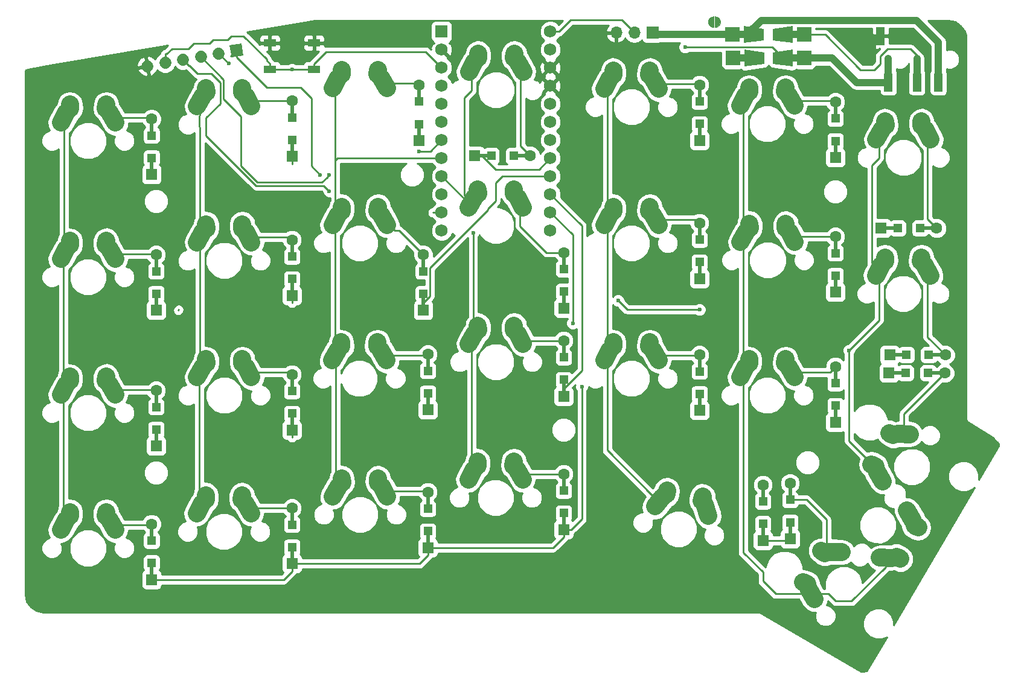
<source format=gbr>
G04 #@! TF.FileFunction,Copper,L1,Top,Signal*
%FSLAX46Y46*%
G04 Gerber Fmt 4.6, Leading zero omitted, Abs format (unit mm)*
G04 Created by KiCad (PCBNEW 4.0.7) date 03/27/18 08:57:17*
%MOMM*%
%LPD*%
G01*
G04 APERTURE LIST*
%ADD10C,0.100000*%
%ADD11C,0.010000*%
%ADD12R,1.200000X1.200000*%
%ADD13R,1.600000X1.600000*%
%ADD14C,1.600000*%
%ADD15R,0.500000X2.500000*%
%ADD16R,2.500000X0.500000*%
%ADD17R,1.700000X1.700000*%
%ADD18O,1.700000X1.700000*%
%ADD19R,1.200000X2.500000*%
%ADD20C,2.500000*%
%ADD21R,1.998980X1.998980*%
%ADD22R,1.800000X1.100000*%
%ADD23R,1.752600X1.752600*%
%ADD24C,1.752600*%
%ADD25C,0.400000*%
%ADD26C,1.700000*%
%ADD27C,0.600000*%
%ADD28C,0.250000*%
%ADD29C,1.000000*%
%ADD30C,0.254000*%
G04 APERTURE END LIST*
D10*
D11*
G36*
X172150000Y-46500000D02*
X171893500Y-46545200D01*
X171667900Y-46675500D01*
X171500500Y-46875000D01*
X171411400Y-47119800D01*
X171411400Y-47380200D01*
X171500500Y-47625000D01*
X171667900Y-47824500D01*
X171893500Y-47954800D01*
X172150000Y-48000000D01*
X172150000Y-46500000D01*
X172150000Y-46500000D01*
G37*
X172150000Y-46500000D02*
X171893500Y-46545200D01*
X171667900Y-46675500D01*
X171500500Y-46875000D01*
X171411400Y-47119800D01*
X171411400Y-47380200D01*
X171500500Y-47625000D01*
X171667900Y-47824500D01*
X171893500Y-47954800D01*
X172150000Y-48000000D01*
X172150000Y-46500000D01*
G36*
X172350000Y-48000000D02*
X172606500Y-47954800D01*
X172832100Y-47824500D01*
X172999500Y-47625000D01*
X173088600Y-47380200D01*
X173088600Y-47119800D01*
X172999500Y-46875000D01*
X172832100Y-46675500D01*
X172606500Y-46545200D01*
X172350000Y-46500000D01*
X172350000Y-48000000D01*
X172350000Y-48000000D01*
G37*
X172350000Y-48000000D02*
X172606500Y-47954800D01*
X172832100Y-47824500D01*
X172999500Y-47625000D01*
X173088600Y-47380200D01*
X173088600Y-47119800D01*
X172999500Y-46875000D01*
X172832100Y-46675500D01*
X172606500Y-46545200D01*
X172350000Y-46500000D01*
X172350000Y-48000000D01*
D12*
X93345000Y-63195000D03*
X93345000Y-66345000D03*
D13*
X93345000Y-68670000D03*
D14*
X93345000Y-60870000D03*
D15*
X93345000Y-67470000D03*
X93345000Y-62070000D03*
D12*
X93980000Y-82245000D03*
X93980000Y-85395000D03*
D13*
X93980000Y-87720000D03*
D14*
X93980000Y-79920000D03*
D15*
X93980000Y-86520000D03*
X93980000Y-81120000D03*
D12*
X93980000Y-101295000D03*
X93980000Y-104445000D03*
D13*
X93980000Y-106770000D03*
D14*
X93980000Y-98970000D03*
D15*
X93980000Y-105570000D03*
X93980000Y-100170000D03*
D12*
X93345000Y-120040000D03*
X93345000Y-123190000D03*
D13*
X93345000Y-125515000D03*
D14*
X93345000Y-117715000D03*
D15*
X93345000Y-124315000D03*
X93345000Y-118915000D03*
D12*
X113030000Y-60655000D03*
X113030000Y-63805000D03*
D13*
X113030000Y-66130000D03*
D14*
X113030000Y-58330000D03*
D15*
X113030000Y-64930000D03*
X113030000Y-59530000D03*
D12*
X113030000Y-80180000D03*
X113030000Y-83330000D03*
D13*
X113030000Y-85655000D03*
D14*
X113030000Y-77855000D03*
D15*
X113030000Y-84455000D03*
X113030000Y-79055000D03*
D12*
X113030000Y-99060000D03*
X113030000Y-102210000D03*
D13*
X113030000Y-104535000D03*
D14*
X113030000Y-96735000D03*
D15*
X113030000Y-103335000D03*
X113030000Y-97935000D03*
D12*
X113030000Y-117805000D03*
X113030000Y-120955000D03*
D13*
X113030000Y-123280000D03*
D14*
X113030000Y-115480000D03*
D15*
X113030000Y-122080000D03*
X113030000Y-116680000D03*
D12*
X130810000Y-58445000D03*
X130810000Y-61595000D03*
D13*
X130810000Y-63920000D03*
D14*
X130810000Y-56120000D03*
D15*
X130810000Y-62720000D03*
X130810000Y-57320000D03*
D12*
X131445000Y-82245000D03*
X131445000Y-85395000D03*
D13*
X131445000Y-87720000D03*
D14*
X131445000Y-79920000D03*
D15*
X131445000Y-86520000D03*
X131445000Y-81120000D03*
D12*
X132080000Y-96215000D03*
X132080000Y-99365000D03*
D13*
X132080000Y-101690000D03*
D14*
X132080000Y-93890000D03*
D15*
X132080000Y-100490000D03*
X132080000Y-95090000D03*
D12*
X132080000Y-115570000D03*
X132080000Y-118720000D03*
D13*
X132080000Y-121045000D03*
D14*
X132080000Y-113245000D03*
D15*
X132080000Y-119845000D03*
X132080000Y-114445000D03*
D12*
X144120000Y-66040000D03*
X140970000Y-66040000D03*
D13*
X138645000Y-66040000D03*
D14*
X146445000Y-66040000D03*
D16*
X139845000Y-66040000D03*
X145245000Y-66040000D03*
D12*
X151130000Y-81940000D03*
X151130000Y-85090000D03*
D13*
X151130000Y-87415000D03*
D14*
X151130000Y-79615000D03*
D15*
X151130000Y-86215000D03*
X151130000Y-80815000D03*
D12*
X151130000Y-94310000D03*
X151130000Y-97460000D03*
D13*
X151130000Y-99785000D03*
D14*
X151130000Y-91985000D03*
D15*
X151130000Y-98585000D03*
X151130000Y-93185000D03*
D12*
X151130000Y-113030000D03*
X151130000Y-116180000D03*
D13*
X151130000Y-118505000D03*
D14*
X151130000Y-110705000D03*
D15*
X151130000Y-117305000D03*
X151130000Y-111905000D03*
D12*
X170180000Y-58420000D03*
X170180000Y-61570000D03*
D13*
X170180000Y-63895000D03*
D14*
X170180000Y-56095000D03*
D15*
X170180000Y-62695000D03*
X170180000Y-57295000D03*
D12*
X170180000Y-77800000D03*
X170180000Y-80950000D03*
D13*
X170180000Y-83275000D03*
D14*
X170180000Y-75475000D03*
D15*
X170180000Y-82075000D03*
X170180000Y-76675000D03*
D12*
X170180000Y-96305000D03*
X170180000Y-99455000D03*
D13*
X170180000Y-101780000D03*
D14*
X170180000Y-93980000D03*
D15*
X170180000Y-100580000D03*
X170180000Y-95180000D03*
D12*
X179070000Y-114540000D03*
X179070000Y-117690000D03*
D13*
X179070000Y-120015000D03*
D14*
X179070000Y-112215000D03*
D15*
X179070000Y-118815000D03*
X179070000Y-113415000D03*
D12*
X189230000Y-60815000D03*
X189230000Y-63965000D03*
D13*
X189230000Y-66290000D03*
D14*
X189230000Y-58490000D03*
D15*
X189230000Y-65090000D03*
X189230000Y-59690000D03*
D12*
X189230000Y-79705000D03*
X189230000Y-82855000D03*
D13*
X189230000Y-85180000D03*
D14*
X189230000Y-77380000D03*
D15*
X189230000Y-83980000D03*
X189230000Y-78580000D03*
D12*
X189230000Y-97960000D03*
X189230000Y-101110000D03*
D13*
X189230000Y-103435000D03*
D14*
X189230000Y-95635000D03*
D15*
X189230000Y-102235000D03*
X189230000Y-96835000D03*
D12*
X182880000Y-114325000D03*
X182880000Y-117475000D03*
D13*
X182880000Y-119800000D03*
D14*
X182880000Y-112000000D03*
D15*
X182880000Y-118600000D03*
X182880000Y-113200000D03*
D12*
X201125000Y-76200000D03*
X197975000Y-76200000D03*
D13*
X195650000Y-76200000D03*
D14*
X203450000Y-76200000D03*
D16*
X196850000Y-76200000D03*
X202250000Y-76200000D03*
D12*
X202325000Y-93980000D03*
X199175000Y-93980000D03*
D13*
X196850000Y-93980000D03*
D14*
X204650000Y-93980000D03*
D16*
X198050000Y-93980000D03*
X203450000Y-93980000D03*
D12*
X202235000Y-96520000D03*
X199085000Y-96520000D03*
D13*
X196760000Y-96520000D03*
D14*
X204560000Y-96520000D03*
D16*
X197960000Y-96520000D03*
X203360000Y-96520000D03*
D17*
X163576000Y-48768000D03*
D18*
X161036000Y-48768000D03*
X158496000Y-48768000D03*
D19*
X195575000Y-49250000D03*
X196675000Y-55750000D03*
X200675000Y-55750000D03*
X203675000Y-55750000D03*
D20*
X81904564Y-58864484D02*
X81944012Y-59443140D01*
X87443835Y-59943858D02*
X88254741Y-61403766D01*
X81444741Y-59943858D02*
X80633835Y-61403766D01*
X86984012Y-58864484D02*
X86944564Y-59443140D01*
X81885160Y-77976182D02*
X81924608Y-78554838D01*
X87424431Y-79055556D02*
X88235337Y-80515464D01*
X81425337Y-79055556D02*
X80614431Y-80515464D01*
X86964608Y-77976182D02*
X86925160Y-78554838D01*
X81885160Y-97028342D02*
X81924608Y-97606998D01*
X87424431Y-98107716D02*
X88235337Y-99567624D01*
X81425337Y-98107716D02*
X80614431Y-99567624D01*
X86964608Y-97028342D02*
X86925160Y-97606998D01*
X81885160Y-116020964D02*
X81924608Y-116599620D01*
X87424431Y-117100338D02*
X88235337Y-118560246D01*
X81425337Y-117100338D02*
X80614431Y-118560246D01*
X86964608Y-116020964D02*
X86925160Y-116599620D01*
X100996858Y-56542502D02*
X101036306Y-57121158D01*
X106536129Y-57621876D02*
X107347035Y-59081784D01*
X100537035Y-57621876D02*
X99726129Y-59081784D01*
X106076306Y-56542502D02*
X106036858Y-57121158D01*
X100996858Y-75654200D02*
X101036306Y-76232856D01*
X106536129Y-76733574D02*
X107347035Y-78193482D01*
X100537035Y-76733574D02*
X99726129Y-78193482D01*
X106076306Y-75654200D02*
X106036858Y-76232856D01*
X100996858Y-94587284D02*
X101036306Y-95165940D01*
X106536129Y-95666658D02*
X107347035Y-97126566D01*
X100537035Y-95666658D02*
X99726129Y-97126566D01*
X106076306Y-94587284D02*
X106036858Y-95165940D01*
X100937320Y-113698982D02*
X100976768Y-114277638D01*
X106476591Y-114778356D02*
X107287497Y-116238264D01*
X100477497Y-114778356D02*
X99666591Y-116238264D01*
X106016768Y-113698982D02*
X105977320Y-114277638D01*
X119989480Y-54041906D02*
X120028928Y-54620562D01*
X125528751Y-55121280D02*
X126339657Y-56581188D01*
X119529657Y-55121280D02*
X118718751Y-56581188D01*
X125068928Y-54041906D02*
X125029480Y-54620562D01*
X119989480Y-73213142D02*
X120028928Y-73791798D01*
X125528751Y-74292516D02*
X126339657Y-75752424D01*
X119529657Y-74292516D02*
X118718751Y-75752424D01*
X125068928Y-73213142D02*
X125029480Y-73791798D01*
X119929942Y-92205764D02*
X119969390Y-92784420D01*
X125469213Y-93285138D02*
X126280119Y-94745046D01*
X119470119Y-93285138D02*
X118659213Y-94745046D01*
X125009390Y-92205764D02*
X124969942Y-92784420D01*
X120029748Y-111317462D02*
X120069196Y-111896118D01*
X125569019Y-112396836D02*
X126379925Y-113856744D01*
X119569925Y-112396836D02*
X118759019Y-113856744D01*
X125109196Y-111317462D02*
X125069748Y-111896118D01*
X139120448Y-51719924D02*
X139159896Y-52298580D01*
X144659719Y-52799298D02*
X145470625Y-54259206D01*
X138660625Y-52799298D02*
X137849719Y-54259206D01*
X144199896Y-51719924D02*
X144160448Y-52298580D01*
X139081908Y-70772084D02*
X139121356Y-71350740D01*
X144621179Y-71851458D02*
X145432085Y-73311366D01*
X138622085Y-71851458D02*
X137811179Y-73311366D01*
X144161356Y-70772084D02*
X144121908Y-71350740D01*
X139101178Y-89883782D02*
X139140626Y-90462438D01*
X144640449Y-90963156D02*
X145451355Y-92423064D01*
X138641355Y-90963156D02*
X137830449Y-92423064D01*
X144180626Y-89883782D02*
X144141178Y-90462438D01*
X139041640Y-108935942D02*
X139081088Y-109514598D01*
X144580911Y-110015316D02*
X145391817Y-111475224D01*
X138581817Y-110015316D02*
X137770911Y-111475224D01*
X144121088Y-108935942D02*
X144081640Y-109514598D01*
X158093800Y-54101444D02*
X158133248Y-54680100D01*
X163633071Y-55180818D02*
X164443977Y-56640726D01*
X157633977Y-55180818D02*
X156823071Y-56640726D01*
X163173248Y-54101444D02*
X163133800Y-54680100D01*
X158093800Y-73213142D02*
X158133248Y-73791798D01*
X163633071Y-74292516D02*
X164443977Y-75752424D01*
X157633977Y-74292516D02*
X156823071Y-75752424D01*
X163173248Y-73213142D02*
X163133800Y-73791798D01*
X158093800Y-92205764D02*
X158133248Y-92784420D01*
X163633071Y-93285138D02*
X164443977Y-94745046D01*
X157633977Y-93285138D02*
X156823071Y-94745046D01*
X163173248Y-92205764D02*
X163133800Y-92784420D01*
X165623118Y-112977901D02*
X165561484Y-113554617D01*
X170890804Y-115002763D02*
X171435880Y-116581303D01*
X164982850Y-113961031D02*
X163930752Y-115257947D01*
X170625398Y-113859938D02*
X170486066Y-114422954D01*
X177145960Y-56482964D02*
X177185408Y-57061620D01*
X182685231Y-57562338D02*
X183496137Y-59022246D01*
X176686137Y-57562338D02*
X175875231Y-59022246D01*
X182225408Y-56482964D02*
X182185960Y-57061620D01*
X177205498Y-75594662D02*
X177244946Y-76173318D01*
X182744769Y-76674036D02*
X183555675Y-78133944D01*
X176745675Y-76674036D02*
X175934769Y-78133944D01*
X182284946Y-75594662D02*
X182245498Y-76173318D01*
X177145960Y-94587284D02*
X177185408Y-95165940D01*
X182685231Y-95666658D02*
X183496137Y-97126566D01*
X176686137Y-95666658D02*
X175875231Y-97126566D01*
X182225408Y-94587284D02*
X182185960Y-95165940D01*
X184733834Y-125880362D02*
X185254690Y-126135526D01*
X188438236Y-121622900D02*
X190108006Y-121650588D01*
X185438689Y-126818266D02*
X186297553Y-128250486D01*
X187273558Y-121481430D02*
X187754966Y-121804922D01*
X196238254Y-61213426D02*
X196277702Y-61792082D01*
X201777525Y-62292800D02*
X202588431Y-63752708D01*
X195778431Y-62292800D02*
X194967525Y-63752708D01*
X201317702Y-61213426D02*
X201278254Y-61792082D01*
X196198120Y-80298164D02*
X196237568Y-80876820D01*
X201737391Y-81377538D02*
X202548297Y-82837446D01*
X195738297Y-81377538D02*
X194927391Y-82837446D01*
X201277568Y-80298164D02*
X201238120Y-80876820D01*
X194299318Y-109335201D02*
X194820174Y-109590365D01*
X198003720Y-105077739D02*
X199673490Y-105105427D01*
X195004173Y-110273105D02*
X195863037Y-111705325D01*
X196839042Y-104936269D02*
X197320450Y-105259761D01*
D10*
G36*
X176466500Y-53522880D02*
X176466500Y-51125120D01*
X179265580Y-51523900D01*
X179265580Y-53124100D01*
X176466500Y-53522880D01*
X176466500Y-53522880D01*
G37*
G36*
X183263540Y-51125120D02*
X183263540Y-53522880D01*
X180464460Y-53124100D01*
X180464460Y-51523900D01*
X183263540Y-51125120D01*
X183263540Y-51125120D01*
G37*
D21*
X174863760Y-52324000D03*
X184866280Y-52324000D03*
D10*
G36*
X176433480Y-50220880D02*
X176433480Y-47823120D01*
X179232560Y-48221900D01*
X179232560Y-49822100D01*
X176433480Y-50220880D01*
X176433480Y-50220880D01*
G37*
G36*
X183230520Y-47823120D02*
X183230520Y-50220880D01*
X180431440Y-49822100D01*
X180431440Y-48221900D01*
X183230520Y-47823120D01*
X183230520Y-47823120D01*
G37*
D21*
X174830740Y-49022000D03*
X184833260Y-49022000D03*
D22*
X116130000Y-53920000D03*
X109930000Y-53920000D03*
X116130000Y-50220000D03*
X109930000Y-50220000D03*
D23*
X134020038Y-48604870D03*
D24*
X134020038Y-51144870D03*
X134020038Y-53684870D03*
X134020038Y-56224870D03*
X134020038Y-58764870D03*
X134020038Y-61304870D03*
X134020038Y-63844870D03*
X134020038Y-66384870D03*
X134020038Y-68924870D03*
X134020038Y-71464870D03*
X134020038Y-74004870D03*
X134020038Y-76544870D03*
X149260038Y-76544870D03*
X149260038Y-74004870D03*
X149260038Y-71464870D03*
X149260038Y-68924870D03*
X149260038Y-66384870D03*
X149260038Y-63844870D03*
X149260038Y-61304870D03*
X149260038Y-58764870D03*
X149260038Y-56224870D03*
X149260038Y-53684870D03*
X149260038Y-51144870D03*
X149260038Y-48604870D03*
D20*
X200854388Y-118219035D02*
X200333532Y-117963871D01*
X197149986Y-122476497D02*
X195480216Y-122448809D01*
X200149533Y-117281131D02*
X199290669Y-115848911D01*
X198314664Y-122617967D02*
X197833256Y-122294475D01*
D25*
X172700000Y-47250000D03*
X171800000Y-47250000D03*
X171800000Y-47250000D03*
X172700000Y-47250000D03*
D10*
G36*
X104270959Y-50560514D02*
X105945133Y-50265312D01*
X106240335Y-51939486D01*
X104566161Y-52234688D01*
X104270959Y-50560514D01*
X104270959Y-50560514D01*
G37*
D26*
X102754235Y-51691066D02*
X102754235Y-51691066D01*
X100252824Y-52132133D02*
X100252824Y-52132133D01*
X97751412Y-52573199D02*
X97751412Y-52573199D01*
X95250000Y-53014265D02*
X95250000Y-53014265D01*
X92748589Y-53455332D02*
X92748589Y-53455332D01*
D27*
X153670000Y-98425000D03*
X152400000Y-89535000D03*
X104140000Y-53076831D03*
X203676077Y-52392560D03*
X194447842Y-52392560D03*
X196650711Y-52392560D03*
X168148000Y-50800000D03*
X200699227Y-52392560D03*
X130810000Y-65405000D03*
X158750000Y-86360000D03*
X170180000Y-87630000D03*
X191135000Y-93345000D03*
X118250000Y-68750000D03*
X138430000Y-76835000D03*
X117000000Y-68699987D03*
X118250000Y-71000000D03*
X113030000Y-53920000D03*
X113030000Y-53920000D03*
D28*
X97065000Y-87720000D02*
X97155000Y-87630000D01*
X149260038Y-66384870D02*
X147699908Y-67945000D01*
X147699908Y-67945000D02*
X141600000Y-67945000D01*
X139695000Y-66040000D02*
X138645000Y-66040000D01*
X141600000Y-67945000D02*
X139695000Y-66040000D01*
X130595000Y-64135000D02*
X130810000Y-63920000D01*
X113030000Y-67180000D02*
X113030000Y-66130000D01*
X87849288Y-60673812D02*
X93148812Y-60673812D01*
X93148812Y-60673812D02*
X93345000Y-60870000D01*
X149260038Y-68924870D02*
X144145000Y-68924870D01*
X141605000Y-69850000D02*
X142530130Y-68924870D01*
X144145000Y-68924870D02*
X143781492Y-68924870D01*
X142530130Y-68924870D02*
X144145000Y-68924870D01*
X141605000Y-72390000D02*
X141605000Y-69850000D01*
X140508559Y-73486441D02*
X141605000Y-72390000D01*
X140508559Y-73624819D02*
X140508559Y-73486441D01*
X132370001Y-85744999D02*
X131445000Y-86670000D01*
X131445000Y-86670000D02*
X131445000Y-87720000D01*
X140508559Y-73624819D02*
X132370001Y-81763377D01*
X132370001Y-81763377D02*
X132370001Y-85744999D01*
X113030000Y-86705000D02*
X113030000Y-85655000D01*
X87829884Y-79785510D02*
X93845510Y-79785510D01*
X93845510Y-79785510D02*
X93980000Y-79920000D01*
X149260038Y-71464870D02*
X153670000Y-75874832D01*
X153670000Y-75874832D02*
X153670000Y-96195000D01*
X153670000Y-96195000D02*
X151130000Y-98735000D01*
X151130000Y-98735000D02*
X151130000Y-99785000D01*
X113030000Y-105585000D02*
X113030000Y-104535000D01*
X87829884Y-98837670D02*
X93847670Y-98837670D01*
X93847670Y-98837670D02*
X93980000Y-98970000D01*
X179070000Y-120015000D02*
X182665000Y-120015000D01*
X182665000Y-120015000D02*
X182880000Y-119800000D01*
X153670000Y-98425000D02*
X153670000Y-117015000D01*
X153670000Y-117015000D02*
X152180000Y-118505000D01*
X152180000Y-118505000D02*
X151130000Y-118505000D01*
X149260038Y-74004870D02*
X152400000Y-77144832D01*
X152400000Y-77144832D02*
X152400000Y-77906906D01*
X152400000Y-77906906D02*
X152400000Y-89535000D01*
X132080000Y-121045000D02*
X149640000Y-121045000D01*
X149640000Y-121045000D02*
X151130000Y-119555000D01*
X151130000Y-119555000D02*
X151130000Y-118505000D01*
X113030000Y-123280000D02*
X130895000Y-123280000D01*
X130895000Y-123280000D02*
X132080000Y-122095000D01*
X132080000Y-122095000D02*
X132080000Y-121045000D01*
X93345000Y-125515000D02*
X111845000Y-125515000D01*
X111845000Y-125515000D02*
X113030000Y-124330000D01*
X113030000Y-124330000D02*
X113030000Y-123280000D01*
X87829884Y-117830292D02*
X93229708Y-117830292D01*
X93229708Y-117830292D02*
X93345000Y-117715000D01*
X106941582Y-58351830D02*
X113008170Y-58351830D01*
X113008170Y-58351830D02*
X113030000Y-58330000D01*
X106941582Y-77463528D02*
X112638528Y-77463528D01*
X112638528Y-77463528D02*
X113030000Y-77855000D01*
X106941582Y-96396612D02*
X112691612Y-96396612D01*
X112691612Y-96396612D02*
X113030000Y-96735000D01*
X106882044Y-115508310D02*
X113001690Y-115508310D01*
X113001690Y-115508310D02*
X113030000Y-115480000D01*
X125934204Y-55851234D02*
X130541234Y-55851234D01*
X130541234Y-55851234D02*
X130810000Y-56120000D01*
X125934204Y-75022470D02*
X127438393Y-76526659D01*
X127438393Y-76526659D02*
X128051659Y-76526659D01*
X128051659Y-76526659D02*
X130645001Y-79120001D01*
X130645001Y-79120001D02*
X131445000Y-79920000D01*
X125874666Y-94015092D02*
X131954908Y-94015092D01*
X131954908Y-94015092D02*
X132080000Y-93890000D01*
X125974472Y-113126790D02*
X131961790Y-113126790D01*
X131961790Y-113126790D02*
X132080000Y-113245000D01*
X145065172Y-53529252D02*
X145065172Y-64660172D01*
X145065172Y-64660172D02*
X146445000Y-66040000D01*
X145026632Y-72581412D02*
X145026632Y-75916746D01*
X145026632Y-75916746D02*
X148724886Y-79615000D01*
X148724886Y-79615000D02*
X149998630Y-79615000D01*
X149998630Y-79615000D02*
X151130000Y-79615000D01*
X151130000Y-91985000D02*
X145337792Y-91985000D01*
X145337792Y-91985000D02*
X145045902Y-91693110D01*
X150838110Y-91693110D02*
X151130000Y-91985000D01*
X144986364Y-110745270D02*
X151089730Y-110745270D01*
X151089730Y-110745270D02*
X151130000Y-110705000D01*
X164038524Y-55910772D02*
X169995772Y-55910772D01*
X169995772Y-55910772D02*
X170180000Y-56095000D01*
X164038524Y-75022470D02*
X169727470Y-75022470D01*
X169727470Y-75022470D02*
X170180000Y-75475000D01*
X164038524Y-94015092D02*
X170144908Y-94015092D01*
X170144908Y-94015092D02*
X170180000Y-93980000D01*
X183090684Y-58292292D02*
X189032292Y-58292292D01*
X189032292Y-58292292D02*
X189230000Y-58490000D01*
X182205684Y-56772292D02*
X182205684Y-57407292D01*
X182205684Y-57407292D02*
X183090684Y-58292292D01*
X183150222Y-77403990D02*
X189206010Y-77403990D01*
X189206010Y-77403990D02*
X189230000Y-77380000D01*
X183090684Y-96396612D02*
X188468388Y-96396612D01*
X188468388Y-96396612D02*
X189230000Y-95635000D01*
X189273121Y-121636744D02*
X187997519Y-120361142D01*
X187997519Y-120361142D02*
X187997519Y-117117519D01*
X187997519Y-117117519D02*
X185205000Y-114325000D01*
X185205000Y-114325000D02*
X183730000Y-114325000D01*
X183730000Y-114325000D02*
X182880000Y-114325000D01*
X202182978Y-63022754D02*
X202182978Y-74932978D01*
X202182978Y-74932978D02*
X203450000Y-76200000D01*
X202142844Y-82107492D02*
X202142844Y-91472844D01*
X202142844Y-91472844D02*
X204650000Y-93980000D01*
X198838605Y-105091583D02*
X198838605Y-102241395D01*
X198838605Y-102241395D02*
X204560000Y-96520000D01*
X102754235Y-51691066D02*
X104140000Y-53076831D01*
D29*
X200580153Y-47034230D02*
X178818000Y-47034230D01*
X178818000Y-47034230D02*
X176830230Y-49022000D01*
X176830230Y-49022000D02*
X174830740Y-49022000D01*
X203676077Y-50130154D02*
X200580153Y-47034230D01*
X203676077Y-52392560D02*
X203676077Y-50130154D01*
X203676077Y-52392560D02*
X203676077Y-55748923D01*
X203676077Y-55748923D02*
X203675000Y-55750000D01*
X174830740Y-49022000D02*
X163830000Y-49022000D01*
X163830000Y-49022000D02*
X163576000Y-48768000D01*
X174863760Y-52324000D02*
X177866040Y-52324000D01*
X177833020Y-49022000D02*
X174830740Y-49022000D01*
D28*
X152114183Y-46990000D02*
X159258000Y-46990000D01*
X159258000Y-46990000D02*
X161036000Y-48768000D01*
X149260038Y-48604870D02*
X150499313Y-48604870D01*
X150499313Y-48604870D02*
X152114183Y-46990000D01*
D29*
X194447842Y-52392560D02*
X194447842Y-50377158D01*
X194447842Y-50377158D02*
X195575000Y-49250000D01*
X184866280Y-52324000D02*
X188782804Y-52324000D01*
X188782804Y-52324000D02*
X192208804Y-55750000D01*
X192208804Y-55750000D02*
X196675000Y-55750000D01*
X196650711Y-52392560D02*
X196650711Y-55725711D01*
X196650711Y-55725711D02*
X196675000Y-55750000D01*
D28*
X168148000Y-50800000D02*
X180340000Y-50800000D01*
X180340000Y-50800000D02*
X181864000Y-52324000D01*
D29*
X181864000Y-52324000D02*
X184866280Y-52324000D01*
D28*
X192780806Y-54000059D02*
X187802747Y-49022000D01*
X187802747Y-49022000D02*
X184833260Y-49022000D01*
X194685990Y-54000059D02*
X192780806Y-54000059D01*
X195519508Y-53166541D02*
X194685990Y-54000059D01*
X195519508Y-52094875D02*
X195519508Y-53166541D01*
X196591174Y-51023209D02*
X195519508Y-52094875D01*
X199754140Y-51023209D02*
X196591174Y-51023209D01*
X200699227Y-52392560D02*
X200699227Y-51968296D01*
X200699227Y-51968296D02*
X199754140Y-51023209D01*
D29*
X200675000Y-55750000D02*
X200675000Y-52416787D01*
X200675000Y-52416787D02*
X200699227Y-52392560D01*
X181830980Y-49022000D02*
X184833260Y-49022000D01*
D28*
X81019884Y-98837670D02*
X81019884Y-117830292D01*
X81019884Y-79785510D02*
X81019884Y-98837670D01*
X81039288Y-60673812D02*
X81039288Y-79766106D01*
X81039288Y-79766106D02*
X81019884Y-79785510D01*
X100131582Y-62017993D02*
X100131582Y-75454350D01*
X100049989Y-61936400D02*
X100131582Y-62017993D01*
X100049989Y-60442601D02*
X100049989Y-61936400D01*
X100131582Y-60361008D02*
X100049989Y-60442601D01*
X100131582Y-58351830D02*
X100131582Y-60361008D01*
X100131582Y-75454350D02*
X100131582Y-77463528D01*
X100131582Y-77463528D02*
X100131582Y-93991612D01*
X100131582Y-93991612D02*
X101016582Y-94876612D01*
X130810000Y-65405000D02*
X132459908Y-65405000D01*
X132459908Y-65405000D02*
X134020038Y-63844870D01*
X100072044Y-115508310D02*
X100072044Y-96456150D01*
X100072044Y-96456150D02*
X100131582Y-96396612D01*
X119124204Y-55851234D02*
X119124204Y-66675000D01*
X119124204Y-66675000D02*
X119124204Y-75022470D01*
X134020038Y-66384870D02*
X119414334Y-66384870D01*
X119414334Y-66384870D02*
X119124204Y-66675000D01*
X119064666Y-94015092D02*
X119064666Y-75082008D01*
X119064666Y-75082008D02*
X119124204Y-75022470D01*
X119164472Y-113126790D02*
X119164472Y-94114898D01*
X119164472Y-94114898D02*
X119064666Y-94015092D01*
X170180000Y-87630000D02*
X160020000Y-87630000D01*
X160020000Y-87630000D02*
X158750000Y-86360000D01*
X191135000Y-93345000D02*
X191135000Y-106038037D01*
X191135000Y-106038037D02*
X194559746Y-109462783D01*
X195332844Y-89147156D02*
X191135000Y-93345000D01*
X195332844Y-82107492D02*
X195332844Y-89147156D01*
X195372978Y-63022754D02*
X195372978Y-66358088D01*
X195372978Y-66358088D02*
X194342860Y-67388206D01*
X194342860Y-67388206D02*
X194342860Y-81117508D01*
X194342860Y-81117508D02*
X195332844Y-82107492D01*
X117250000Y-69750000D02*
X117950001Y-69049999D01*
X108136410Y-69750000D02*
X117250000Y-69750000D01*
X105855483Y-67469073D02*
X108136410Y-69750000D01*
X105855483Y-60508757D02*
X105855483Y-67469073D01*
X103450011Y-58103285D02*
X105855483Y-60508757D01*
X117950001Y-69049999D02*
X118250000Y-68750000D01*
X103450011Y-55329320D02*
X103450011Y-58103285D01*
X100252824Y-52132133D02*
X103450011Y-55329320D01*
X138430000Y-76835000D02*
X138430000Y-91499012D01*
X138430000Y-91499012D02*
X138235902Y-91693110D01*
X134020038Y-68924870D02*
X137676580Y-72581412D01*
X137676580Y-72581412D02*
X138216632Y-72581412D01*
X138235902Y-91693110D02*
X138235902Y-110685732D01*
X138235902Y-110685732D02*
X138176364Y-110745270D01*
X138255172Y-53529252D02*
X138255172Y-56864586D01*
X138255172Y-56864586D02*
X137226648Y-57893110D01*
X137226648Y-57893110D02*
X137226648Y-71591428D01*
X137226648Y-71591428D02*
X138216632Y-72581412D01*
X115750000Y-58000000D02*
X115750000Y-67449987D01*
X115750000Y-67449987D02*
X117000000Y-68699987D01*
X114250000Y-56500000D02*
X115750000Y-58000000D01*
X109542534Y-56500000D02*
X114250000Y-56500000D01*
X105255647Y-51250000D02*
X105255647Y-52213113D01*
X105255647Y-52213113D02*
X109542534Y-56500000D01*
X105255647Y-51250000D02*
X104451202Y-52054445D01*
X157228524Y-94015092D02*
X157228524Y-107381212D01*
X157228524Y-107381212D02*
X163497421Y-113650109D01*
X163497421Y-113650109D02*
X164456801Y-114609489D01*
X157228524Y-55910772D02*
X157228524Y-75022470D01*
X157228524Y-75022470D02*
X157228524Y-94015092D01*
X108000000Y-70250000D02*
X117500000Y-70250000D01*
X117500000Y-70250000D02*
X118250000Y-71000000D01*
X101000000Y-63250000D02*
X108000000Y-70250000D01*
X101000000Y-60726438D02*
X101000000Y-63250000D01*
X103000000Y-55750000D02*
X103000000Y-58726438D01*
X103000000Y-58726438D02*
X101000000Y-60726438D01*
X101750000Y-54500000D02*
X103000000Y-55750000D01*
X99750000Y-54500000D02*
X101750000Y-54500000D01*
X98673198Y-53423198D02*
X99750000Y-54500000D01*
X97751412Y-52573199D02*
X98601411Y-53423198D01*
X98601411Y-53423198D02*
X98673198Y-53423198D01*
X134020038Y-74004870D02*
X132780763Y-74004870D01*
X176280684Y-96396612D02*
X176280684Y-121734948D01*
X176280684Y-121734948D02*
X176344948Y-121734948D01*
X179070000Y-125730000D02*
X180874376Y-127534376D01*
X176344948Y-121734948D02*
X179070000Y-124460000D01*
X179070000Y-124460000D02*
X179070000Y-125730000D01*
X180874376Y-127534376D02*
X184310593Y-127534376D01*
X184310593Y-127534376D02*
X185868121Y-127534376D01*
X185868121Y-127534376D02*
X188284366Y-127534376D01*
X191515597Y-128539461D02*
X196261141Y-123793917D01*
X188284366Y-127534376D02*
X189289451Y-128539461D01*
X189289451Y-128539461D02*
X191515597Y-128539461D01*
X196261141Y-123793917D02*
X196261141Y-122462653D01*
X176340222Y-77403990D02*
X176340222Y-96337074D01*
X176340222Y-96337074D02*
X176280684Y-96396612D01*
X176280684Y-58292292D02*
X176280684Y-77344452D01*
X176280684Y-77344452D02*
X176340222Y-77403990D01*
X109930000Y-53920000D02*
X109930000Y-53120000D01*
X99250000Y-50250000D02*
X98500000Y-51000000D01*
X109930000Y-53120000D02*
X109500000Y-52690000D01*
X109500000Y-52690000D02*
X109500000Y-52500000D01*
X109500000Y-52500000D02*
X106250000Y-49250000D01*
X96250000Y-51000000D02*
X95500000Y-51750000D01*
X95500000Y-51750000D02*
X95312184Y-51750000D01*
X95250000Y-51812184D02*
X95250000Y-53014265D01*
X106250000Y-49250000D02*
X104500000Y-49250000D01*
X104500000Y-49250000D02*
X104000000Y-49750000D01*
X104000000Y-49750000D02*
X102000000Y-49750000D01*
X95312184Y-51750000D02*
X95250000Y-51812184D01*
X102000000Y-49750000D02*
X101500000Y-50250000D01*
X101500000Y-50250000D02*
X99250000Y-50250000D01*
X98500000Y-51000000D02*
X96250000Y-51000000D01*
X116130000Y-53920000D02*
X116130000Y-53120000D01*
X116130000Y-53120000D02*
X117815000Y-51435000D01*
X117815000Y-51435000D02*
X131770168Y-51435000D01*
X131770168Y-51435000D02*
X134020038Y-53684870D01*
X113030000Y-53920000D02*
X116130000Y-53920000D01*
X109930000Y-53920000D02*
X113030000Y-53920000D01*
X116130000Y-53920000D02*
X116480000Y-53920000D01*
D30*
G36*
X150410854Y-47618527D02*
X150117238Y-47324399D01*
X149561973Y-47093833D01*
X148960741Y-47093308D01*
X148405074Y-47322905D01*
X147979567Y-47747670D01*
X147749001Y-48302935D01*
X147748476Y-48904167D01*
X147978073Y-49459834D01*
X148392736Y-49875221D01*
X147979567Y-50287670D01*
X147749001Y-50842935D01*
X147748476Y-51444167D01*
X147978073Y-51999834D01*
X148402838Y-52425341D01*
X148436630Y-52439373D01*
X148376642Y-52621869D01*
X149260038Y-53505265D01*
X150143434Y-52621869D01*
X150083591Y-52439814D01*
X150115002Y-52426835D01*
X150540509Y-52002070D01*
X150771075Y-51446805D01*
X150771600Y-50845573D01*
X150542003Y-50289906D01*
X150127340Y-49874519D01*
X150540509Y-49462070D01*
X150588213Y-49347187D01*
X150790152Y-49307018D01*
X151036714Y-49142271D01*
X151054093Y-49124892D01*
X157054514Y-49124892D01*
X157300817Y-49649358D01*
X157729076Y-50039645D01*
X158139110Y-50209476D01*
X158369000Y-50088155D01*
X158369000Y-48895000D01*
X157175181Y-48895000D01*
X157054514Y-49124892D01*
X151054093Y-49124892D01*
X152428985Y-47750000D01*
X157450753Y-47750000D01*
X157300817Y-47886642D01*
X157054514Y-48411108D01*
X157175181Y-48641000D01*
X158369000Y-48641000D01*
X158369000Y-48621000D01*
X158623000Y-48621000D01*
X158623000Y-48641000D01*
X158643000Y-48641000D01*
X158643000Y-48895000D01*
X158623000Y-48895000D01*
X158623000Y-50088155D01*
X158852890Y-50209476D01*
X159262924Y-50039645D01*
X159691183Y-49649358D01*
X159758298Y-49506447D01*
X159985946Y-49847147D01*
X160467715Y-50169054D01*
X161036000Y-50282093D01*
X161604285Y-50169054D01*
X162086054Y-49847147D01*
X162113850Y-49805548D01*
X162122838Y-49853317D01*
X162261910Y-50069441D01*
X162474110Y-50214431D01*
X162726000Y-50265440D01*
X164426000Y-50265440D01*
X164661317Y-50221162D01*
X164761028Y-50157000D01*
X167468678Y-50157000D01*
X167355808Y-50269673D01*
X167213162Y-50613201D01*
X167212838Y-50985167D01*
X167354883Y-51328943D01*
X167617673Y-51592192D01*
X167961201Y-51734838D01*
X168333167Y-51735162D01*
X168676943Y-51593117D01*
X168710118Y-51560000D01*
X173216830Y-51560000D01*
X173216830Y-53323490D01*
X173261108Y-53558807D01*
X173400180Y-53774931D01*
X173612380Y-53919921D01*
X173864270Y-53970930D01*
X175863250Y-53970930D01*
X175993800Y-53946365D01*
X176070722Y-54035265D01*
X176301251Y-54148876D01*
X176557818Y-54163848D01*
X179356898Y-53765068D01*
X179500897Y-53727262D01*
X179717021Y-53588190D01*
X179862011Y-53375990D01*
X179868090Y-53345973D01*
X179941336Y-53505571D01*
X180130965Y-53679041D01*
X180373142Y-53765068D01*
X183172222Y-54163848D01*
X183498857Y-54126042D01*
X183714981Y-53986970D01*
X183743061Y-53945874D01*
X183866790Y-53970930D01*
X185865770Y-53970930D01*
X186101087Y-53926652D01*
X186317211Y-53787580D01*
X186462201Y-53575380D01*
X186485769Y-53459000D01*
X188312672Y-53459000D01*
X191406238Y-56552566D01*
X191774459Y-56798604D01*
X192208804Y-56885000D01*
X195427560Y-56885000D01*
X195427560Y-57000000D01*
X195471838Y-57235317D01*
X195610910Y-57451441D01*
X195823110Y-57596431D01*
X196075000Y-57647440D01*
X197275000Y-57647440D01*
X197510317Y-57603162D01*
X197726441Y-57464090D01*
X197871431Y-57251890D01*
X197922440Y-57000000D01*
X197922440Y-54500000D01*
X197878162Y-54264683D01*
X197785711Y-54121010D01*
X197785711Y-53796485D01*
X197998298Y-53884759D01*
X198549285Y-53885240D01*
X199058515Y-53674831D01*
X199448461Y-53285564D01*
X199540000Y-53065114D01*
X199540000Y-54158203D01*
X199478569Y-54248110D01*
X199427560Y-54500000D01*
X199427560Y-57000000D01*
X199471838Y-57235317D01*
X199610910Y-57451441D01*
X199823110Y-57596431D01*
X200075000Y-57647440D01*
X201275000Y-57647440D01*
X201510317Y-57603162D01*
X201726441Y-57464090D01*
X201871431Y-57251890D01*
X201922440Y-57000000D01*
X201922440Y-54500000D01*
X201878162Y-54264683D01*
X201810000Y-54158756D01*
X201810000Y-52514357D01*
X201834227Y-52392560D01*
X201747830Y-51958215D01*
X201501793Y-51589994D01*
X201182146Y-51376413D01*
X200291541Y-50485808D01*
X200044979Y-50321061D01*
X199754140Y-50263209D01*
X196810000Y-50263209D01*
X196810000Y-49535750D01*
X196651250Y-49377000D01*
X195702000Y-49377000D01*
X195702000Y-49397000D01*
X195448000Y-49397000D01*
X195448000Y-49377000D01*
X194498750Y-49377000D01*
X194340000Y-49535750D01*
X194340000Y-50626310D01*
X194436673Y-50859699D01*
X194615302Y-51038327D01*
X194848691Y-51135000D01*
X195289250Y-51135000D01*
X195447998Y-50976252D01*
X195447998Y-51091583D01*
X194982107Y-51557474D01*
X194817360Y-51804036D01*
X194759508Y-52094875D01*
X194759508Y-52851739D01*
X194371188Y-53240059D01*
X193095608Y-53240059D01*
X188340148Y-48484599D01*
X188093586Y-48319852D01*
X187802747Y-48262000D01*
X186480190Y-48262000D01*
X186480190Y-48169230D01*
X194340000Y-48169230D01*
X194340000Y-48964250D01*
X194498750Y-49123000D01*
X195448000Y-49123000D01*
X195448000Y-49103000D01*
X195702000Y-49103000D01*
X195702000Y-49123000D01*
X196651250Y-49123000D01*
X196810000Y-48964250D01*
X196810000Y-48169230D01*
X200110021Y-48169230D01*
X202541077Y-50600286D01*
X202541077Y-54156626D01*
X202478569Y-54248110D01*
X202427560Y-54500000D01*
X202427560Y-57000000D01*
X202471838Y-57235317D01*
X202610910Y-57451441D01*
X202823110Y-57596431D01*
X203075000Y-57647440D01*
X204275000Y-57647440D01*
X204510317Y-57603162D01*
X204726441Y-57464090D01*
X204871431Y-57251890D01*
X204922440Y-57000000D01*
X204922440Y-54500000D01*
X204878162Y-54264683D01*
X204811077Y-54160430D01*
X204811077Y-53807018D01*
X204998298Y-53884759D01*
X205549285Y-53885240D01*
X206058515Y-53674831D01*
X206448461Y-53285564D01*
X206659759Y-52776702D01*
X206660240Y-52225715D01*
X206449831Y-51716485D01*
X206060564Y-51326539D01*
X205551702Y-51115241D01*
X205000715Y-51114760D01*
X204811077Y-51193117D01*
X204811077Y-50130154D01*
X204724680Y-49695808D01*
X204478643Y-49327588D01*
X202216055Y-47065000D01*
X205035069Y-47065000D01*
X206042993Y-47265488D01*
X206838183Y-47796817D01*
X207389568Y-48622022D01*
X207539024Y-49113788D01*
X207570000Y-49171667D01*
X207570000Y-102870000D01*
X207585728Y-102949069D01*
X207588182Y-103029650D01*
X207612495Y-103083637D01*
X207624046Y-103141705D01*
X207668835Y-103208737D01*
X207701940Y-103282245D01*
X207745059Y-103322815D01*
X207777954Y-103372046D01*
X207844987Y-103416835D01*
X207903701Y-103472079D01*
X211448502Y-105687580D01*
X211473180Y-105761613D01*
X211654688Y-105970895D01*
X211980790Y-106223983D01*
X212115277Y-106459906D01*
X212147106Y-106712393D01*
X209349493Y-111495409D01*
X209362509Y-111464062D01*
X209363259Y-110605159D01*
X209035263Y-109811349D01*
X208428457Y-109203482D01*
X207635221Y-108874102D01*
X206776318Y-108873352D01*
X205982508Y-109201348D01*
X205374641Y-109808154D01*
X205045261Y-110601390D01*
X205044511Y-111460293D01*
X205372507Y-112254103D01*
X205979313Y-112861970D01*
X206772549Y-113191350D01*
X207631452Y-113192100D01*
X208425262Y-112864104D01*
X208722471Y-112567414D01*
X197424735Y-131882898D01*
X197425259Y-131282381D01*
X197097263Y-130488571D01*
X196490457Y-129880704D01*
X195697221Y-129551324D01*
X194838318Y-129550574D01*
X194044508Y-129878570D01*
X193436641Y-130485376D01*
X193107261Y-131278612D01*
X193106511Y-132137515D01*
X193434507Y-132931325D01*
X194041313Y-133539192D01*
X194834549Y-133868572D01*
X195693452Y-133869322D01*
X196444337Y-133559062D01*
X193709588Y-138234601D01*
X193614284Y-138308566D01*
X193131030Y-138440905D01*
X192869022Y-138407876D01*
X178792748Y-130196717D01*
X178746966Y-130180947D01*
X178706705Y-130154046D01*
X178617154Y-130136233D01*
X178530823Y-130106496D01*
X178482491Y-130109447D01*
X178435000Y-130100000D01*
X78174931Y-130100000D01*
X77167007Y-129899512D01*
X76371817Y-129368183D01*
X75840488Y-128572993D01*
X75640000Y-127565069D01*
X75640000Y-83349777D01*
X77858726Y-83349777D01*
X78084464Y-83896105D01*
X78502090Y-84314461D01*
X79048023Y-84541152D01*
X79639151Y-84541668D01*
X80185479Y-84315930D01*
X80259884Y-84241655D01*
X80259884Y-96098520D01*
X80095717Y-96384593D01*
X80032357Y-96875793D01*
X79803351Y-97145828D01*
X78940696Y-98698904D01*
X78715860Y-99399186D01*
X78776126Y-100132203D01*
X79031628Y-100629358D01*
X78504289Y-100847250D01*
X78085933Y-101264876D01*
X77859242Y-101810809D01*
X77858726Y-102401937D01*
X78084464Y-102948265D01*
X78502090Y-103366621D01*
X79048023Y-103593312D01*
X79639151Y-103593828D01*
X80185479Y-103368090D01*
X80259884Y-103293815D01*
X80259884Y-115091142D01*
X80095717Y-115377215D01*
X80032357Y-115868415D01*
X79803351Y-116138450D01*
X78940696Y-117691526D01*
X78715860Y-118391808D01*
X78776126Y-119124825D01*
X79031628Y-119621980D01*
X78504289Y-119839872D01*
X78085933Y-120257498D01*
X77859242Y-120803431D01*
X77858726Y-121394559D01*
X78084464Y-121940887D01*
X78502090Y-122359243D01*
X79048023Y-122585934D01*
X79639151Y-122586450D01*
X80185479Y-122360712D01*
X80603835Y-121943086D01*
X80737610Y-121620918D01*
X81795529Y-121620918D01*
X82194912Y-122587499D01*
X82933788Y-123327665D01*
X83899669Y-123728734D01*
X84945510Y-123729647D01*
X85912091Y-123330264D01*
X86652257Y-122591388D01*
X87053326Y-121625507D01*
X87054239Y-120579666D01*
X86654856Y-119613085D01*
X85915980Y-118872919D01*
X84950099Y-118471850D01*
X83904258Y-118470937D01*
X82937677Y-118870320D01*
X82197511Y-119609196D01*
X81796442Y-120575077D01*
X81795529Y-121620918D01*
X80737610Y-121620918D01*
X80830526Y-121397153D01*
X80831042Y-120806025D01*
X80685536Y-120453874D01*
X81106551Y-120419260D01*
X81760709Y-120083069D01*
X82236416Y-119522134D01*
X82997741Y-118151488D01*
X83347975Y-117881284D01*
X83714051Y-117243370D01*
X83808142Y-116513923D01*
X83808142Y-116513922D01*
X85041626Y-116513922D01*
X85135717Y-117243369D01*
X85501793Y-117881284D01*
X85852027Y-118151488D01*
X86613351Y-119522134D01*
X87089059Y-120083069D01*
X87743216Y-120419260D01*
X88164385Y-120453887D01*
X88019242Y-120803431D01*
X88018726Y-121394559D01*
X88244464Y-121940887D01*
X88662090Y-122359243D01*
X89208023Y-122585934D01*
X89799151Y-122586450D01*
X90345479Y-122360712D01*
X90763835Y-121943086D01*
X90990526Y-121397153D01*
X90991042Y-120806025D01*
X90765304Y-120259697D01*
X90347678Y-119841341D01*
X89818361Y-119621549D01*
X90073642Y-119124825D01*
X90117589Y-118590292D01*
X92191138Y-118590292D01*
X92447560Y-118847161D01*
X92447560Y-118876813D01*
X92293559Y-118975910D01*
X92148569Y-119188110D01*
X92097560Y-119440000D01*
X92097560Y-120640000D01*
X92141838Y-120875317D01*
X92280910Y-121091441D01*
X92493110Y-121236431D01*
X92745000Y-121287440D01*
X93945000Y-121287440D01*
X94180317Y-121243162D01*
X94396441Y-121104090D01*
X94541431Y-120891890D01*
X94592440Y-120640000D01*
X94592440Y-119440000D01*
X94548162Y-119204683D01*
X94409090Y-118988559D01*
X94242440Y-118874692D01*
X94242440Y-118846752D01*
X94560824Y-118528923D01*
X94779750Y-118001691D01*
X94780248Y-117430813D01*
X94562243Y-116903200D01*
X94158923Y-116499176D01*
X93631691Y-116280250D01*
X93060813Y-116279752D01*
X92533200Y-116497757D01*
X92129176Y-116901077D01*
X92058912Y-117070292D01*
X89564008Y-117070292D01*
X89046416Y-116138450D01*
X88817411Y-115868416D01*
X88754051Y-115377214D01*
X88387975Y-114739300D01*
X87805646Y-114290035D01*
X87095718Y-114097816D01*
X86366271Y-114191906D01*
X85728356Y-114557983D01*
X85279091Y-115140312D01*
X85086872Y-115850240D01*
X85041626Y-116513922D01*
X83808142Y-116513922D01*
X83762896Y-115850240D01*
X83570677Y-115140312D01*
X83121412Y-114557983D01*
X82483497Y-114191907D01*
X81779884Y-114101148D01*
X81779884Y-110833599D01*
X92244699Y-110833599D01*
X92508281Y-111471515D01*
X92995918Y-111960004D01*
X93633373Y-112224699D01*
X94323599Y-112225301D01*
X94961515Y-111961719D01*
X95450004Y-111474082D01*
X95714699Y-110836627D01*
X95715301Y-110146401D01*
X95451719Y-109508485D01*
X94964082Y-109019996D01*
X94326627Y-108755301D01*
X93636401Y-108754699D01*
X92998485Y-109018281D01*
X92509996Y-109505918D01*
X92245301Y-110143373D01*
X92244699Y-110833599D01*
X81779884Y-110833599D01*
X81779884Y-105970000D01*
X92532560Y-105970000D01*
X92532560Y-107570000D01*
X92576838Y-107805317D01*
X92715910Y-108021441D01*
X92928110Y-108166431D01*
X93180000Y-108217440D01*
X94780000Y-108217440D01*
X95015317Y-108173162D01*
X95231441Y-108034090D01*
X95376431Y-107821890D01*
X95427440Y-107570000D01*
X95427440Y-105970000D01*
X95383162Y-105734683D01*
X95244090Y-105518559D01*
X95094710Y-105416492D01*
X95176431Y-105296890D01*
X95227440Y-105045000D01*
X95227440Y-103845000D01*
X95183162Y-103609683D01*
X95044090Y-103393559D01*
X94831890Y-103248569D01*
X94580000Y-103197560D01*
X93380000Y-103197560D01*
X93144683Y-103241838D01*
X92928559Y-103380910D01*
X92783569Y-103593110D01*
X92732560Y-103845000D01*
X92732560Y-105045000D01*
X92776838Y-105280317D01*
X92865359Y-105417882D01*
X92728559Y-105505910D01*
X92583569Y-105718110D01*
X92532560Y-105970000D01*
X81779884Y-105970000D01*
X81779884Y-102628296D01*
X81795529Y-102628296D01*
X82194912Y-103594877D01*
X82933788Y-104335043D01*
X83899669Y-104736112D01*
X84945510Y-104737025D01*
X85912091Y-104337642D01*
X86652257Y-103598766D01*
X87053326Y-102632885D01*
X87054239Y-101587044D01*
X86654856Y-100620463D01*
X85915980Y-99880297D01*
X84950099Y-99479228D01*
X83904258Y-99478315D01*
X82937677Y-99877698D01*
X82197511Y-100616574D01*
X81796442Y-101582455D01*
X81795529Y-102628296D01*
X81779884Y-102628296D01*
X81779884Y-101067837D01*
X82236416Y-100529512D01*
X82997741Y-99158866D01*
X83347975Y-98888662D01*
X83714051Y-98250748D01*
X83808142Y-97521301D01*
X83808142Y-97521300D01*
X85041626Y-97521300D01*
X85135717Y-98250747D01*
X85501793Y-98888662D01*
X85852027Y-99158866D01*
X86613351Y-100529512D01*
X87089059Y-101090447D01*
X87743216Y-101426638D01*
X88164385Y-101461265D01*
X88019242Y-101810809D01*
X88018726Y-102401937D01*
X88244464Y-102948265D01*
X88662090Y-103366621D01*
X89208023Y-103593312D01*
X89799151Y-103593828D01*
X90345479Y-103368090D01*
X90763835Y-102950464D01*
X90990526Y-102404531D01*
X90991042Y-101813403D01*
X90765304Y-101267075D01*
X90347678Y-100848719D01*
X89818361Y-100628927D01*
X90073642Y-100132203D01*
X90117589Y-99597670D01*
X92686676Y-99597670D01*
X92762757Y-99781800D01*
X93082560Y-100102161D01*
X93082560Y-100131813D01*
X92928559Y-100230910D01*
X92783569Y-100443110D01*
X92732560Y-100695000D01*
X92732560Y-101895000D01*
X92776838Y-102130317D01*
X92915910Y-102346441D01*
X93128110Y-102491431D01*
X93380000Y-102542440D01*
X94580000Y-102542440D01*
X94815317Y-102498162D01*
X95031441Y-102359090D01*
X95176431Y-102146890D01*
X95227440Y-101895000D01*
X95227440Y-100695000D01*
X95183162Y-100459683D01*
X95044090Y-100243559D01*
X94877440Y-100129692D01*
X94877440Y-100101752D01*
X95195824Y-99783923D01*
X95414750Y-99256691D01*
X95415248Y-98685813D01*
X95197243Y-98158200D01*
X94793923Y-97754176D01*
X94266691Y-97535250D01*
X93695813Y-97534752D01*
X93168200Y-97752757D01*
X92842720Y-98077670D01*
X89564008Y-98077670D01*
X89046416Y-97145828D01*
X88817411Y-96875794D01*
X88754051Y-96384592D01*
X88387975Y-95746678D01*
X87805646Y-95297413D01*
X87095718Y-95105194D01*
X86366271Y-95199284D01*
X85728356Y-95565361D01*
X85279091Y-96147690D01*
X85086872Y-96857618D01*
X85041626Y-97521300D01*
X83808142Y-97521300D01*
X83762896Y-96857618D01*
X83570677Y-96147690D01*
X83121412Y-95565361D01*
X82483497Y-95199285D01*
X81779884Y-95108526D01*
X81779884Y-86920000D01*
X92532560Y-86920000D01*
X92532560Y-88520000D01*
X92576838Y-88755317D01*
X92715910Y-88971441D01*
X92928110Y-89116431D01*
X93180000Y-89167440D01*
X94780000Y-89167440D01*
X95015317Y-89123162D01*
X95231441Y-88984090D01*
X95376431Y-88771890D01*
X95427440Y-88520000D01*
X95427440Y-87720000D01*
X96305000Y-87720000D01*
X96362852Y-88010839D01*
X96527599Y-88257401D01*
X96774161Y-88422148D01*
X97065000Y-88480000D01*
X97355839Y-88422148D01*
X97602401Y-88257401D01*
X97692401Y-88167401D01*
X97857148Y-87920840D01*
X97915000Y-87630000D01*
X97857148Y-87339161D01*
X97692401Y-87092599D01*
X97445839Y-86927852D01*
X97155000Y-86870000D01*
X96864160Y-86927852D01*
X96617599Y-87092599D01*
X96527599Y-87182599D01*
X96362852Y-87429161D01*
X96305000Y-87720000D01*
X95427440Y-87720000D01*
X95427440Y-86920000D01*
X95383162Y-86684683D01*
X95244090Y-86468559D01*
X95094710Y-86366492D01*
X95176431Y-86246890D01*
X95227440Y-85995000D01*
X95227440Y-84795000D01*
X95183162Y-84559683D01*
X95044090Y-84343559D01*
X94831890Y-84198569D01*
X94580000Y-84147560D01*
X93380000Y-84147560D01*
X93144683Y-84191838D01*
X92928559Y-84330910D01*
X92783569Y-84543110D01*
X92732560Y-84795000D01*
X92732560Y-85995000D01*
X92776838Y-86230317D01*
X92865359Y-86367882D01*
X92728559Y-86455910D01*
X92583569Y-86668110D01*
X92532560Y-86920000D01*
X81779884Y-86920000D01*
X81779884Y-83576136D01*
X81795529Y-83576136D01*
X82194912Y-84542717D01*
X82933788Y-85282883D01*
X83899669Y-85683952D01*
X84945510Y-85684865D01*
X85912091Y-85285482D01*
X86652257Y-84546606D01*
X87053326Y-83580725D01*
X87054239Y-82534884D01*
X86654856Y-81568303D01*
X85915980Y-80828137D01*
X84950099Y-80427068D01*
X83904258Y-80426155D01*
X82937677Y-80825538D01*
X82197511Y-81564414D01*
X81796442Y-82530295D01*
X81795529Y-83576136D01*
X81779884Y-83576136D01*
X81779884Y-82015677D01*
X82236416Y-81477352D01*
X82997741Y-80106706D01*
X83347975Y-79836502D01*
X83714051Y-79198588D01*
X83808142Y-78469141D01*
X83808142Y-78469140D01*
X85041626Y-78469140D01*
X85135717Y-79198587D01*
X85501793Y-79836502D01*
X85852027Y-80106706D01*
X86613351Y-81477352D01*
X87089059Y-82038287D01*
X87743216Y-82374478D01*
X88164385Y-82409105D01*
X88019242Y-82758649D01*
X88018726Y-83349777D01*
X88244464Y-83896105D01*
X88662090Y-84314461D01*
X89208023Y-84541152D01*
X89799151Y-84541668D01*
X90345479Y-84315930D01*
X90763835Y-83898304D01*
X90990526Y-83352371D01*
X90991042Y-82761243D01*
X90765304Y-82214915D01*
X90347678Y-81796559D01*
X89818361Y-81576767D01*
X90073642Y-81080043D01*
X90117589Y-80545510D01*
X92685784Y-80545510D01*
X92762757Y-80731800D01*
X93082560Y-81052161D01*
X93082560Y-81081813D01*
X92928559Y-81180910D01*
X92783569Y-81393110D01*
X92732560Y-81645000D01*
X92732560Y-82845000D01*
X92776838Y-83080317D01*
X92915910Y-83296441D01*
X93128110Y-83441431D01*
X93380000Y-83492440D01*
X94580000Y-83492440D01*
X94815317Y-83448162D01*
X95031441Y-83309090D01*
X95176431Y-83096890D01*
X95227440Y-82845000D01*
X95227440Y-81645000D01*
X95183162Y-81409683D01*
X95044090Y-81193559D01*
X94877440Y-81079692D01*
X94877440Y-81051752D01*
X95195824Y-80733923D01*
X95414750Y-80206691D01*
X95415248Y-79635813D01*
X95197243Y-79108200D01*
X94793923Y-78704176D01*
X94266691Y-78485250D01*
X93695813Y-78484752D01*
X93168200Y-78702757D01*
X92844884Y-79025510D01*
X89564008Y-79025510D01*
X89046416Y-78093668D01*
X88817411Y-77823634D01*
X88754051Y-77332432D01*
X88387975Y-76694518D01*
X87805646Y-76245253D01*
X87095718Y-76053034D01*
X86366271Y-76147124D01*
X85728356Y-76513201D01*
X85279091Y-77095530D01*
X85086872Y-77805458D01*
X85041626Y-78469140D01*
X83808142Y-78469140D01*
X83762896Y-77805458D01*
X83570677Y-77095530D01*
X83121412Y-76513201D01*
X82483497Y-76147125D01*
X81799288Y-76058869D01*
X81799288Y-72733599D01*
X92244699Y-72733599D01*
X92508281Y-73371515D01*
X92995918Y-73860004D01*
X93633373Y-74124699D01*
X94323599Y-74125301D01*
X94961515Y-73861719D01*
X95450004Y-73374082D01*
X95714699Y-72736627D01*
X95715301Y-72046401D01*
X95451719Y-71408485D01*
X94964082Y-70919996D01*
X94326627Y-70655301D01*
X93636401Y-70654699D01*
X92998485Y-70918281D01*
X92509996Y-71405918D01*
X92245301Y-72043373D01*
X92244699Y-72733599D01*
X81799288Y-72733599D01*
X81799288Y-67870000D01*
X91897560Y-67870000D01*
X91897560Y-69470000D01*
X91941838Y-69705317D01*
X92080910Y-69921441D01*
X92293110Y-70066431D01*
X92545000Y-70117440D01*
X94145000Y-70117440D01*
X94380317Y-70073162D01*
X94596441Y-69934090D01*
X94741431Y-69721890D01*
X94792440Y-69470000D01*
X94792440Y-67870000D01*
X94748162Y-67634683D01*
X94609090Y-67418559D01*
X94459710Y-67316492D01*
X94541431Y-67196890D01*
X94592440Y-66945000D01*
X94592440Y-65745000D01*
X94548162Y-65509683D01*
X94409090Y-65293559D01*
X94196890Y-65148569D01*
X93945000Y-65097560D01*
X92745000Y-65097560D01*
X92509683Y-65141838D01*
X92293559Y-65280910D01*
X92148569Y-65493110D01*
X92097560Y-65745000D01*
X92097560Y-66945000D01*
X92141838Y-67180317D01*
X92230359Y-67317882D01*
X92093559Y-67405910D01*
X91948569Y-67618110D01*
X91897560Y-67870000D01*
X81799288Y-67870000D01*
X81799288Y-64464438D01*
X81814933Y-64464438D01*
X82214316Y-65431019D01*
X82953192Y-66171185D01*
X83919073Y-66572254D01*
X84964914Y-66573167D01*
X85931495Y-66173784D01*
X86671661Y-65434908D01*
X87072730Y-64469027D01*
X87073643Y-63423186D01*
X86674260Y-62456605D01*
X85935384Y-61716439D01*
X84969503Y-61315370D01*
X83923662Y-61314457D01*
X82957081Y-61713840D01*
X82216915Y-62452716D01*
X81815846Y-63418597D01*
X81814933Y-64464438D01*
X81799288Y-64464438D01*
X81799288Y-62903979D01*
X82255820Y-62365654D01*
X83017145Y-60995008D01*
X83367379Y-60724804D01*
X83733455Y-60086890D01*
X83827546Y-59357443D01*
X83827546Y-59357442D01*
X85061030Y-59357442D01*
X85155121Y-60086889D01*
X85521197Y-60724804D01*
X85871431Y-60995008D01*
X86632755Y-62365654D01*
X87108463Y-62926589D01*
X87762620Y-63262780D01*
X88183789Y-63297407D01*
X88038646Y-63646951D01*
X88038130Y-64238079D01*
X88263868Y-64784407D01*
X88681494Y-65202763D01*
X89227427Y-65429454D01*
X89818555Y-65429970D01*
X90364883Y-65204232D01*
X90783239Y-64786606D01*
X91009930Y-64240673D01*
X91010446Y-63649545D01*
X90784708Y-63103217D01*
X90367082Y-62684861D01*
X89837765Y-62465069D01*
X90093046Y-61968345D01*
X90136993Y-61433812D01*
X92025291Y-61433812D01*
X92127757Y-61681800D01*
X92447560Y-62002161D01*
X92447560Y-62031813D01*
X92293559Y-62130910D01*
X92148569Y-62343110D01*
X92097560Y-62595000D01*
X92097560Y-63795000D01*
X92141838Y-64030317D01*
X92280910Y-64246441D01*
X92493110Y-64391431D01*
X92745000Y-64442440D01*
X93945000Y-64442440D01*
X94180317Y-64398162D01*
X94396441Y-64259090D01*
X94541431Y-64046890D01*
X94592440Y-63795000D01*
X94592440Y-62595000D01*
X94548162Y-62359683D01*
X94409090Y-62143559D01*
X94242440Y-62029692D01*
X94242440Y-62001752D01*
X94560824Y-61683923D01*
X94779750Y-61156691D01*
X94780248Y-60585813D01*
X94562243Y-60058200D01*
X94158923Y-59654176D01*
X93631691Y-59435250D01*
X93060813Y-59434752D01*
X92533200Y-59652757D01*
X92271689Y-59913812D01*
X89583412Y-59913812D01*
X89065820Y-58981970D01*
X88836815Y-58711936D01*
X88773455Y-58220734D01*
X88407379Y-57582820D01*
X87825050Y-57133555D01*
X87115122Y-56941336D01*
X86385675Y-57035426D01*
X85747760Y-57401503D01*
X85298495Y-57983832D01*
X85106276Y-58693760D01*
X85061030Y-59357442D01*
X83827546Y-59357442D01*
X83782300Y-58693760D01*
X83590081Y-57983832D01*
X83140816Y-57401503D01*
X82502901Y-57035427D01*
X81773454Y-56941336D01*
X81063526Y-57133555D01*
X80481197Y-57582820D01*
X80115121Y-58220735D01*
X80051761Y-58711935D01*
X79822755Y-58981970D01*
X78960100Y-60535046D01*
X78735264Y-61235328D01*
X78795530Y-61968345D01*
X79051032Y-62465500D01*
X78523693Y-62683392D01*
X78105337Y-63101018D01*
X77878646Y-63646951D01*
X77878130Y-64238079D01*
X78103868Y-64784407D01*
X78521494Y-65202763D01*
X79067427Y-65429454D01*
X79658555Y-65429970D01*
X80204883Y-65204232D01*
X80279288Y-65129957D01*
X80279288Y-77012547D01*
X80095717Y-77332433D01*
X80032357Y-77823633D01*
X79803351Y-78093668D01*
X78940696Y-79646744D01*
X78715860Y-80347026D01*
X78776126Y-81080043D01*
X79031628Y-81577198D01*
X78504289Y-81795090D01*
X78085933Y-82212716D01*
X77859242Y-82758649D01*
X77858726Y-83349777D01*
X75640000Y-83349777D01*
X75640000Y-54057113D01*
X91390976Y-54057113D01*
X91724610Y-54530842D01*
X92214135Y-54840833D01*
X92647431Y-54936882D01*
X92852761Y-54777484D01*
X92645572Y-53602456D01*
X91469890Y-53809760D01*
X91390976Y-54057113D01*
X75640000Y-54057113D01*
X75640000Y-54048991D01*
X75703513Y-54036358D01*
X75959454Y-53930344D01*
X76012977Y-53876822D01*
X79101356Y-53354173D01*
X91267029Y-53354173D01*
X91425783Y-53559619D01*
X92601465Y-53352315D01*
X92394276Y-52177286D01*
X92146811Y-52097729D01*
X91772497Y-52336181D01*
X91418517Y-52794905D01*
X91267029Y-53354173D01*
X79101356Y-53354173D01*
X95615773Y-50559425D01*
X95153667Y-51021531D01*
X95069598Y-51038254D01*
X95021344Y-51047852D01*
X94774783Y-51212599D01*
X94712599Y-51274783D01*
X94547852Y-51521345D01*
X94510633Y-51708455D01*
X94447056Y-51733179D01*
X94028505Y-52133855D01*
X93863479Y-52508908D01*
X93772568Y-52379822D01*
X93283043Y-52069831D01*
X92849747Y-51973782D01*
X92644417Y-52133180D01*
X92851606Y-53308208D01*
X92871302Y-53304735D01*
X92915409Y-53554876D01*
X92895713Y-53558349D01*
X93102902Y-54733378D01*
X93350367Y-54812935D01*
X93724681Y-54574483D01*
X94078661Y-54115759D01*
X94119940Y-53963365D01*
X94403293Y-54259359D01*
X94933642Y-54492716D01*
X95512922Y-54505355D01*
X96052944Y-54295351D01*
X96471495Y-53894675D01*
X96630937Y-53532312D01*
X96904705Y-53818293D01*
X97435054Y-54051650D01*
X98014334Y-54064289D01*
X98143828Y-54013931D01*
X98280351Y-54105153D01*
X99212599Y-55037401D01*
X99459161Y-55202148D01*
X99610535Y-55232258D01*
X99573491Y-55260838D01*
X99207415Y-55898753D01*
X99144055Y-56389953D01*
X98915049Y-56659988D01*
X98052394Y-58213064D01*
X97827558Y-58913346D01*
X97887824Y-59646363D01*
X98143326Y-60143518D01*
X97615987Y-60361410D01*
X97197631Y-60779036D01*
X96970940Y-61324969D01*
X96970424Y-61916097D01*
X97196162Y-62462425D01*
X97613788Y-62880781D01*
X98159721Y-63107472D01*
X98750849Y-63107988D01*
X99297177Y-62882250D01*
X99371582Y-62807975D01*
X99371582Y-74724378D01*
X99207415Y-75010451D01*
X99144055Y-75501651D01*
X98915049Y-75771686D01*
X98052394Y-77324762D01*
X97827558Y-78025044D01*
X97887824Y-78758061D01*
X98143326Y-79255216D01*
X97615987Y-79473108D01*
X97197631Y-79890734D01*
X96970940Y-80436667D01*
X96970424Y-81027795D01*
X97196162Y-81574123D01*
X97613788Y-81992479D01*
X98159721Y-82219170D01*
X98750849Y-82219686D01*
X99297177Y-81993948D01*
X99371582Y-81919673D01*
X99371582Y-93657462D01*
X99207415Y-93943535D01*
X99144055Y-94434735D01*
X98915049Y-94704770D01*
X98052394Y-96257846D01*
X97827558Y-96958128D01*
X97887824Y-97691145D01*
X98143326Y-98188300D01*
X97615987Y-98406192D01*
X97197631Y-98823818D01*
X96970940Y-99369751D01*
X96970424Y-99960879D01*
X97196162Y-100507207D01*
X97613788Y-100925563D01*
X98159721Y-101152254D01*
X98750849Y-101152770D01*
X99297177Y-100927032D01*
X99312044Y-100912191D01*
X99312044Y-112769160D01*
X99147877Y-113055233D01*
X99084517Y-113546433D01*
X98855511Y-113816468D01*
X97992856Y-115369544D01*
X97768020Y-116069826D01*
X97828286Y-116802843D01*
X98083788Y-117299998D01*
X97556449Y-117517890D01*
X97138093Y-117935516D01*
X96911402Y-118481449D01*
X96910886Y-119072577D01*
X97136624Y-119618905D01*
X97554250Y-120037261D01*
X98100183Y-120263952D01*
X98691311Y-120264468D01*
X99237639Y-120038730D01*
X99655995Y-119621104D01*
X99789770Y-119298936D01*
X100847689Y-119298936D01*
X101247072Y-120265517D01*
X101985948Y-121005683D01*
X102951829Y-121406752D01*
X103997670Y-121407665D01*
X104964251Y-121008282D01*
X105704417Y-120269406D01*
X106105486Y-119303525D01*
X106106399Y-118257684D01*
X105707016Y-117291103D01*
X104968140Y-116550937D01*
X104002259Y-116149868D01*
X102956418Y-116148955D01*
X101989837Y-116548338D01*
X101249671Y-117287214D01*
X100848602Y-118253095D01*
X100847689Y-119298936D01*
X99789770Y-119298936D01*
X99882686Y-119075171D01*
X99883202Y-118484043D01*
X99737696Y-118131892D01*
X100158711Y-118097278D01*
X100812869Y-117761087D01*
X101288576Y-117200152D01*
X102049901Y-115829506D01*
X102400135Y-115559302D01*
X102766211Y-114921388D01*
X102860302Y-114191941D01*
X102860302Y-114191940D01*
X104093786Y-114191940D01*
X104187877Y-114921387D01*
X104553953Y-115559302D01*
X104904187Y-115829506D01*
X105665511Y-117200152D01*
X106141219Y-117761087D01*
X106795376Y-118097278D01*
X107216545Y-118131905D01*
X107071402Y-118481449D01*
X107070886Y-119072577D01*
X107296624Y-119618905D01*
X107714250Y-120037261D01*
X108260183Y-120263952D01*
X108851311Y-120264468D01*
X109397639Y-120038730D01*
X109815995Y-119621104D01*
X110042686Y-119075171D01*
X110043202Y-118484043D01*
X109817464Y-117937715D01*
X109399838Y-117519359D01*
X108870521Y-117299567D01*
X109125802Y-116802843D01*
X109169749Y-116268310D01*
X111803051Y-116268310D01*
X111812757Y-116291800D01*
X112132560Y-116612161D01*
X112132560Y-116641813D01*
X111978559Y-116740910D01*
X111833569Y-116953110D01*
X111782560Y-117205000D01*
X111782560Y-118405000D01*
X111826838Y-118640317D01*
X111965910Y-118856441D01*
X112178110Y-119001431D01*
X112430000Y-119052440D01*
X113630000Y-119052440D01*
X113865317Y-119008162D01*
X114081441Y-118869090D01*
X114226431Y-118656890D01*
X114277440Y-118405000D01*
X114277440Y-117205000D01*
X114233162Y-116969683D01*
X114094090Y-116753559D01*
X113927440Y-116639692D01*
X113927440Y-116611752D01*
X114245824Y-116293923D01*
X114464750Y-115766691D01*
X114465248Y-115195813D01*
X114247243Y-114668200D01*
X113843923Y-114264176D01*
X113316691Y-114045250D01*
X112745813Y-114044752D01*
X112218200Y-114262757D01*
X111814176Y-114666077D01*
X111780030Y-114748310D01*
X108616168Y-114748310D01*
X108098576Y-113816468D01*
X107869571Y-113546434D01*
X107806211Y-113055232D01*
X107440135Y-112417318D01*
X106857806Y-111968053D01*
X106147878Y-111775834D01*
X105418431Y-111869924D01*
X104780516Y-112236001D01*
X104331251Y-112818330D01*
X104139032Y-113528258D01*
X104093786Y-114191940D01*
X102860302Y-114191940D01*
X102815056Y-113528258D01*
X102622837Y-112818330D01*
X102173572Y-112236001D01*
X101535657Y-111869925D01*
X100832044Y-111779166D01*
X100832044Y-103735000D01*
X111582560Y-103735000D01*
X111582560Y-105335000D01*
X111626838Y-105570317D01*
X111765910Y-105786441D01*
X111978110Y-105931431D01*
X112230000Y-105982440D01*
X112399080Y-105982440D01*
X112492599Y-106122401D01*
X112739161Y-106287148D01*
X113030000Y-106345000D01*
X113320839Y-106287148D01*
X113567401Y-106122401D01*
X113660920Y-105982440D01*
X113830000Y-105982440D01*
X114065317Y-105938162D01*
X114281441Y-105799090D01*
X114426431Y-105586890D01*
X114477440Y-105335000D01*
X114477440Y-103735000D01*
X114433162Y-103499683D01*
X114294090Y-103283559D01*
X114144710Y-103181492D01*
X114226431Y-103061890D01*
X114277440Y-102810000D01*
X114277440Y-101610000D01*
X114233162Y-101374683D01*
X114094090Y-101158559D01*
X113881890Y-101013569D01*
X113630000Y-100962560D01*
X112430000Y-100962560D01*
X112194683Y-101006838D01*
X111978559Y-101145910D01*
X111833569Y-101358110D01*
X111782560Y-101610000D01*
X111782560Y-102810000D01*
X111826838Y-103045317D01*
X111915359Y-103182882D01*
X111778559Y-103270910D01*
X111633569Y-103483110D01*
X111582560Y-103735000D01*
X100832044Y-103735000D01*
X100832044Y-100187238D01*
X100907227Y-100187238D01*
X101306610Y-101153819D01*
X102045486Y-101893985D01*
X103011367Y-102295054D01*
X104057208Y-102295967D01*
X105023789Y-101896584D01*
X105763955Y-101157708D01*
X106165024Y-100191827D01*
X106165937Y-99145986D01*
X105766554Y-98179405D01*
X105027678Y-97439239D01*
X104061797Y-97038170D01*
X103015956Y-97037257D01*
X102049375Y-97436640D01*
X101309209Y-98175516D01*
X100908140Y-99141397D01*
X100907227Y-100187238D01*
X100832044Y-100187238D01*
X100832044Y-98670133D01*
X100872407Y-98649389D01*
X101348114Y-98088454D01*
X102109439Y-96717808D01*
X102459673Y-96447604D01*
X102825749Y-95809690D01*
X102919840Y-95080243D01*
X102919840Y-95080242D01*
X104153324Y-95080242D01*
X104247415Y-95809689D01*
X104613491Y-96447604D01*
X104963725Y-96717808D01*
X105725049Y-98088454D01*
X106200757Y-98649389D01*
X106854914Y-98985580D01*
X107276083Y-99020207D01*
X107130940Y-99369751D01*
X107130424Y-99960879D01*
X107356162Y-100507207D01*
X107773788Y-100925563D01*
X108319721Y-101152254D01*
X108910849Y-101152770D01*
X109457177Y-100927032D01*
X109875533Y-100509406D01*
X110102224Y-99963473D01*
X110102740Y-99372345D01*
X109877002Y-98826017D01*
X109459376Y-98407661D01*
X108930059Y-98187869D01*
X109185340Y-97691145D01*
X109229287Y-97156612D01*
X111651535Y-97156612D01*
X111812757Y-97546800D01*
X112132560Y-97867161D01*
X112132560Y-97896813D01*
X111978559Y-97995910D01*
X111833569Y-98208110D01*
X111782560Y-98460000D01*
X111782560Y-99660000D01*
X111826838Y-99895317D01*
X111965910Y-100111441D01*
X112178110Y-100256431D01*
X112430000Y-100307440D01*
X113630000Y-100307440D01*
X113865317Y-100263162D01*
X114081441Y-100124090D01*
X114226431Y-99911890D01*
X114277440Y-99660000D01*
X114277440Y-98460000D01*
X114233162Y-98224683D01*
X114094090Y-98008559D01*
X113927440Y-97894692D01*
X113927440Y-97866752D01*
X114245824Y-97548923D01*
X114464750Y-97021691D01*
X114465248Y-96450813D01*
X114247243Y-95923200D01*
X113843923Y-95519176D01*
X113316691Y-95300250D01*
X112745813Y-95299752D01*
X112218200Y-95517757D01*
X112099138Y-95636612D01*
X108675706Y-95636612D01*
X108158114Y-94704770D01*
X107929109Y-94434736D01*
X107865749Y-93943534D01*
X107499673Y-93305620D01*
X106917344Y-92856355D01*
X106207416Y-92664136D01*
X105477969Y-92758226D01*
X104840054Y-93124303D01*
X104390789Y-93706632D01*
X104198570Y-94416560D01*
X104153324Y-95080242D01*
X102919840Y-95080242D01*
X102874594Y-94416560D01*
X102682375Y-93706632D01*
X102233110Y-93124303D01*
X101595195Y-92758227D01*
X100891582Y-92667468D01*
X100891582Y-84855000D01*
X111582560Y-84855000D01*
X111582560Y-86455000D01*
X111626838Y-86690317D01*
X111765910Y-86906441D01*
X111978110Y-87051431D01*
X112230000Y-87102440D01*
X112399080Y-87102440D01*
X112492599Y-87242401D01*
X112739161Y-87407148D01*
X113030000Y-87465000D01*
X113320839Y-87407148D01*
X113567401Y-87242401D01*
X113660920Y-87102440D01*
X113830000Y-87102440D01*
X114065317Y-87058162D01*
X114281441Y-86919090D01*
X114426431Y-86706890D01*
X114477440Y-86455000D01*
X114477440Y-84855000D01*
X114433162Y-84619683D01*
X114294090Y-84403559D01*
X114144710Y-84301492D01*
X114226431Y-84181890D01*
X114277440Y-83930000D01*
X114277440Y-82730000D01*
X114233162Y-82494683D01*
X114094090Y-82278559D01*
X113881890Y-82133569D01*
X113630000Y-82082560D01*
X112430000Y-82082560D01*
X112194683Y-82126838D01*
X111978559Y-82265910D01*
X111833569Y-82478110D01*
X111782560Y-82730000D01*
X111782560Y-83930000D01*
X111826838Y-84165317D01*
X111915359Y-84302882D01*
X111778559Y-84390910D01*
X111633569Y-84603110D01*
X111582560Y-84855000D01*
X100891582Y-84855000D01*
X100891582Y-81254154D01*
X100907227Y-81254154D01*
X101306610Y-82220735D01*
X102045486Y-82960901D01*
X103011367Y-83361970D01*
X104057208Y-83362883D01*
X105023789Y-82963500D01*
X105763955Y-82224624D01*
X106165024Y-81258743D01*
X106165937Y-80212902D01*
X105766554Y-79246321D01*
X105027678Y-78506155D01*
X104061797Y-78105086D01*
X103015956Y-78104173D01*
X102049375Y-78503556D01*
X101309209Y-79242432D01*
X100908140Y-80208313D01*
X100907227Y-81254154D01*
X100891582Y-81254154D01*
X100891582Y-79693695D01*
X101348114Y-79155370D01*
X102109439Y-77784724D01*
X102459673Y-77514520D01*
X102825749Y-76876606D01*
X102919840Y-76147159D01*
X102919840Y-76147158D01*
X104153324Y-76147158D01*
X104247415Y-76876605D01*
X104613491Y-77514520D01*
X104963725Y-77784724D01*
X105725049Y-79155370D01*
X106200757Y-79716305D01*
X106854914Y-80052496D01*
X107276083Y-80087123D01*
X107130940Y-80436667D01*
X107130424Y-81027795D01*
X107356162Y-81574123D01*
X107773788Y-81992479D01*
X108319721Y-82219170D01*
X108910849Y-82219686D01*
X109457177Y-81993948D01*
X109875533Y-81576322D01*
X110102224Y-81030389D01*
X110102740Y-80439261D01*
X109877002Y-79892933D01*
X109459376Y-79474577D01*
X108930059Y-79254785D01*
X109185340Y-78758061D01*
X109229287Y-78223528D01*
X111629601Y-78223528D01*
X111812757Y-78666800D01*
X112132560Y-78987161D01*
X112132560Y-79016813D01*
X111978559Y-79115910D01*
X111833569Y-79328110D01*
X111782560Y-79580000D01*
X111782560Y-80780000D01*
X111826838Y-81015317D01*
X111965910Y-81231441D01*
X112178110Y-81376431D01*
X112430000Y-81427440D01*
X113630000Y-81427440D01*
X113865317Y-81383162D01*
X114081441Y-81244090D01*
X114226431Y-81031890D01*
X114277440Y-80780000D01*
X114277440Y-79580000D01*
X114233162Y-79344683D01*
X114094090Y-79128559D01*
X113927440Y-79014692D01*
X113927440Y-78986752D01*
X114245824Y-78668923D01*
X114464750Y-78141691D01*
X114465248Y-77570813D01*
X114247243Y-77043200D01*
X113843923Y-76639176D01*
X113316691Y-76420250D01*
X112745813Y-76419752D01*
X112218200Y-76637757D01*
X112152314Y-76703528D01*
X108675706Y-76703528D01*
X108158114Y-75771686D01*
X107929109Y-75501652D01*
X107865749Y-75010450D01*
X107499673Y-74372536D01*
X106917344Y-73923271D01*
X106207416Y-73731052D01*
X105477969Y-73825142D01*
X104840054Y-74191219D01*
X104390789Y-74773548D01*
X104198570Y-75483476D01*
X104153324Y-76147158D01*
X102919840Y-76147158D01*
X102874594Y-75483476D01*
X102682375Y-74773548D01*
X102233110Y-74191219D01*
X101595195Y-73825143D01*
X100891582Y-73734384D01*
X100891582Y-64216384D01*
X107462599Y-70787401D01*
X107709161Y-70952148D01*
X108000000Y-71010000D01*
X117185198Y-71010000D01*
X117314878Y-71139680D01*
X117314838Y-71185167D01*
X117456883Y-71528943D01*
X117719673Y-71792192D01*
X118063201Y-71934838D01*
X118364204Y-71935100D01*
X118364204Y-72283320D01*
X118200037Y-72569393D01*
X118136677Y-73060593D01*
X117907671Y-73330628D01*
X117045016Y-74883704D01*
X116820180Y-75583986D01*
X116880446Y-76317003D01*
X117135948Y-76814158D01*
X116608609Y-77032050D01*
X116190253Y-77449676D01*
X115963562Y-77995609D01*
X115963046Y-78586737D01*
X116188784Y-79133065D01*
X116606410Y-79551421D01*
X117152343Y-79778112D01*
X117743471Y-79778628D01*
X118289799Y-79552890D01*
X118304666Y-79538049D01*
X118304666Y-91275942D01*
X118140499Y-91562015D01*
X118077139Y-92053215D01*
X117848133Y-92323250D01*
X116985478Y-93876326D01*
X116760642Y-94576608D01*
X116820908Y-95309625D01*
X117076410Y-95806780D01*
X116549071Y-96024672D01*
X116130715Y-96442298D01*
X115904024Y-96988231D01*
X115903508Y-97579359D01*
X116129246Y-98125687D01*
X116546872Y-98544043D01*
X117092805Y-98770734D01*
X117683933Y-98771250D01*
X118230261Y-98545512D01*
X118404472Y-98371605D01*
X118404472Y-110387640D01*
X118240305Y-110673713D01*
X118176945Y-111164913D01*
X117947939Y-111434948D01*
X117085284Y-112988024D01*
X116860448Y-113688306D01*
X116920714Y-114421323D01*
X117176216Y-114918478D01*
X116648877Y-115136370D01*
X116230521Y-115553996D01*
X116003830Y-116099929D01*
X116003314Y-116691057D01*
X116229052Y-117237385D01*
X116646678Y-117655741D01*
X117192611Y-117882432D01*
X117783739Y-117882948D01*
X118330067Y-117657210D01*
X118748423Y-117239584D01*
X118882198Y-116917416D01*
X119940117Y-116917416D01*
X120339500Y-117883997D01*
X121078376Y-118624163D01*
X122044257Y-119025232D01*
X123090098Y-119026145D01*
X124056679Y-118626762D01*
X124796845Y-117887886D01*
X125197914Y-116922005D01*
X125198827Y-115876164D01*
X124799444Y-114909583D01*
X124060568Y-114169417D01*
X123094687Y-113768348D01*
X122048846Y-113767435D01*
X121082265Y-114166818D01*
X120342099Y-114905694D01*
X119941030Y-115871575D01*
X119940117Y-116917416D01*
X118882198Y-116917416D01*
X118975114Y-116693651D01*
X118975630Y-116102523D01*
X118830124Y-115750372D01*
X119251139Y-115715758D01*
X119905297Y-115379567D01*
X120381004Y-114818632D01*
X121142329Y-113447986D01*
X121492563Y-113177782D01*
X121858639Y-112539868D01*
X121952730Y-111810421D01*
X121952730Y-111810420D01*
X123186214Y-111810420D01*
X123280305Y-112539867D01*
X123646381Y-113177782D01*
X123996615Y-113447986D01*
X124757939Y-114818632D01*
X125233647Y-115379567D01*
X125887804Y-115715758D01*
X126308973Y-115750385D01*
X126163830Y-116099929D01*
X126163314Y-116691057D01*
X126389052Y-117237385D01*
X126806678Y-117655741D01*
X127352611Y-117882432D01*
X127943739Y-117882948D01*
X128490067Y-117657210D01*
X128908423Y-117239584D01*
X129135114Y-116693651D01*
X129135630Y-116102523D01*
X128909892Y-115556195D01*
X128492266Y-115137839D01*
X127962949Y-114918047D01*
X128218230Y-114421323D01*
X128262177Y-113886790D01*
X130792510Y-113886790D01*
X130862757Y-114056800D01*
X131182560Y-114377161D01*
X131182560Y-114406813D01*
X131028559Y-114505910D01*
X130883569Y-114718110D01*
X130832560Y-114970000D01*
X130832560Y-116170000D01*
X130876838Y-116405317D01*
X131015910Y-116621441D01*
X131228110Y-116766431D01*
X131480000Y-116817440D01*
X132680000Y-116817440D01*
X132915317Y-116773162D01*
X133131441Y-116634090D01*
X133276431Y-116421890D01*
X133327440Y-116170000D01*
X133327440Y-114970000D01*
X133283162Y-114734683D01*
X133144090Y-114518559D01*
X132977440Y-114404692D01*
X132977440Y-114376752D01*
X133295824Y-114058923D01*
X133514750Y-113531691D01*
X133515248Y-112960813D01*
X133297243Y-112433200D01*
X132893923Y-112029176D01*
X132366691Y-111810250D01*
X131795813Y-111809752D01*
X131268200Y-112027757D01*
X130928575Y-112366790D01*
X127708596Y-112366790D01*
X127191004Y-111434948D01*
X126961999Y-111164914D01*
X126898639Y-110673712D01*
X126532563Y-110035798D01*
X125950234Y-109586533D01*
X125240306Y-109394314D01*
X124510859Y-109488404D01*
X123872944Y-109854481D01*
X123423679Y-110436810D01*
X123231460Y-111146738D01*
X123186214Y-111810420D01*
X121952730Y-111810420D01*
X121907484Y-111146738D01*
X121715265Y-110436810D01*
X121266000Y-109854481D01*
X120628085Y-109488405D01*
X119924472Y-109397646D01*
X119924472Y-100890000D01*
X130632560Y-100890000D01*
X130632560Y-102490000D01*
X130676838Y-102725317D01*
X130815910Y-102941441D01*
X131028110Y-103086431D01*
X131280000Y-103137440D01*
X132880000Y-103137440D01*
X133115317Y-103093162D01*
X133331441Y-102954090D01*
X133476431Y-102741890D01*
X133527440Y-102490000D01*
X133527440Y-100890000D01*
X133483162Y-100654683D01*
X133344090Y-100438559D01*
X133194710Y-100336492D01*
X133276431Y-100216890D01*
X133327440Y-99965000D01*
X133327440Y-98765000D01*
X133283162Y-98529683D01*
X133144090Y-98313559D01*
X132931890Y-98168569D01*
X132680000Y-98117560D01*
X131480000Y-98117560D01*
X131244683Y-98161838D01*
X131028559Y-98300910D01*
X130883569Y-98513110D01*
X130832560Y-98765000D01*
X130832560Y-99965000D01*
X130876838Y-100200317D01*
X130965359Y-100337882D01*
X130828559Y-100425910D01*
X130683569Y-100638110D01*
X130632560Y-100890000D01*
X119924472Y-100890000D01*
X119924472Y-98009403D01*
X120239694Y-98772299D01*
X120978570Y-99512465D01*
X121944451Y-99913534D01*
X122990292Y-99914447D01*
X123956873Y-99515064D01*
X124697039Y-98776188D01*
X125098108Y-97810307D01*
X125099021Y-96764466D01*
X124699638Y-95797885D01*
X123960762Y-95057719D01*
X122994881Y-94656650D01*
X121949040Y-94655737D01*
X120982459Y-95055120D01*
X120242293Y-95793996D01*
X119924472Y-96559394D01*
X119924472Y-96127571D01*
X120281198Y-95706934D01*
X121042523Y-94336288D01*
X121392757Y-94066084D01*
X121758833Y-93428170D01*
X121852924Y-92698723D01*
X121852924Y-92698722D01*
X123086408Y-92698722D01*
X123180499Y-93428169D01*
X123546575Y-94066084D01*
X123896809Y-94336288D01*
X124658133Y-95706934D01*
X125133841Y-96267869D01*
X125787998Y-96604060D01*
X126209167Y-96638687D01*
X126064024Y-96988231D01*
X126063508Y-97579359D01*
X126289246Y-98125687D01*
X126706872Y-98544043D01*
X127252805Y-98770734D01*
X127843933Y-98771250D01*
X128390261Y-98545512D01*
X128808617Y-98127886D01*
X129035308Y-97581953D01*
X129035824Y-96990825D01*
X128810086Y-96444497D01*
X128392460Y-96026141D01*
X127863143Y-95806349D01*
X128118424Y-95309625D01*
X128162371Y-94775092D01*
X130935921Y-94775092D01*
X131182560Y-95022161D01*
X131182560Y-95051813D01*
X131028559Y-95150910D01*
X130883569Y-95363110D01*
X130832560Y-95615000D01*
X130832560Y-96815000D01*
X130876838Y-97050317D01*
X131015910Y-97266441D01*
X131228110Y-97411431D01*
X131480000Y-97462440D01*
X132680000Y-97462440D01*
X132915317Y-97418162D01*
X133131441Y-97279090D01*
X133276431Y-97066890D01*
X133327440Y-96815000D01*
X133327440Y-95615000D01*
X133283162Y-95379683D01*
X133144090Y-95163559D01*
X132977440Y-95049692D01*
X132977440Y-95021752D01*
X133295824Y-94703923D01*
X133514750Y-94176691D01*
X133515248Y-93605813D01*
X133297243Y-93078200D01*
X132893923Y-92674176D01*
X132366691Y-92455250D01*
X131795813Y-92454752D01*
X131268200Y-92672757D01*
X130864176Y-93076077D01*
X130789842Y-93255092D01*
X127608790Y-93255092D01*
X127091198Y-92323250D01*
X126862193Y-92053216D01*
X126798833Y-91562014D01*
X126432757Y-90924100D01*
X125850428Y-90474835D01*
X125140500Y-90282616D01*
X124411053Y-90376706D01*
X123773138Y-90742783D01*
X123323873Y-91325112D01*
X123131654Y-92035040D01*
X123086408Y-92698722D01*
X121852924Y-92698722D01*
X121807678Y-92035040D01*
X121615459Y-91325112D01*
X121166194Y-90742783D01*
X120528279Y-90376707D01*
X119824666Y-90285948D01*
X119824666Y-78813096D01*
X119899849Y-78813096D01*
X120299232Y-79779677D01*
X121038108Y-80519843D01*
X122003989Y-80920912D01*
X123049830Y-80921825D01*
X124016411Y-80522442D01*
X124756577Y-79783566D01*
X125157646Y-78817685D01*
X125158559Y-77771844D01*
X124759176Y-76805263D01*
X124020300Y-76065097D01*
X123054419Y-75664028D01*
X122008578Y-75663115D01*
X121041997Y-76062498D01*
X120301831Y-76801374D01*
X119900762Y-77767255D01*
X119899849Y-78813096D01*
X119824666Y-78813096D01*
X119824666Y-77295991D01*
X119865029Y-77275247D01*
X120340736Y-76714312D01*
X121102061Y-75343666D01*
X121452295Y-75073462D01*
X121818371Y-74435548D01*
X121912462Y-73706101D01*
X121867216Y-73042418D01*
X121674997Y-72332490D01*
X121225732Y-71750161D01*
X120587817Y-71384085D01*
X119884204Y-71293326D01*
X119884204Y-67144870D01*
X129089316Y-67144870D01*
X128870863Y-67235133D01*
X128382374Y-67722770D01*
X128117679Y-68360225D01*
X128117077Y-69050451D01*
X128380659Y-69688367D01*
X128868296Y-70176856D01*
X129505751Y-70441551D01*
X130195977Y-70442153D01*
X130833893Y-70178571D01*
X131322382Y-69690934D01*
X131587077Y-69053479D01*
X131587679Y-68363253D01*
X131324097Y-67725337D01*
X130836460Y-67236848D01*
X130614953Y-67144870D01*
X132698835Y-67144870D01*
X132738073Y-67239834D01*
X133152736Y-67655221D01*
X132739567Y-68067670D01*
X132509001Y-68622935D01*
X132508476Y-69224167D01*
X132738073Y-69779834D01*
X133152736Y-70195221D01*
X132739567Y-70607670D01*
X132509001Y-71162935D01*
X132508476Y-71764167D01*
X132738073Y-72319834D01*
X133152736Y-72735221D01*
X132739567Y-73147670D01*
X132691863Y-73262553D01*
X132489924Y-73302722D01*
X132243362Y-73467469D01*
X132078615Y-73714031D01*
X132020763Y-74004870D01*
X132078615Y-74295709D01*
X132243362Y-74542271D01*
X132489924Y-74707018D01*
X132691498Y-74747114D01*
X132738073Y-74859834D01*
X133152736Y-75275221D01*
X132739567Y-75687670D01*
X132509001Y-76242935D01*
X132508476Y-76844167D01*
X132738073Y-77399834D01*
X133162838Y-77825341D01*
X133718103Y-78055907D01*
X134319335Y-78056432D01*
X134875002Y-77826835D01*
X135300509Y-77402070D01*
X135503069Y-76914252D01*
X135698838Y-77110363D01*
X135875045Y-77183531D01*
X132879774Y-80178802D01*
X132880248Y-79635813D01*
X132662243Y-79108200D01*
X132258923Y-78704176D01*
X131731691Y-78485250D01*
X131160813Y-78484752D01*
X131106851Y-78507049D01*
X128589060Y-75989258D01*
X128342498Y-75824511D01*
X128220449Y-75800234D01*
X128238228Y-75583986D01*
X128013392Y-74883704D01*
X127150736Y-73330628D01*
X126921731Y-73060594D01*
X126858371Y-72569392D01*
X126492295Y-71931478D01*
X125909966Y-71482213D01*
X125200038Y-71289994D01*
X124470591Y-71384084D01*
X123832676Y-71750161D01*
X123383411Y-72332490D01*
X123191192Y-73042418D01*
X123145946Y-73706100D01*
X123240037Y-74435547D01*
X123606113Y-75073462D01*
X123956347Y-75343666D01*
X124717671Y-76714312D01*
X125193379Y-77275247D01*
X125847536Y-77611438D01*
X126268705Y-77646065D01*
X126123562Y-77995609D01*
X126123046Y-78586737D01*
X126348784Y-79133065D01*
X126766410Y-79551421D01*
X127312343Y-79778112D01*
X127903471Y-79778628D01*
X128449799Y-79552890D01*
X128868155Y-79135264D01*
X129078616Y-78628418D01*
X130031744Y-79581546D01*
X130010250Y-79633309D01*
X130009752Y-80204187D01*
X130227757Y-80731800D01*
X130547560Y-81052161D01*
X130547560Y-81081813D01*
X130393559Y-81180910D01*
X130248569Y-81393110D01*
X130197560Y-81645000D01*
X130197560Y-82845000D01*
X130241838Y-83080317D01*
X130380910Y-83296441D01*
X130593110Y-83441431D01*
X130845000Y-83492440D01*
X131610001Y-83492440D01*
X131610001Y-84147560D01*
X130845000Y-84147560D01*
X130609683Y-84191838D01*
X130393559Y-84330910D01*
X130248569Y-84543110D01*
X130197560Y-84795000D01*
X130197560Y-85995000D01*
X130241838Y-86230317D01*
X130330359Y-86367882D01*
X130193559Y-86455910D01*
X130048569Y-86668110D01*
X129997560Y-86920000D01*
X129997560Y-88520000D01*
X130041838Y-88755317D01*
X130180910Y-88971441D01*
X130393110Y-89116431D01*
X130645000Y-89167440D01*
X132245000Y-89167440D01*
X132480317Y-89123162D01*
X132696441Y-88984090D01*
X132841431Y-88771890D01*
X132892440Y-88520000D01*
X132892440Y-86920000D01*
X132848162Y-86684683D01*
X132713848Y-86475954D01*
X132907402Y-86282400D01*
X133072149Y-86035838D01*
X133130001Y-85744999D01*
X133130001Y-82078179D01*
X137670000Y-77538180D01*
X137670000Y-88615729D01*
X137311735Y-89240033D01*
X137248375Y-89731233D01*
X137019369Y-90001268D01*
X136156714Y-91554344D01*
X135931878Y-92254626D01*
X135992144Y-92987643D01*
X136247646Y-93484798D01*
X135720307Y-93702690D01*
X135301951Y-94120316D01*
X135075260Y-94666249D01*
X135074744Y-95257377D01*
X135300482Y-95803705D01*
X135718108Y-96222061D01*
X136264041Y-96448752D01*
X136855169Y-96449268D01*
X137401497Y-96223530D01*
X137475902Y-96149255D01*
X137475902Y-107902370D01*
X137252197Y-108292193D01*
X137188837Y-108783393D01*
X136959831Y-109053428D01*
X136097176Y-110606504D01*
X135872340Y-111306786D01*
X135932606Y-112039803D01*
X136188108Y-112536958D01*
X135660769Y-112754850D01*
X135242413Y-113172476D01*
X135015722Y-113718409D01*
X135015206Y-114309537D01*
X135240944Y-114855865D01*
X135658570Y-115274221D01*
X136204503Y-115500912D01*
X136795631Y-115501428D01*
X137341959Y-115275690D01*
X137760315Y-114858064D01*
X137894090Y-114535896D01*
X138952009Y-114535896D01*
X139351392Y-115502477D01*
X140090268Y-116242643D01*
X141056149Y-116643712D01*
X142101990Y-116644625D01*
X143068571Y-116245242D01*
X143808737Y-115506366D01*
X144209806Y-114540485D01*
X144210719Y-113494644D01*
X143811336Y-112528063D01*
X143072460Y-111787897D01*
X142106579Y-111386828D01*
X141060738Y-111385915D01*
X140094157Y-111785298D01*
X139353991Y-112524174D01*
X138952922Y-113490055D01*
X138952009Y-114535896D01*
X137894090Y-114535896D01*
X137987006Y-114312131D01*
X137987522Y-113721003D01*
X137842016Y-113368852D01*
X138263031Y-113334238D01*
X138917189Y-112998047D01*
X139392896Y-112437112D01*
X140154221Y-111066466D01*
X140504455Y-110796262D01*
X140870531Y-110158348D01*
X140964622Y-109428901D01*
X140964622Y-109428900D01*
X142198106Y-109428900D01*
X142292197Y-110158347D01*
X142658273Y-110796262D01*
X143008507Y-111066466D01*
X143769831Y-112437112D01*
X144245539Y-112998047D01*
X144899696Y-113334238D01*
X145320865Y-113368865D01*
X145175722Y-113718409D01*
X145175206Y-114309537D01*
X145400944Y-114855865D01*
X145818570Y-115274221D01*
X146364503Y-115500912D01*
X146955631Y-115501428D01*
X147501959Y-115275690D01*
X147920315Y-114858064D01*
X148147006Y-114312131D01*
X148147522Y-113721003D01*
X147921784Y-113174675D01*
X147504158Y-112756319D01*
X146974841Y-112536527D01*
X147230122Y-112039803D01*
X147274069Y-111505270D01*
X149907993Y-111505270D01*
X149912757Y-111516800D01*
X150232560Y-111837161D01*
X150232560Y-111866813D01*
X150078559Y-111965910D01*
X149933569Y-112178110D01*
X149882560Y-112430000D01*
X149882560Y-113630000D01*
X149926838Y-113865317D01*
X150065910Y-114081441D01*
X150278110Y-114226431D01*
X150530000Y-114277440D01*
X151730000Y-114277440D01*
X151965317Y-114233162D01*
X152181441Y-114094090D01*
X152326431Y-113881890D01*
X152377440Y-113630000D01*
X152377440Y-112430000D01*
X152333162Y-112194683D01*
X152194090Y-111978559D01*
X152027440Y-111864692D01*
X152027440Y-111836752D01*
X152345824Y-111518923D01*
X152564750Y-110991691D01*
X152565248Y-110420813D01*
X152347243Y-109893200D01*
X151943923Y-109489176D01*
X151416691Y-109270250D01*
X150845813Y-109269752D01*
X150318200Y-109487757D01*
X149914176Y-109891077D01*
X149875064Y-109985270D01*
X146720488Y-109985270D01*
X146202896Y-109053428D01*
X145973891Y-108783394D01*
X145910531Y-108292192D01*
X145544455Y-107654278D01*
X144962126Y-107205013D01*
X144252198Y-107012794D01*
X143522751Y-107106884D01*
X142884836Y-107472961D01*
X142435571Y-108055290D01*
X142243352Y-108765218D01*
X142198106Y-109428900D01*
X140964622Y-109428900D01*
X140919376Y-108765218D01*
X140727157Y-108055290D01*
X140277892Y-107472961D01*
X139639977Y-107106885D01*
X138995902Y-107023806D01*
X138995902Y-104832789D01*
X149372143Y-104832789D01*
X149635725Y-105470705D01*
X150123362Y-105959194D01*
X150760817Y-106223889D01*
X151451043Y-106224491D01*
X152088959Y-105960909D01*
X152577448Y-105473272D01*
X152842143Y-104835817D01*
X152842745Y-104145591D01*
X152579163Y-103507675D01*
X152091526Y-103019186D01*
X151454071Y-102754491D01*
X150763845Y-102753889D01*
X150125929Y-103017471D01*
X149637440Y-103505108D01*
X149372745Y-104142563D01*
X149372143Y-104832789D01*
X138995902Y-104832789D01*
X138995902Y-95483736D01*
X139011547Y-95483736D01*
X139410930Y-96450317D01*
X140149806Y-97190483D01*
X141115687Y-97591552D01*
X142161528Y-97592465D01*
X143128109Y-97193082D01*
X143868275Y-96454206D01*
X144269344Y-95488325D01*
X144270257Y-94442484D01*
X143870874Y-93475903D01*
X143131998Y-92735737D01*
X142166117Y-92334668D01*
X141120276Y-92333755D01*
X140153695Y-92733138D01*
X139413529Y-93472014D01*
X139012460Y-94437895D01*
X139011547Y-95483736D01*
X138995902Y-95483736D01*
X138995902Y-93923277D01*
X139452434Y-93384952D01*
X140213759Y-92014306D01*
X140563993Y-91744102D01*
X140930069Y-91106188D01*
X141024160Y-90376741D01*
X141024160Y-90376740D01*
X142257644Y-90376740D01*
X142351735Y-91106187D01*
X142717811Y-91744102D01*
X143068045Y-92014306D01*
X143829369Y-93384952D01*
X144305077Y-93945887D01*
X144959234Y-94282078D01*
X145380403Y-94316705D01*
X145235260Y-94666249D01*
X145234744Y-95257377D01*
X145460482Y-95803705D01*
X145878108Y-96222061D01*
X146424041Y-96448752D01*
X147015169Y-96449268D01*
X147561497Y-96223530D01*
X147979853Y-95805904D01*
X148206544Y-95259971D01*
X148207060Y-94668843D01*
X147981322Y-94122515D01*
X147563696Y-93704159D01*
X147034379Y-93484367D01*
X147289660Y-92987643D01*
X147309609Y-92745000D01*
X149891354Y-92745000D01*
X149912757Y-92796800D01*
X150232560Y-93117161D01*
X150232560Y-93146813D01*
X150078559Y-93245910D01*
X149933569Y-93458110D01*
X149882560Y-93710000D01*
X149882560Y-94910000D01*
X149926838Y-95145317D01*
X150065910Y-95361441D01*
X150278110Y-95506431D01*
X150530000Y-95557440D01*
X151730000Y-95557440D01*
X151965317Y-95513162D01*
X152181441Y-95374090D01*
X152326431Y-95161890D01*
X152377440Y-94910000D01*
X152377440Y-93710000D01*
X152333162Y-93474683D01*
X152194090Y-93258559D01*
X152027440Y-93144692D01*
X152027440Y-93116752D01*
X152345824Y-92798923D01*
X152564750Y-92271691D01*
X152565248Y-91700813D01*
X152347243Y-91173200D01*
X151943923Y-90769176D01*
X151416691Y-90550250D01*
X150845813Y-90549752D01*
X150318200Y-90767757D01*
X149914176Y-91171077D01*
X149891785Y-91225000D01*
X146942156Y-91225000D01*
X146262434Y-90001268D01*
X146033429Y-89731234D01*
X145970069Y-89240032D01*
X145603993Y-88602118D01*
X145021664Y-88152853D01*
X144311736Y-87960634D01*
X143582289Y-88054724D01*
X142944374Y-88420801D01*
X142495109Y-89003130D01*
X142302890Y-89713058D01*
X142257644Y-90376740D01*
X141024160Y-90376740D01*
X140978914Y-89713058D01*
X140786695Y-89003130D01*
X140337430Y-88420801D01*
X139699515Y-88054725D01*
X139190000Y-87989003D01*
X139190000Y-77397463D01*
X139222192Y-77365327D01*
X139312667Y-77147441D01*
X139391660Y-77338619D01*
X140130536Y-78078785D01*
X141096417Y-78479854D01*
X142142258Y-78480767D01*
X143108839Y-78081384D01*
X143849005Y-77342508D01*
X144250074Y-76376627D01*
X144250987Y-75330786D01*
X143851604Y-74364205D01*
X143112728Y-73624039D01*
X142146847Y-73222970D01*
X141847094Y-73222708D01*
X142142401Y-72927401D01*
X142307148Y-72680839D01*
X142365000Y-72390000D01*
X142365000Y-72051184D01*
X142698541Y-72632404D01*
X143048775Y-72902608D01*
X143810099Y-74273254D01*
X144266632Y-74811579D01*
X144266632Y-75916746D01*
X144324484Y-76207585D01*
X144489231Y-76454147D01*
X148187485Y-80152401D01*
X148434047Y-80317148D01*
X148724886Y-80375000D01*
X149891354Y-80375000D01*
X149912757Y-80426800D01*
X150232560Y-80747161D01*
X150232560Y-80776813D01*
X150078559Y-80875910D01*
X149933569Y-81088110D01*
X149882560Y-81340000D01*
X149882560Y-82540000D01*
X149926838Y-82775317D01*
X150065910Y-82991441D01*
X150278110Y-83136431D01*
X150530000Y-83187440D01*
X151640000Y-83187440D01*
X151640000Y-83842560D01*
X150530000Y-83842560D01*
X150294683Y-83886838D01*
X150078559Y-84025910D01*
X149933569Y-84238110D01*
X149882560Y-84490000D01*
X149882560Y-85690000D01*
X149926838Y-85925317D01*
X150015359Y-86062882D01*
X149878559Y-86150910D01*
X149733569Y-86363110D01*
X149682560Y-86615000D01*
X149682560Y-88215000D01*
X149726838Y-88450317D01*
X149865910Y-88666441D01*
X150078110Y-88811431D01*
X150330000Y-88862440D01*
X151640000Y-88862440D01*
X151640000Y-88972537D01*
X151607808Y-89004673D01*
X151465162Y-89348201D01*
X151464838Y-89720167D01*
X151606883Y-90063943D01*
X151869673Y-90327192D01*
X152213201Y-90469838D01*
X152585167Y-90470162D01*
X152910000Y-90335944D01*
X152910000Y-95880198D01*
X152267522Y-96522676D01*
X152194090Y-96408559D01*
X151981890Y-96263569D01*
X151730000Y-96212560D01*
X150530000Y-96212560D01*
X150294683Y-96256838D01*
X150078559Y-96395910D01*
X149933569Y-96608110D01*
X149882560Y-96860000D01*
X149882560Y-98060000D01*
X149926838Y-98295317D01*
X150015359Y-98432882D01*
X149878559Y-98520910D01*
X149733569Y-98733110D01*
X149682560Y-98985000D01*
X149682560Y-100585000D01*
X149726838Y-100820317D01*
X149865910Y-101036441D01*
X150078110Y-101181431D01*
X150330000Y-101232440D01*
X151930000Y-101232440D01*
X152165317Y-101188162D01*
X152381441Y-101049090D01*
X152526431Y-100836890D01*
X152577440Y-100585000D01*
X152577440Y-98985000D01*
X152533162Y-98749683D01*
X152398848Y-98540954D01*
X152758994Y-98180808D01*
X152735162Y-98238201D01*
X152734838Y-98610167D01*
X152876883Y-98953943D01*
X152910000Y-98987118D01*
X152910000Y-116700198D01*
X152371841Y-117238357D01*
X152244710Y-117151492D01*
X152326431Y-117031890D01*
X152377440Y-116780000D01*
X152377440Y-115580000D01*
X152333162Y-115344683D01*
X152194090Y-115128559D01*
X151981890Y-114983569D01*
X151730000Y-114932560D01*
X150530000Y-114932560D01*
X150294683Y-114976838D01*
X150078559Y-115115910D01*
X149933569Y-115328110D01*
X149882560Y-115580000D01*
X149882560Y-116780000D01*
X149926838Y-117015317D01*
X150015359Y-117152882D01*
X149878559Y-117240910D01*
X149733569Y-117453110D01*
X149682560Y-117705000D01*
X149682560Y-119305000D01*
X149726838Y-119540317D01*
X149861152Y-119749046D01*
X149325198Y-120285000D01*
X133527440Y-120285000D01*
X133527440Y-120245000D01*
X133483162Y-120009683D01*
X133344090Y-119793559D01*
X133194710Y-119691492D01*
X133276431Y-119571890D01*
X133327440Y-119320000D01*
X133327440Y-118120000D01*
X133283162Y-117884683D01*
X133144090Y-117668559D01*
X132931890Y-117523569D01*
X132680000Y-117472560D01*
X131480000Y-117472560D01*
X131244683Y-117516838D01*
X131028559Y-117655910D01*
X130883569Y-117868110D01*
X130832560Y-118120000D01*
X130832560Y-119320000D01*
X130876838Y-119555317D01*
X130965359Y-119692882D01*
X130828559Y-119780910D01*
X130683569Y-119993110D01*
X130632560Y-120245000D01*
X130632560Y-121845000D01*
X130676838Y-122080317D01*
X130811152Y-122289046D01*
X130580198Y-122520000D01*
X114477440Y-122520000D01*
X114477440Y-122480000D01*
X114433162Y-122244683D01*
X114294090Y-122028559D01*
X114144710Y-121926492D01*
X114226431Y-121806890D01*
X114277440Y-121555000D01*
X114277440Y-120355000D01*
X114233162Y-120119683D01*
X114094090Y-119903559D01*
X113881890Y-119758569D01*
X113630000Y-119707560D01*
X112430000Y-119707560D01*
X112194683Y-119751838D01*
X111978559Y-119890910D01*
X111833569Y-120103110D01*
X111782560Y-120355000D01*
X111782560Y-121555000D01*
X111826838Y-121790317D01*
X111915359Y-121927882D01*
X111778559Y-122015910D01*
X111633569Y-122228110D01*
X111582560Y-122480000D01*
X111582560Y-124080000D01*
X111626838Y-124315317D01*
X111761152Y-124524046D01*
X111530198Y-124755000D01*
X94792440Y-124755000D01*
X94792440Y-124715000D01*
X94748162Y-124479683D01*
X94609090Y-124263559D01*
X94459710Y-124161492D01*
X94541431Y-124041890D01*
X94592440Y-123790000D01*
X94592440Y-122590000D01*
X94548162Y-122354683D01*
X94409090Y-122138559D01*
X94196890Y-121993569D01*
X93945000Y-121942560D01*
X92745000Y-121942560D01*
X92509683Y-121986838D01*
X92293559Y-122125910D01*
X92148569Y-122338110D01*
X92097560Y-122590000D01*
X92097560Y-123790000D01*
X92141838Y-124025317D01*
X92230359Y-124162882D01*
X92093559Y-124250910D01*
X91948569Y-124463110D01*
X91897560Y-124715000D01*
X91897560Y-126315000D01*
X91941838Y-126550317D01*
X92080910Y-126766441D01*
X92293110Y-126911431D01*
X92545000Y-126962440D01*
X94145000Y-126962440D01*
X94380317Y-126918162D01*
X94596441Y-126779090D01*
X94741431Y-126566890D01*
X94792440Y-126315000D01*
X94792440Y-126275000D01*
X111845000Y-126275000D01*
X112135839Y-126217148D01*
X112382401Y-126052401D01*
X113567401Y-124867401D01*
X113660920Y-124727440D01*
X113830000Y-124727440D01*
X114065317Y-124683162D01*
X114281441Y-124544090D01*
X114426431Y-124331890D01*
X114477440Y-124080000D01*
X114477440Y-124040000D01*
X130895000Y-124040000D01*
X131185839Y-123982148D01*
X131432401Y-123817401D01*
X132617401Y-122632401D01*
X132710920Y-122492440D01*
X132880000Y-122492440D01*
X133115317Y-122448162D01*
X133331441Y-122309090D01*
X133476431Y-122096890D01*
X133527440Y-121845000D01*
X133527440Y-121805000D01*
X149640000Y-121805000D01*
X149930839Y-121747148D01*
X150177401Y-121582401D01*
X151667401Y-120092401D01*
X151760920Y-119952440D01*
X151930000Y-119952440D01*
X152165317Y-119908162D01*
X152381441Y-119769090D01*
X152526431Y-119556890D01*
X152577440Y-119305000D01*
X152577440Y-119135920D01*
X152717401Y-119042401D01*
X154207401Y-117552401D01*
X154372148Y-117305840D01*
X154430000Y-117015000D01*
X154430000Y-98987463D01*
X154462192Y-98955327D01*
X154604838Y-98611799D01*
X154604989Y-98438117D01*
X154710730Y-98544043D01*
X155256663Y-98770734D01*
X155847791Y-98771250D01*
X156394119Y-98545512D01*
X156468524Y-98471237D01*
X156468524Y-107381212D01*
X156526376Y-107672051D01*
X156691123Y-107918613D01*
X162635293Y-113862783D01*
X162433297Y-114111783D01*
X162090274Y-114762383D01*
X162022336Y-115494730D01*
X162195152Y-116053009D01*
X161945152Y-116052791D01*
X161398824Y-116278529D01*
X160980468Y-116696155D01*
X160753777Y-117242088D01*
X160753261Y-117833216D01*
X160978999Y-118379544D01*
X161396625Y-118797900D01*
X161942558Y-119024591D01*
X162533686Y-119025107D01*
X162735527Y-118941708D01*
X164612887Y-118941708D01*
X165012270Y-119908289D01*
X165751146Y-120648455D01*
X166717027Y-121049524D01*
X167762868Y-121050437D01*
X168729449Y-120651054D01*
X169469615Y-119912178D01*
X169870684Y-118946297D01*
X169871597Y-117900456D01*
X169472214Y-116933875D01*
X168733338Y-116193709D01*
X167767457Y-115792640D01*
X166721616Y-115791727D01*
X165755035Y-116191110D01*
X165014869Y-116929986D01*
X164613800Y-117895867D01*
X164612887Y-118941708D01*
X162735527Y-118941708D01*
X163080014Y-118799369D01*
X163498370Y-118381743D01*
X163725061Y-117835810D01*
X163725577Y-117244682D01*
X163680655Y-117135962D01*
X164092581Y-117174175D01*
X164795179Y-116956685D01*
X165361065Y-116486877D01*
X166348839Y-115269252D01*
X166740664Y-115063976D01*
X167005901Y-114746194D01*
X168612025Y-114746194D01*
X168861768Y-115437984D01*
X169159757Y-115764895D01*
X169671507Y-117246924D01*
X170042582Y-117881943D01*
X170628422Y-118326620D01*
X171017815Y-118428775D01*
X170986114Y-118460421D01*
X170759423Y-119006354D01*
X170758907Y-119597482D01*
X170984645Y-120143810D01*
X171402271Y-120562166D01*
X171948204Y-120788857D01*
X172539332Y-120789373D01*
X173085660Y-120563635D01*
X173504016Y-120146009D01*
X173730707Y-119600076D01*
X173731223Y-119008948D01*
X173505485Y-118462620D01*
X173087859Y-118044264D01*
X172794548Y-117922471D01*
X173148220Y-117456524D01*
X173334857Y-116745108D01*
X173235039Y-116016422D01*
X172655177Y-114337142D01*
X172476541Y-114031443D01*
X172499439Y-113536698D01*
X172249696Y-112844907D01*
X171754226Y-112301348D01*
X171088461Y-111988774D01*
X170353758Y-111954769D01*
X169661967Y-112204513D01*
X169118407Y-112699983D01*
X168805833Y-113365748D01*
X168646029Y-114011490D01*
X168612025Y-114746194D01*
X167005901Y-114746194D01*
X167211953Y-114499323D01*
X167431283Y-113797297D01*
X167501973Y-113135840D01*
X167435954Y-112403319D01*
X167094635Y-111751822D01*
X166529982Y-111280534D01*
X165827956Y-111061204D01*
X165095435Y-111127223D01*
X164443938Y-111468541D01*
X163972649Y-112033195D01*
X163824953Y-112505936D01*
X163608092Y-112685978D01*
X157988524Y-107066410D01*
X157988524Y-100980000D01*
X168732560Y-100980000D01*
X168732560Y-102580000D01*
X168776838Y-102815317D01*
X168915910Y-103031441D01*
X169128110Y-103176431D01*
X169380000Y-103227440D01*
X170980000Y-103227440D01*
X171215317Y-103183162D01*
X171431441Y-103044090D01*
X171576431Y-102831890D01*
X171627440Y-102580000D01*
X171627440Y-100980000D01*
X171583162Y-100744683D01*
X171444090Y-100528559D01*
X171294710Y-100426492D01*
X171376431Y-100306890D01*
X171427440Y-100055000D01*
X171427440Y-98855000D01*
X171383162Y-98619683D01*
X171244090Y-98403559D01*
X171031890Y-98258569D01*
X170780000Y-98207560D01*
X169580000Y-98207560D01*
X169344683Y-98251838D01*
X169128559Y-98390910D01*
X168983569Y-98603110D01*
X168932560Y-98855000D01*
X168932560Y-100055000D01*
X168976838Y-100290317D01*
X169065359Y-100427882D01*
X168928559Y-100515910D01*
X168783569Y-100728110D01*
X168732560Y-100980000D01*
X157988524Y-100980000D01*
X157988524Y-97805718D01*
X158004169Y-97805718D01*
X158403552Y-98772299D01*
X159142428Y-99512465D01*
X160108309Y-99913534D01*
X161154150Y-99914447D01*
X162120731Y-99515064D01*
X162860897Y-98776188D01*
X163261966Y-97810307D01*
X163262879Y-96764466D01*
X162863496Y-95797885D01*
X162124620Y-95057719D01*
X161158739Y-94656650D01*
X160112898Y-94655737D01*
X159146317Y-95055120D01*
X158406151Y-95793996D01*
X158005082Y-96759877D01*
X158004169Y-97805718D01*
X157988524Y-97805718D01*
X157988524Y-96245259D01*
X158445056Y-95706934D01*
X159206381Y-94336288D01*
X159556615Y-94066084D01*
X159922691Y-93428170D01*
X160016782Y-92698723D01*
X160016782Y-92698722D01*
X161250266Y-92698722D01*
X161344357Y-93428169D01*
X161710433Y-94066084D01*
X162060667Y-94336288D01*
X162821991Y-95706934D01*
X163297699Y-96267869D01*
X163951856Y-96604060D01*
X164373025Y-96638687D01*
X164227882Y-96988231D01*
X164227366Y-97579359D01*
X164453104Y-98125687D01*
X164870730Y-98544043D01*
X165416663Y-98770734D01*
X166007791Y-98771250D01*
X166554119Y-98545512D01*
X166972475Y-98127886D01*
X167199166Y-97581953D01*
X167199682Y-96990825D01*
X166973944Y-96444497D01*
X166556318Y-96026141D01*
X166027001Y-95806349D01*
X166282282Y-95309625D01*
X166326229Y-94775092D01*
X168955853Y-94775092D01*
X168962757Y-94791800D01*
X169282560Y-95112161D01*
X169282560Y-95141813D01*
X169128559Y-95240910D01*
X168983569Y-95453110D01*
X168932560Y-95705000D01*
X168932560Y-96905000D01*
X168976838Y-97140317D01*
X169115910Y-97356441D01*
X169328110Y-97501431D01*
X169580000Y-97552440D01*
X170780000Y-97552440D01*
X171015317Y-97508162D01*
X171231441Y-97369090D01*
X171376431Y-97156890D01*
X171427440Y-96905000D01*
X171427440Y-95705000D01*
X171383162Y-95469683D01*
X171244090Y-95253559D01*
X171077440Y-95139692D01*
X171077440Y-95111752D01*
X171395824Y-94793923D01*
X171614750Y-94266691D01*
X171615248Y-93695813D01*
X171397243Y-93168200D01*
X170993923Y-92764176D01*
X170466691Y-92545250D01*
X169895813Y-92544752D01*
X169368200Y-92762757D01*
X168964176Y-93166077D01*
X168927214Y-93255092D01*
X165772648Y-93255092D01*
X165255056Y-92323250D01*
X165026051Y-92053216D01*
X164962691Y-91562014D01*
X164596615Y-90924100D01*
X164014286Y-90474835D01*
X163304358Y-90282616D01*
X162574911Y-90376706D01*
X161936996Y-90742783D01*
X161487731Y-91325112D01*
X161295512Y-92035040D01*
X161250266Y-92698722D01*
X160016782Y-92698722D01*
X159971536Y-92035040D01*
X159779317Y-91325112D01*
X159330052Y-90742783D01*
X158692137Y-90376707D01*
X157988524Y-90285948D01*
X157988524Y-86920639D01*
X158219673Y-87152192D01*
X158563201Y-87294838D01*
X158610077Y-87294879D01*
X159482599Y-88167401D01*
X159729160Y-88332148D01*
X160020000Y-88390000D01*
X169617537Y-88390000D01*
X169649673Y-88422192D01*
X169993201Y-88564838D01*
X170365167Y-88565162D01*
X170708943Y-88423117D01*
X170972192Y-88160327D01*
X171114838Y-87816799D01*
X171115162Y-87444833D01*
X170973117Y-87101057D01*
X170710327Y-86837808D01*
X170366799Y-86695162D01*
X169994833Y-86694838D01*
X169651057Y-86836883D01*
X169617882Y-86870000D01*
X160334802Y-86870000D01*
X159685122Y-86220320D01*
X159685162Y-86174833D01*
X159543117Y-85831057D01*
X159280327Y-85567808D01*
X158936799Y-85425162D01*
X158564833Y-85424838D01*
X158221057Y-85566883D01*
X157988524Y-85799011D01*
X157988524Y-82475000D01*
X168732560Y-82475000D01*
X168732560Y-84075000D01*
X168776838Y-84310317D01*
X168915910Y-84526441D01*
X169128110Y-84671431D01*
X169380000Y-84722440D01*
X170980000Y-84722440D01*
X171215317Y-84678162D01*
X171431441Y-84539090D01*
X171576431Y-84326890D01*
X171627440Y-84075000D01*
X171627440Y-82475000D01*
X171583162Y-82239683D01*
X171444090Y-82023559D01*
X171294710Y-81921492D01*
X171376431Y-81801890D01*
X171427440Y-81550000D01*
X171427440Y-80350000D01*
X171383162Y-80114683D01*
X171244090Y-79898559D01*
X171031890Y-79753569D01*
X170780000Y-79702560D01*
X169580000Y-79702560D01*
X169344683Y-79746838D01*
X169128559Y-79885910D01*
X168983569Y-80098110D01*
X168932560Y-80350000D01*
X168932560Y-81550000D01*
X168976838Y-81785317D01*
X169065359Y-81922882D01*
X168928559Y-82010910D01*
X168783569Y-82223110D01*
X168732560Y-82475000D01*
X157988524Y-82475000D01*
X157988524Y-78813096D01*
X158004169Y-78813096D01*
X158403552Y-79779677D01*
X159142428Y-80519843D01*
X160108309Y-80920912D01*
X161154150Y-80921825D01*
X162120731Y-80522442D01*
X162860897Y-79783566D01*
X163261966Y-78817685D01*
X163262879Y-77771844D01*
X162863496Y-76805263D01*
X162124620Y-76065097D01*
X161158739Y-75664028D01*
X160112898Y-75663115D01*
X159146317Y-76062498D01*
X158406151Y-76801374D01*
X158005082Y-77767255D01*
X158004169Y-78813096D01*
X157988524Y-78813096D01*
X157988524Y-77252637D01*
X158445056Y-76714312D01*
X159206381Y-75343666D01*
X159556615Y-75073462D01*
X159922691Y-74435548D01*
X160016782Y-73706101D01*
X160016782Y-73706100D01*
X161250266Y-73706100D01*
X161344357Y-74435547D01*
X161710433Y-75073462D01*
X162060667Y-75343666D01*
X162821991Y-76714312D01*
X163297699Y-77275247D01*
X163951856Y-77611438D01*
X164373025Y-77646065D01*
X164227882Y-77995609D01*
X164227366Y-78586737D01*
X164453104Y-79133065D01*
X164870730Y-79551421D01*
X165416663Y-79778112D01*
X166007791Y-79778628D01*
X166554119Y-79552890D01*
X166972475Y-79135264D01*
X167199166Y-78589331D01*
X167199682Y-77998203D01*
X166973944Y-77451875D01*
X166556318Y-77033519D01*
X166027001Y-76813727D01*
X166282282Y-76317003D01*
X166326229Y-75782470D01*
X168754372Y-75782470D01*
X168962757Y-76286800D01*
X169282560Y-76607161D01*
X169282560Y-76636813D01*
X169128559Y-76735910D01*
X168983569Y-76948110D01*
X168932560Y-77200000D01*
X168932560Y-78400000D01*
X168976838Y-78635317D01*
X169115910Y-78851441D01*
X169328110Y-78996431D01*
X169580000Y-79047440D01*
X170780000Y-79047440D01*
X171015317Y-79003162D01*
X171231441Y-78864090D01*
X171376431Y-78651890D01*
X171427440Y-78400000D01*
X171427440Y-77200000D01*
X171383162Y-76964683D01*
X171244090Y-76748559D01*
X171077440Y-76634692D01*
X171077440Y-76606752D01*
X171395824Y-76288923D01*
X171614750Y-75761691D01*
X171615248Y-75190813D01*
X171397243Y-74663200D01*
X170993923Y-74259176D01*
X170466691Y-74040250D01*
X169895813Y-74039752D01*
X169368200Y-74257757D01*
X169363479Y-74262470D01*
X165772648Y-74262470D01*
X165255056Y-73330628D01*
X165026051Y-73060594D01*
X164962691Y-72569392D01*
X164596615Y-71931478D01*
X164014286Y-71482213D01*
X163304358Y-71289994D01*
X162574911Y-71384084D01*
X161936996Y-71750161D01*
X161487731Y-72332490D01*
X161295512Y-73042418D01*
X161250266Y-73706100D01*
X160016782Y-73706100D01*
X159971536Y-73042418D01*
X159779317Y-72332490D01*
X159330052Y-71750161D01*
X158692137Y-71384085D01*
X157988524Y-71293326D01*
X157988524Y-63095000D01*
X168732560Y-63095000D01*
X168732560Y-64695000D01*
X168776838Y-64930317D01*
X168915910Y-65146441D01*
X169128110Y-65291431D01*
X169380000Y-65342440D01*
X170980000Y-65342440D01*
X171215317Y-65298162D01*
X171431441Y-65159090D01*
X171576431Y-64946890D01*
X171627440Y-64695000D01*
X171627440Y-63095000D01*
X171583162Y-62859683D01*
X171444090Y-62643559D01*
X171294710Y-62541492D01*
X171376431Y-62421890D01*
X171427440Y-62170000D01*
X171427440Y-61856559D01*
X173119526Y-61856559D01*
X173345264Y-62402887D01*
X173762890Y-62821243D01*
X174308823Y-63047934D01*
X174899951Y-63048450D01*
X175446279Y-62822712D01*
X175520684Y-62748437D01*
X175520684Y-74768589D01*
X175416055Y-74950913D01*
X175352695Y-75442113D01*
X175123689Y-75712148D01*
X174261034Y-77265224D01*
X174036198Y-77965506D01*
X174096464Y-78698523D01*
X174351966Y-79195678D01*
X173824627Y-79413570D01*
X173406271Y-79831196D01*
X173179580Y-80377129D01*
X173179064Y-80968257D01*
X173404802Y-81514585D01*
X173822428Y-81932941D01*
X174368361Y-82159632D01*
X174959489Y-82160148D01*
X175505817Y-81934410D01*
X175580222Y-81860135D01*
X175580222Y-93553712D01*
X175356517Y-93943535D01*
X175293157Y-94434735D01*
X175064151Y-94704770D01*
X174201496Y-96257846D01*
X173976660Y-96958128D01*
X174036926Y-97691145D01*
X174292428Y-98188300D01*
X173765089Y-98406192D01*
X173346733Y-98823818D01*
X173120042Y-99369751D01*
X173119526Y-99960879D01*
X173345264Y-100507207D01*
X173762890Y-100925563D01*
X174308823Y-101152254D01*
X174899951Y-101152770D01*
X175446279Y-100927032D01*
X175520684Y-100852757D01*
X175520684Y-121734948D01*
X175578536Y-122025787D01*
X175743283Y-122272349D01*
X175936952Y-122401754D01*
X178310000Y-124774803D01*
X178310000Y-125730000D01*
X178367852Y-126020839D01*
X178532599Y-126267401D01*
X180336975Y-128071777D01*
X180583537Y-128236524D01*
X180874376Y-128294376D01*
X184125920Y-128294376D01*
X184708353Y-129265624D01*
X185202397Y-129810478D01*
X185867342Y-130124795D01*
X186447448Y-130153166D01*
X186376882Y-130323108D01*
X186376366Y-130914236D01*
X186602104Y-131460564D01*
X187019730Y-131878920D01*
X187565663Y-132105611D01*
X188156791Y-132106127D01*
X188703119Y-131880389D01*
X189121475Y-131462763D01*
X189348166Y-130916830D01*
X189348682Y-130325702D01*
X189122944Y-129779374D01*
X188705318Y-129361018D01*
X188159385Y-129134327D01*
X187973772Y-129134165D01*
X188153568Y-128753803D01*
X188166410Y-128491222D01*
X188752050Y-129076862D01*
X188998612Y-129241609D01*
X189289451Y-129299461D01*
X191515597Y-129299461D01*
X191806436Y-129241609D01*
X192052998Y-129076862D01*
X196774333Y-124355527D01*
X197172013Y-124362122D01*
X197520373Y-124298814D01*
X197977446Y-124489544D01*
X198712935Y-124491469D01*
X199393174Y-124211789D01*
X199914604Y-123693082D01*
X200197842Y-123014317D01*
X200199767Y-122278829D01*
X199920087Y-121598589D01*
X199401380Y-121077160D01*
X198849238Y-120706136D01*
X198170473Y-120422898D01*
X197434985Y-120420973D01*
X197025871Y-120589180D01*
X195458189Y-120563184D01*
X194734551Y-120694691D01*
X194221456Y-121025359D01*
X194202944Y-120980556D01*
X193785318Y-120562200D01*
X193239385Y-120335509D01*
X192648257Y-120334993D01*
X192101929Y-120560731D01*
X191831666Y-120830522D01*
X191516099Y-120340859D01*
X190911420Y-119922159D01*
X190192540Y-119766731D01*
X188757519Y-119742935D01*
X188757519Y-118399463D01*
X192556343Y-118399463D01*
X192955726Y-119366044D01*
X193694602Y-120106210D01*
X194660483Y-120507279D01*
X195706324Y-120508192D01*
X196672905Y-120108809D01*
X197413071Y-119369933D01*
X197814140Y-118404052D01*
X197815053Y-117358211D01*
X197415670Y-116391630D01*
X196676794Y-115651464D01*
X195710913Y-115250395D01*
X194665072Y-115249482D01*
X193698491Y-115648865D01*
X192958325Y-116387741D01*
X192557256Y-117353622D01*
X192556343Y-118399463D01*
X188757519Y-118399463D01*
X188757519Y-117117519D01*
X188720216Y-116929986D01*
X188699667Y-116826679D01*
X188534920Y-116580118D01*
X185742401Y-113787599D01*
X185495839Y-113622852D01*
X185205000Y-113565000D01*
X184097334Y-113565000D01*
X184083162Y-113489683D01*
X183944090Y-113273559D01*
X183777440Y-113159692D01*
X183777440Y-113131752D01*
X184095824Y-112813923D01*
X184314750Y-112286691D01*
X184315248Y-111715813D01*
X184097243Y-111188200D01*
X183693923Y-110784176D01*
X183166691Y-110565250D01*
X182595813Y-110564752D01*
X182068200Y-110782757D01*
X181664176Y-111186077D01*
X181445250Y-111713309D01*
X181444752Y-112284187D01*
X181662757Y-112811800D01*
X181982560Y-113132161D01*
X181982560Y-113161813D01*
X181828559Y-113260910D01*
X181683569Y-113473110D01*
X181632560Y-113725000D01*
X181632560Y-114925000D01*
X181676838Y-115160317D01*
X181815910Y-115376441D01*
X182028110Y-115521431D01*
X182280000Y-115572440D01*
X183480000Y-115572440D01*
X183715317Y-115528162D01*
X183931441Y-115389090D01*
X184076431Y-115176890D01*
X184095039Y-115085000D01*
X184890198Y-115085000D01*
X187237519Y-117432321D01*
X187237519Y-119608876D01*
X186875287Y-119607928D01*
X186195048Y-119887608D01*
X185673618Y-120406315D01*
X185390380Y-121085080D01*
X185388455Y-121820568D01*
X185668135Y-122500807D01*
X186186842Y-123022237D01*
X186738983Y-123393261D01*
X187417748Y-123676499D01*
X188153237Y-123678424D01*
X188562351Y-123510217D01*
X190130033Y-123536213D01*
X190853671Y-123404706D01*
X191366766Y-123074038D01*
X191385278Y-123118841D01*
X191802904Y-123537197D01*
X192348837Y-123763888D01*
X192939965Y-123764404D01*
X193486293Y-123538666D01*
X193756556Y-123268875D01*
X194072123Y-123758538D01*
X194676802Y-124177238D01*
X194780580Y-124199676D01*
X193031662Y-125948594D01*
X193031879Y-125699934D01*
X192632496Y-124733353D01*
X191893620Y-123993187D01*
X190927739Y-123592118D01*
X189881898Y-123591205D01*
X188915317Y-123990588D01*
X188175151Y-124729464D01*
X187774082Y-125695345D01*
X187773169Y-126741186D01*
X187786883Y-126774376D01*
X187610321Y-126774376D01*
X187135213Y-125982098D01*
X187076327Y-125543691D01*
X186706917Y-124907701D01*
X186122243Y-124461492D01*
X185524855Y-124168834D01*
X184813930Y-123980335D01*
X184696640Y-123996089D01*
X184697013Y-123569322D01*
X184297630Y-122602741D01*
X183558754Y-121862575D01*
X182592873Y-121461506D01*
X181547032Y-121460593D01*
X180580451Y-121859976D01*
X179840285Y-122598852D01*
X179439216Y-123564733D01*
X179439051Y-123754248D01*
X177040684Y-121355882D01*
X177040684Y-119215000D01*
X177622560Y-119215000D01*
X177622560Y-120815000D01*
X177666838Y-121050317D01*
X177805910Y-121266441D01*
X178018110Y-121411431D01*
X178270000Y-121462440D01*
X179870000Y-121462440D01*
X180105317Y-121418162D01*
X180321441Y-121279090D01*
X180466431Y-121066890D01*
X180517440Y-120815000D01*
X180517440Y-120775000D01*
X181465489Y-120775000D01*
X181476838Y-120835317D01*
X181615910Y-121051441D01*
X181828110Y-121196431D01*
X182080000Y-121247440D01*
X183680000Y-121247440D01*
X183915317Y-121203162D01*
X184131441Y-121064090D01*
X184276431Y-120851890D01*
X184327440Y-120600000D01*
X184327440Y-119000000D01*
X184283162Y-118764683D01*
X184144090Y-118548559D01*
X183994710Y-118446492D01*
X184076431Y-118326890D01*
X184127440Y-118075000D01*
X184127440Y-116875000D01*
X184083162Y-116639683D01*
X183944090Y-116423559D01*
X183731890Y-116278569D01*
X183480000Y-116227560D01*
X182280000Y-116227560D01*
X182044683Y-116271838D01*
X181828559Y-116410910D01*
X181683569Y-116623110D01*
X181632560Y-116875000D01*
X181632560Y-118075000D01*
X181676838Y-118310317D01*
X181765359Y-118447882D01*
X181628559Y-118535910D01*
X181483569Y-118748110D01*
X181432560Y-119000000D01*
X181432560Y-119255000D01*
X180517440Y-119255000D01*
X180517440Y-119215000D01*
X180473162Y-118979683D01*
X180334090Y-118763559D01*
X180184710Y-118661492D01*
X180266431Y-118541890D01*
X180317440Y-118290000D01*
X180317440Y-117090000D01*
X180273162Y-116854683D01*
X180134090Y-116638559D01*
X179921890Y-116493569D01*
X179670000Y-116442560D01*
X178470000Y-116442560D01*
X178234683Y-116486838D01*
X178018559Y-116625910D01*
X177873569Y-116838110D01*
X177822560Y-117090000D01*
X177822560Y-118290000D01*
X177866838Y-118525317D01*
X177955359Y-118662882D01*
X177818559Y-118750910D01*
X177673569Y-118963110D01*
X177622560Y-119215000D01*
X177040684Y-119215000D01*
X177040684Y-112499187D01*
X177634752Y-112499187D01*
X177852757Y-113026800D01*
X178172560Y-113347161D01*
X178172560Y-113376813D01*
X178018559Y-113475910D01*
X177873569Y-113688110D01*
X177822560Y-113940000D01*
X177822560Y-115140000D01*
X177866838Y-115375317D01*
X178005910Y-115591441D01*
X178218110Y-115736431D01*
X178470000Y-115787440D01*
X179670000Y-115787440D01*
X179905317Y-115743162D01*
X180121441Y-115604090D01*
X180266431Y-115391890D01*
X180317440Y-115140000D01*
X180317440Y-113940000D01*
X180273162Y-113704683D01*
X180134090Y-113488559D01*
X179967440Y-113374692D01*
X179967440Y-113346752D01*
X180285824Y-113028923D01*
X180504750Y-112501691D01*
X180505248Y-111930813D01*
X180287243Y-111403200D01*
X179883923Y-110999176D01*
X179356691Y-110780250D01*
X178785813Y-110779752D01*
X178258200Y-110997757D01*
X177854176Y-111401077D01*
X177635250Y-111928309D01*
X177634752Y-112499187D01*
X177040684Y-112499187D01*
X177040684Y-109417215D01*
X183606493Y-109417215D01*
X183870075Y-110055131D01*
X184357712Y-110543620D01*
X184995167Y-110808315D01*
X185685393Y-110808917D01*
X186323309Y-110545335D01*
X186811798Y-110057698D01*
X187076493Y-109420243D01*
X187077095Y-108730017D01*
X186813513Y-108092101D01*
X186325876Y-107603612D01*
X185688421Y-107338917D01*
X184998195Y-107338315D01*
X184360279Y-107601897D01*
X183871790Y-108089534D01*
X183607095Y-108726989D01*
X183606493Y-109417215D01*
X177040684Y-109417215D01*
X177040684Y-100187238D01*
X177056329Y-100187238D01*
X177455712Y-101153819D01*
X178194588Y-101893985D01*
X179160469Y-102295054D01*
X180206310Y-102295967D01*
X181172891Y-101896584D01*
X181913057Y-101157708D01*
X182314126Y-100191827D01*
X182315039Y-99145986D01*
X181915656Y-98179405D01*
X181176780Y-97439239D01*
X180210899Y-97038170D01*
X179165058Y-97037257D01*
X178198477Y-97436640D01*
X177458311Y-98175516D01*
X177057242Y-99141397D01*
X177056329Y-100187238D01*
X177040684Y-100187238D01*
X177040684Y-98626779D01*
X177497216Y-98088454D01*
X178258541Y-96717808D01*
X178608775Y-96447604D01*
X178974851Y-95809690D01*
X179068942Y-95080243D01*
X179068942Y-95080242D01*
X180302426Y-95080242D01*
X180396517Y-95809689D01*
X180762593Y-96447604D01*
X181112827Y-96717808D01*
X181874151Y-98088454D01*
X182349859Y-98649389D01*
X183004016Y-98985580D01*
X183425185Y-99020207D01*
X183280042Y-99369751D01*
X183279526Y-99960879D01*
X183505264Y-100507207D01*
X183922890Y-100925563D01*
X184468823Y-101152254D01*
X185059951Y-101152770D01*
X185606279Y-100927032D01*
X186024635Y-100509406D01*
X186251326Y-99963473D01*
X186251842Y-99372345D01*
X186026104Y-98826017D01*
X185608478Y-98407661D01*
X185079161Y-98187869D01*
X185334442Y-97691145D01*
X185378389Y-97156612D01*
X188023747Y-97156612D01*
X187982560Y-97360000D01*
X187982560Y-98560000D01*
X188026838Y-98795317D01*
X188165910Y-99011441D01*
X188378110Y-99156431D01*
X188630000Y-99207440D01*
X189830000Y-99207440D01*
X190065317Y-99163162D01*
X190281441Y-99024090D01*
X190375000Y-98887162D01*
X190375000Y-100184297D01*
X190294090Y-100058559D01*
X190081890Y-99913569D01*
X189830000Y-99862560D01*
X188630000Y-99862560D01*
X188394683Y-99906838D01*
X188178559Y-100045910D01*
X188033569Y-100258110D01*
X187982560Y-100510000D01*
X187982560Y-101710000D01*
X188026838Y-101945317D01*
X188115359Y-102082882D01*
X187978559Y-102170910D01*
X187833569Y-102383110D01*
X187782560Y-102635000D01*
X187782560Y-104235000D01*
X187826838Y-104470317D01*
X187965910Y-104686441D01*
X188178110Y-104831431D01*
X188430000Y-104882440D01*
X190030000Y-104882440D01*
X190265317Y-104838162D01*
X190375000Y-104767583D01*
X190375000Y-106038037D01*
X190432852Y-106328876D01*
X190597599Y-106575438D01*
X192555918Y-108533757D01*
X192379772Y-109198092D01*
X192477681Y-109927037D01*
X192847092Y-110563026D01*
X193240807Y-110863500D01*
X193360161Y-111196843D01*
X194273837Y-112720463D01*
X194767881Y-113265317D01*
X195432826Y-113579634D01*
X196012932Y-113608005D01*
X195942366Y-113777947D01*
X195941850Y-114369075D01*
X196167588Y-114915403D01*
X196585214Y-115333759D01*
X197131147Y-115560450D01*
X197424133Y-115560706D01*
X197398726Y-116080206D01*
X197646657Y-116772649D01*
X198453010Y-118117300D01*
X198511895Y-118555707D01*
X198881306Y-119191696D01*
X199465979Y-119637905D01*
X200063368Y-119930563D01*
X200774292Y-120119062D01*
X201503237Y-120021153D01*
X202139226Y-119651742D01*
X202585436Y-119067069D01*
X202773935Y-118356144D01*
X202676025Y-117627200D01*
X202306615Y-116991210D01*
X201912899Y-116690735D01*
X201793545Y-116357394D01*
X200879869Y-114833773D01*
X200385825Y-114288919D01*
X199720880Y-113974602D01*
X199140774Y-113946231D01*
X199211340Y-113776289D01*
X199211856Y-113185161D01*
X198986118Y-112638833D01*
X198568492Y-112220477D01*
X198022559Y-111993786D01*
X197729573Y-111993530D01*
X197754980Y-111474030D01*
X197507049Y-110781588D01*
X197155903Y-110196025D01*
X197338653Y-110196025D01*
X197738036Y-111162606D01*
X198476912Y-111902772D01*
X199442793Y-112303841D01*
X200488634Y-112304754D01*
X201455215Y-111905371D01*
X202195381Y-111166495D01*
X202596450Y-110200614D01*
X202597363Y-109154773D01*
X202197980Y-108188192D01*
X201459104Y-107448026D01*
X200493223Y-107046957D01*
X199447382Y-107046044D01*
X198480801Y-107445427D01*
X197740635Y-108184303D01*
X197339566Y-109150184D01*
X197338653Y-110196025D01*
X197155903Y-110196025D01*
X196700697Y-109436937D01*
X196641811Y-108998530D01*
X196272401Y-108362540D01*
X195687727Y-107916331D01*
X195090339Y-107623673D01*
X194379414Y-107435174D01*
X193698409Y-107526644D01*
X191895000Y-105723235D01*
X191895000Y-105019455D01*
X192514562Y-105640099D01*
X193480443Y-106041168D01*
X194526284Y-106042081D01*
X195161281Y-105779706D01*
X195233619Y-105955646D01*
X195752326Y-106477076D01*
X196304467Y-106848100D01*
X196983232Y-107131338D01*
X197718721Y-107133263D01*
X198127835Y-106965056D01*
X199695517Y-106991052D01*
X200419155Y-106859545D01*
X201037384Y-106461123D01*
X201264336Y-106133363D01*
X201665214Y-106534941D01*
X202211147Y-106761632D01*
X202802275Y-106762148D01*
X203348603Y-106536410D01*
X203766959Y-106118784D01*
X203993650Y-105572851D01*
X203994166Y-104981723D01*
X203768428Y-104435395D01*
X203350802Y-104017039D01*
X202804869Y-103790348D01*
X202213741Y-103789832D01*
X201667413Y-104015570D01*
X201397150Y-104285361D01*
X201081583Y-103795698D01*
X200476904Y-103376998D01*
X199758024Y-103221570D01*
X199598605Y-103218926D01*
X199598605Y-102556197D01*
X204221546Y-97933256D01*
X204273309Y-97954750D01*
X204844187Y-97955248D01*
X205371800Y-97737243D01*
X205775824Y-97333923D01*
X205994750Y-96806691D01*
X205995248Y-96235813D01*
X205777243Y-95708200D01*
X205373923Y-95304176D01*
X205288674Y-95268777D01*
X205461800Y-95197243D01*
X205865824Y-94793923D01*
X206084750Y-94266691D01*
X206085248Y-93695813D01*
X205867243Y-93168200D01*
X205463923Y-92764176D01*
X204936691Y-92545250D01*
X204365813Y-92544752D01*
X204311851Y-92567049D01*
X202902844Y-91158042D01*
X202902844Y-86564111D01*
X202975050Y-86636443D01*
X203520983Y-86863134D01*
X204112111Y-86863650D01*
X204658439Y-86637912D01*
X205076795Y-86220286D01*
X205303486Y-85674353D01*
X205304002Y-85083225D01*
X205078264Y-84536897D01*
X204660638Y-84118541D01*
X204131321Y-83898749D01*
X204386602Y-83402025D01*
X204446868Y-82669008D01*
X204222032Y-81968726D01*
X203359376Y-80415650D01*
X203130371Y-80145616D01*
X203067011Y-79654414D01*
X202700935Y-79016500D01*
X202118606Y-78567235D01*
X201408678Y-78375016D01*
X200679231Y-78469106D01*
X200041316Y-78835183D01*
X199592051Y-79417512D01*
X199399832Y-80127440D01*
X199354586Y-80791122D01*
X199448677Y-81520569D01*
X199814753Y-82158484D01*
X200164987Y-82428688D01*
X200926311Y-83799334D01*
X201382844Y-84337659D01*
X201382844Y-91472844D01*
X201440696Y-91763683D01*
X201605443Y-92010245D01*
X202327758Y-92732560D01*
X201725000Y-92732560D01*
X201489683Y-92776838D01*
X201273559Y-92915910D01*
X201128569Y-93128110D01*
X201077560Y-93380000D01*
X201077560Y-94580000D01*
X201121838Y-94815317D01*
X201260910Y-95031441D01*
X201473110Y-95176431D01*
X201725000Y-95227440D01*
X202925000Y-95227440D01*
X203160317Y-95183162D01*
X203376441Y-95044090D01*
X203490308Y-94877440D01*
X203518248Y-94877440D01*
X203836077Y-95195824D01*
X203921326Y-95231223D01*
X203748200Y-95302757D01*
X203427839Y-95622560D01*
X203398187Y-95622560D01*
X203299090Y-95468559D01*
X203086890Y-95323569D01*
X202835000Y-95272560D01*
X201635000Y-95272560D01*
X201399683Y-95316838D01*
X201183559Y-95455910D01*
X201038569Y-95668110D01*
X200987560Y-95920000D01*
X200987560Y-97120000D01*
X201031838Y-97355317D01*
X201170910Y-97571441D01*
X201383110Y-97716431D01*
X201635000Y-97767440D01*
X202237758Y-97767440D01*
X198301204Y-101703994D01*
X198136457Y-101950556D01*
X198078605Y-102241395D01*
X198078605Y-103193721D01*
X197981693Y-103192114D01*
X197633333Y-103255422D01*
X197176259Y-103064692D01*
X196634864Y-103063275D01*
X196635013Y-102892100D01*
X196235630Y-101925519D01*
X195496754Y-101185353D01*
X194530873Y-100784284D01*
X193485032Y-100783371D01*
X192518451Y-101182754D01*
X191895000Y-101805118D01*
X191895000Y-95720000D01*
X195312560Y-95720000D01*
X195312560Y-97320000D01*
X195356838Y-97555317D01*
X195495910Y-97771441D01*
X195708110Y-97916431D01*
X195960000Y-97967440D01*
X197560000Y-97967440D01*
X197795317Y-97923162D01*
X198011441Y-97784090D01*
X198113508Y-97634710D01*
X198233110Y-97716431D01*
X198485000Y-97767440D01*
X199685000Y-97767440D01*
X199920317Y-97723162D01*
X200136441Y-97584090D01*
X200281431Y-97371890D01*
X200332440Y-97120000D01*
X200332440Y-95920000D01*
X200288162Y-95684683D01*
X200149090Y-95468559D01*
X199936890Y-95323569D01*
X199685000Y-95272560D01*
X198485000Y-95272560D01*
X198249683Y-95316838D01*
X198112118Y-95405359D01*
X198035605Y-95286454D01*
X198101441Y-95244090D01*
X198203508Y-95094710D01*
X198323110Y-95176431D01*
X198575000Y-95227440D01*
X199775000Y-95227440D01*
X200010317Y-95183162D01*
X200226441Y-95044090D01*
X200371431Y-94831890D01*
X200422440Y-94580000D01*
X200422440Y-93380000D01*
X200378162Y-93144683D01*
X200239090Y-92928559D01*
X200026890Y-92783569D01*
X199775000Y-92732560D01*
X198575000Y-92732560D01*
X198339683Y-92776838D01*
X198202118Y-92865359D01*
X198114090Y-92728559D01*
X197901890Y-92583569D01*
X197650000Y-92532560D01*
X196050000Y-92532560D01*
X195814683Y-92576838D01*
X195598559Y-92715910D01*
X195453569Y-92928110D01*
X195402560Y-93180000D01*
X195402560Y-94780000D01*
X195446838Y-95015317D01*
X195574395Y-95213546D01*
X195508559Y-95255910D01*
X195363569Y-95468110D01*
X195312560Y-95720000D01*
X191895000Y-95720000D01*
X191895000Y-93907463D01*
X191927192Y-93875327D01*
X192069838Y-93531799D01*
X192069879Y-93484923D01*
X195870245Y-89684557D01*
X196034992Y-89437995D01*
X196092844Y-89147156D01*
X196092844Y-85898118D01*
X196108489Y-85898118D01*
X196507872Y-86864699D01*
X197246748Y-87604865D01*
X198212629Y-88005934D01*
X199258470Y-88006847D01*
X200225051Y-87607464D01*
X200965217Y-86868588D01*
X201366286Y-85902707D01*
X201367199Y-84856866D01*
X200967816Y-83890285D01*
X200228940Y-83150119D01*
X199263059Y-82749050D01*
X198217218Y-82748137D01*
X197250637Y-83147520D01*
X196510471Y-83886396D01*
X196109402Y-84852277D01*
X196108489Y-85898118D01*
X196092844Y-85898118D01*
X196092844Y-84337659D01*
X196549376Y-83799334D01*
X197310701Y-82428688D01*
X197660935Y-82158484D01*
X198027011Y-81520570D01*
X198121102Y-80791123D01*
X198075856Y-80127440D01*
X197883637Y-79417512D01*
X197434372Y-78835183D01*
X196796457Y-78469107D01*
X196067010Y-78375016D01*
X195357082Y-78567235D01*
X195102860Y-78763366D01*
X195102860Y-77647440D01*
X196450000Y-77647440D01*
X196685317Y-77603162D01*
X196901441Y-77464090D01*
X197003508Y-77314710D01*
X197123110Y-77396431D01*
X197375000Y-77447440D01*
X198575000Y-77447440D01*
X198810317Y-77403162D01*
X199026441Y-77264090D01*
X199171431Y-77051890D01*
X199222440Y-76800000D01*
X199222440Y-75600000D01*
X199178162Y-75364683D01*
X199039090Y-75148559D01*
X198826890Y-75003569D01*
X198575000Y-74952560D01*
X197375000Y-74952560D01*
X197139683Y-74996838D01*
X197002118Y-75085359D01*
X196914090Y-74948559D01*
X196701890Y-74803569D01*
X196450000Y-74752560D01*
X195102860Y-74752560D01*
X195102860Y-67703008D01*
X195910379Y-66895489D01*
X195965242Y-66813380D01*
X196148623Y-66813380D01*
X196548006Y-67779961D01*
X197286882Y-68520127D01*
X198252763Y-68921196D01*
X199298604Y-68922109D01*
X200265185Y-68522726D01*
X201005351Y-67783850D01*
X201406420Y-66817969D01*
X201407333Y-65772128D01*
X201007950Y-64805547D01*
X200269074Y-64065381D01*
X199303193Y-63664312D01*
X198257352Y-63663399D01*
X197290771Y-64062782D01*
X196550605Y-64801658D01*
X196149536Y-65767539D01*
X196148623Y-66813380D01*
X195965242Y-66813380D01*
X196075126Y-66648927D01*
X196132978Y-66358088D01*
X196132978Y-65252921D01*
X196589510Y-64714596D01*
X197350835Y-63343950D01*
X197701069Y-63073746D01*
X198067145Y-62435832D01*
X198161236Y-61706385D01*
X198161236Y-61706384D01*
X199394720Y-61706384D01*
X199488811Y-62435831D01*
X199854887Y-63073746D01*
X200205121Y-63343950D01*
X200966445Y-64714596D01*
X201422978Y-65252921D01*
X201422978Y-74932978D01*
X201426873Y-74952560D01*
X200525000Y-74952560D01*
X200289683Y-74996838D01*
X200073559Y-75135910D01*
X199928569Y-75348110D01*
X199877560Y-75600000D01*
X199877560Y-76800000D01*
X199921838Y-77035317D01*
X200060910Y-77251441D01*
X200273110Y-77396431D01*
X200525000Y-77447440D01*
X201725000Y-77447440D01*
X201960317Y-77403162D01*
X202176441Y-77264090D01*
X202290308Y-77097440D01*
X202318248Y-77097440D01*
X202636077Y-77415824D01*
X203163309Y-77634750D01*
X203734187Y-77635248D01*
X204261800Y-77417243D01*
X204665824Y-77013923D01*
X204884750Y-76486691D01*
X204885248Y-75915813D01*
X204667243Y-75388200D01*
X204263923Y-74984176D01*
X203736691Y-74765250D01*
X203165813Y-74764752D01*
X203111851Y-74787049D01*
X202942978Y-74618176D01*
X202942978Y-67479373D01*
X203015184Y-67551705D01*
X203561117Y-67778396D01*
X204152245Y-67778912D01*
X204698573Y-67553174D01*
X205116929Y-67135548D01*
X205343620Y-66589615D01*
X205344136Y-65998487D01*
X205118398Y-65452159D01*
X204700772Y-65033803D01*
X204171455Y-64814011D01*
X204426736Y-64317287D01*
X204487002Y-63584270D01*
X204262166Y-62883988D01*
X203399510Y-61330912D01*
X203170505Y-61060878D01*
X203107145Y-60569676D01*
X202741069Y-59931762D01*
X202158740Y-59482497D01*
X201448812Y-59290278D01*
X200719365Y-59384368D01*
X200081450Y-59750445D01*
X199632185Y-60332774D01*
X199439966Y-61042702D01*
X199394720Y-61706384D01*
X198161236Y-61706384D01*
X198115990Y-61042702D01*
X197923771Y-60332774D01*
X197474506Y-59750445D01*
X196836591Y-59384369D01*
X196107144Y-59290278D01*
X195397216Y-59482497D01*
X194814887Y-59931762D01*
X194448811Y-60569677D01*
X194385451Y-61060877D01*
X194156445Y-61330912D01*
X193293790Y-62883988D01*
X193068954Y-63584270D01*
X193129220Y-64317287D01*
X193384722Y-64814442D01*
X192857383Y-65032334D01*
X192439027Y-65449960D01*
X192212336Y-65995893D01*
X192211820Y-66587021D01*
X192437558Y-67133349D01*
X192855184Y-67551705D01*
X193401117Y-67778396D01*
X193582860Y-67778555D01*
X193582860Y-81117508D01*
X193620726Y-81307873D01*
X193253656Y-81968726D01*
X193028820Y-82669008D01*
X193089086Y-83402025D01*
X193344588Y-83899180D01*
X192817249Y-84117072D01*
X192398893Y-84534698D01*
X192172202Y-85080631D01*
X192171686Y-85671759D01*
X192397424Y-86218087D01*
X192815050Y-86636443D01*
X193360983Y-86863134D01*
X193952111Y-86863650D01*
X194498439Y-86637912D01*
X194572844Y-86563637D01*
X194572844Y-88832354D01*
X190995320Y-92409878D01*
X190949833Y-92409838D01*
X190606057Y-92551883D01*
X190342808Y-92814673D01*
X190200162Y-93158201D01*
X190199838Y-93530167D01*
X190341883Y-93873943D01*
X190375000Y-93907118D01*
X190375000Y-94750831D01*
X190043923Y-94419176D01*
X189516691Y-94200250D01*
X188945813Y-94199752D01*
X188418200Y-94417757D01*
X188014176Y-94821077D01*
X187795250Y-95348309D01*
X187794999Y-95636612D01*
X184824808Y-95636612D01*
X184307216Y-94704770D01*
X184078211Y-94434736D01*
X184014851Y-93943534D01*
X183648775Y-93305620D01*
X183066446Y-92856355D01*
X182356518Y-92664136D01*
X181627071Y-92758226D01*
X180989156Y-93124303D01*
X180539891Y-93706632D01*
X180347672Y-94416560D01*
X180302426Y-95080242D01*
X179068942Y-95080242D01*
X179023696Y-94416560D01*
X178831477Y-93706632D01*
X178382212Y-93124303D01*
X177744297Y-92758227D01*
X177100222Y-92675148D01*
X177100222Y-84380000D01*
X187782560Y-84380000D01*
X187782560Y-85980000D01*
X187826838Y-86215317D01*
X187965910Y-86431441D01*
X188178110Y-86576431D01*
X188430000Y-86627440D01*
X190030000Y-86627440D01*
X190265317Y-86583162D01*
X190481441Y-86444090D01*
X190626431Y-86231890D01*
X190677440Y-85980000D01*
X190677440Y-84380000D01*
X190633162Y-84144683D01*
X190494090Y-83928559D01*
X190344710Y-83826492D01*
X190426431Y-83706890D01*
X190477440Y-83455000D01*
X190477440Y-82255000D01*
X190433162Y-82019683D01*
X190294090Y-81803559D01*
X190081890Y-81658569D01*
X189830000Y-81607560D01*
X188630000Y-81607560D01*
X188394683Y-81651838D01*
X188178559Y-81790910D01*
X188033569Y-82003110D01*
X187982560Y-82255000D01*
X187982560Y-83455000D01*
X188026838Y-83690317D01*
X188115359Y-83827882D01*
X187978559Y-83915910D01*
X187833569Y-84128110D01*
X187782560Y-84380000D01*
X177100222Y-84380000D01*
X177100222Y-81194616D01*
X177115867Y-81194616D01*
X177515250Y-82161197D01*
X178254126Y-82901363D01*
X179220007Y-83302432D01*
X180265848Y-83303345D01*
X181232429Y-82903962D01*
X181972595Y-82165086D01*
X182373664Y-81199205D01*
X182374577Y-80153364D01*
X181975194Y-79186783D01*
X181236318Y-78446617D01*
X180270437Y-78045548D01*
X179224596Y-78044635D01*
X178258015Y-78444018D01*
X177517849Y-79182894D01*
X177116780Y-80148775D01*
X177115867Y-81194616D01*
X177100222Y-81194616D01*
X177100222Y-79634157D01*
X177556754Y-79095832D01*
X178318079Y-77725186D01*
X178668313Y-77454982D01*
X179034389Y-76817068D01*
X179128480Y-76087621D01*
X179128480Y-76087620D01*
X180361964Y-76087620D01*
X180456055Y-76817067D01*
X180822131Y-77454982D01*
X181172365Y-77725186D01*
X181933689Y-79095832D01*
X182409397Y-79656767D01*
X183063554Y-79992958D01*
X183484723Y-80027585D01*
X183339580Y-80377129D01*
X183339064Y-80968257D01*
X183564802Y-81514585D01*
X183982428Y-81932941D01*
X184528361Y-82159632D01*
X185119489Y-82160148D01*
X185665817Y-81934410D01*
X186084173Y-81516784D01*
X186310864Y-80970851D01*
X186311380Y-80379723D01*
X186085642Y-79833395D01*
X185668016Y-79415039D01*
X185138699Y-79195247D01*
X185393980Y-78698523D01*
X185437927Y-78163990D01*
X188001266Y-78163990D01*
X188012757Y-78191800D01*
X188332560Y-78512161D01*
X188332560Y-78541813D01*
X188178559Y-78640910D01*
X188033569Y-78853110D01*
X187982560Y-79105000D01*
X187982560Y-80305000D01*
X188026838Y-80540317D01*
X188165910Y-80756441D01*
X188378110Y-80901431D01*
X188630000Y-80952440D01*
X189830000Y-80952440D01*
X190065317Y-80908162D01*
X190281441Y-80769090D01*
X190426431Y-80556890D01*
X190477440Y-80305000D01*
X190477440Y-79105000D01*
X190433162Y-78869683D01*
X190294090Y-78653559D01*
X190127440Y-78539692D01*
X190127440Y-78511752D01*
X190445824Y-78193923D01*
X190664750Y-77666691D01*
X190665248Y-77095813D01*
X190447243Y-76568200D01*
X190043923Y-76164176D01*
X189516691Y-75945250D01*
X188945813Y-75944752D01*
X188418200Y-76162757D01*
X188014176Y-76566077D01*
X187981824Y-76643990D01*
X184884346Y-76643990D01*
X184366754Y-75712148D01*
X184137749Y-75442114D01*
X184074389Y-74950912D01*
X183708313Y-74312998D01*
X183125984Y-73863733D01*
X182416056Y-73671514D01*
X181686609Y-73765604D01*
X181048694Y-74131681D01*
X180599429Y-74714010D01*
X180407210Y-75423938D01*
X180361964Y-76087620D01*
X179128480Y-76087620D01*
X179083234Y-75423938D01*
X178891015Y-74714010D01*
X178441750Y-74131681D01*
X177803835Y-73765605D01*
X177074388Y-73671514D01*
X177040684Y-73680640D01*
X177040684Y-71431971D01*
X187476463Y-71431971D01*
X187740045Y-72069887D01*
X188227682Y-72558376D01*
X188865137Y-72823071D01*
X189555363Y-72823673D01*
X190193279Y-72560091D01*
X190681768Y-72072454D01*
X190946463Y-71434999D01*
X190947065Y-70744773D01*
X190683483Y-70106857D01*
X190195846Y-69618368D01*
X189558391Y-69353673D01*
X188868165Y-69353071D01*
X188230249Y-69616653D01*
X187741760Y-70104290D01*
X187477065Y-70741745D01*
X187476463Y-71431971D01*
X177040684Y-71431971D01*
X177040684Y-65490000D01*
X187782560Y-65490000D01*
X187782560Y-67090000D01*
X187826838Y-67325317D01*
X187965910Y-67541441D01*
X188178110Y-67686431D01*
X188430000Y-67737440D01*
X190030000Y-67737440D01*
X190265317Y-67693162D01*
X190481441Y-67554090D01*
X190626431Y-67341890D01*
X190677440Y-67090000D01*
X190677440Y-65490000D01*
X190633162Y-65254683D01*
X190494090Y-65038559D01*
X190344710Y-64936492D01*
X190426431Y-64816890D01*
X190477440Y-64565000D01*
X190477440Y-63365000D01*
X190433162Y-63129683D01*
X190294090Y-62913559D01*
X190081890Y-62768569D01*
X189830000Y-62717560D01*
X188630000Y-62717560D01*
X188394683Y-62761838D01*
X188178559Y-62900910D01*
X188033569Y-63113110D01*
X187982560Y-63365000D01*
X187982560Y-64565000D01*
X188026838Y-64800317D01*
X188115359Y-64937882D01*
X187978559Y-65025910D01*
X187833569Y-65238110D01*
X187782560Y-65490000D01*
X177040684Y-65490000D01*
X177040684Y-62082918D01*
X177056329Y-62082918D01*
X177455712Y-63049499D01*
X178194588Y-63789665D01*
X179160469Y-64190734D01*
X180206310Y-64191647D01*
X181172891Y-63792264D01*
X181913057Y-63053388D01*
X182314126Y-62087507D01*
X182315039Y-61041666D01*
X181915656Y-60075085D01*
X181176780Y-59334919D01*
X180210899Y-58933850D01*
X179165058Y-58932937D01*
X178198477Y-59332320D01*
X177458311Y-60071196D01*
X177057242Y-61037077D01*
X177056329Y-62082918D01*
X177040684Y-62082918D01*
X177040684Y-60522459D01*
X177497216Y-59984134D01*
X178258541Y-58613488D01*
X178608775Y-58343284D01*
X178974851Y-57705370D01*
X179068942Y-56975923D01*
X179068942Y-56975922D01*
X180302426Y-56975922D01*
X180396517Y-57705369D01*
X180762593Y-58343284D01*
X181112827Y-58613488D01*
X181874151Y-59984134D01*
X182349859Y-60545069D01*
X183004016Y-60881260D01*
X183425185Y-60915887D01*
X183280042Y-61265431D01*
X183279526Y-61856559D01*
X183505264Y-62402887D01*
X183922890Y-62821243D01*
X184468823Y-63047934D01*
X185059951Y-63048450D01*
X185606279Y-62822712D01*
X186024635Y-62405086D01*
X186251326Y-61859153D01*
X186251842Y-61268025D01*
X186026104Y-60721697D01*
X185608478Y-60303341D01*
X185079161Y-60083549D01*
X185334442Y-59586825D01*
X185378389Y-59052292D01*
X187909663Y-59052292D01*
X188012757Y-59301800D01*
X188332560Y-59622161D01*
X188332560Y-59651813D01*
X188178559Y-59750910D01*
X188033569Y-59963110D01*
X187982560Y-60215000D01*
X187982560Y-61415000D01*
X188026838Y-61650317D01*
X188165910Y-61866441D01*
X188378110Y-62011431D01*
X188630000Y-62062440D01*
X189830000Y-62062440D01*
X190065317Y-62018162D01*
X190281441Y-61879090D01*
X190426431Y-61666890D01*
X190477440Y-61415000D01*
X190477440Y-60215000D01*
X190433162Y-59979683D01*
X190294090Y-59763559D01*
X190127440Y-59649692D01*
X190127440Y-59621752D01*
X190445824Y-59303923D01*
X190664750Y-58776691D01*
X190665248Y-58205813D01*
X190447243Y-57678200D01*
X190043923Y-57274176D01*
X189516691Y-57055250D01*
X188945813Y-57054752D01*
X188418200Y-57272757D01*
X188158212Y-57532292D01*
X184824808Y-57532292D01*
X184307216Y-56600450D01*
X184078211Y-56330416D01*
X184014851Y-55839214D01*
X183648775Y-55201300D01*
X183066446Y-54752035D01*
X182356518Y-54559816D01*
X181627071Y-54653906D01*
X180989156Y-55019983D01*
X180539891Y-55602312D01*
X180347672Y-56312240D01*
X180302426Y-56975922D01*
X179068942Y-56975922D01*
X179023696Y-56312240D01*
X178831477Y-55602312D01*
X178382212Y-55019983D01*
X177744297Y-54653907D01*
X177014850Y-54559816D01*
X176304922Y-54752035D01*
X175722593Y-55201300D01*
X175356517Y-55839215D01*
X175293157Y-56330415D01*
X175064151Y-56600450D01*
X174201496Y-58153526D01*
X173976660Y-58853808D01*
X174036926Y-59586825D01*
X174292428Y-60083980D01*
X173765089Y-60301872D01*
X173346733Y-60719498D01*
X173120042Y-61265431D01*
X173119526Y-61856559D01*
X171427440Y-61856559D01*
X171427440Y-60970000D01*
X171383162Y-60734683D01*
X171244090Y-60518559D01*
X171031890Y-60373569D01*
X170780000Y-60322560D01*
X169580000Y-60322560D01*
X169344683Y-60366838D01*
X169128559Y-60505910D01*
X168983569Y-60718110D01*
X168932560Y-60970000D01*
X168932560Y-62170000D01*
X168976838Y-62405317D01*
X169065359Y-62542882D01*
X168928559Y-62630910D01*
X168783569Y-62843110D01*
X168732560Y-63095000D01*
X157988524Y-63095000D01*
X157988524Y-59701398D01*
X158004169Y-59701398D01*
X158403552Y-60667979D01*
X159142428Y-61408145D01*
X160108309Y-61809214D01*
X161154150Y-61810127D01*
X162120731Y-61410744D01*
X162860897Y-60671868D01*
X163261966Y-59705987D01*
X163262879Y-58660146D01*
X162863496Y-57693565D01*
X162124620Y-56953399D01*
X161158739Y-56552330D01*
X160112898Y-56551417D01*
X159146317Y-56950800D01*
X158406151Y-57689676D01*
X158005082Y-58655557D01*
X158004169Y-59701398D01*
X157988524Y-59701398D01*
X157988524Y-58140939D01*
X158445056Y-57602614D01*
X159206381Y-56231968D01*
X159556615Y-55961764D01*
X159922691Y-55323850D01*
X160016782Y-54594403D01*
X160016782Y-54594402D01*
X161250266Y-54594402D01*
X161344357Y-55323849D01*
X161710433Y-55961764D01*
X162060667Y-56231968D01*
X162821991Y-57602614D01*
X163297699Y-58163549D01*
X163951856Y-58499740D01*
X164373025Y-58534367D01*
X164227882Y-58883911D01*
X164227366Y-59475039D01*
X164453104Y-60021367D01*
X164870730Y-60439723D01*
X165416663Y-60666414D01*
X166007791Y-60666930D01*
X166554119Y-60441192D01*
X166972475Y-60023566D01*
X167199166Y-59477633D01*
X167199682Y-58886505D01*
X166973944Y-58340177D01*
X166556318Y-57921821D01*
X166027001Y-57702029D01*
X166282282Y-57205305D01*
X166326229Y-56670772D01*
X168865232Y-56670772D01*
X168962757Y-56906800D01*
X169282560Y-57227161D01*
X169282560Y-57256813D01*
X169128559Y-57355910D01*
X168983569Y-57568110D01*
X168932560Y-57820000D01*
X168932560Y-59020000D01*
X168976838Y-59255317D01*
X169115910Y-59471441D01*
X169328110Y-59616431D01*
X169580000Y-59667440D01*
X170780000Y-59667440D01*
X171015317Y-59623162D01*
X171231441Y-59484090D01*
X171376431Y-59271890D01*
X171427440Y-59020000D01*
X171427440Y-57820000D01*
X171383162Y-57584683D01*
X171244090Y-57368559D01*
X171077440Y-57254692D01*
X171077440Y-57226752D01*
X171395824Y-56908923D01*
X171614750Y-56381691D01*
X171615248Y-55810813D01*
X171397243Y-55283200D01*
X170993923Y-54879176D01*
X170466691Y-54660250D01*
X169895813Y-54659752D01*
X169368200Y-54877757D01*
X169094708Y-55150772D01*
X165772648Y-55150772D01*
X165255056Y-54218930D01*
X165026051Y-53948896D01*
X164962691Y-53457694D01*
X164596615Y-52819780D01*
X164014286Y-52370515D01*
X163304358Y-52178296D01*
X162574911Y-52272386D01*
X161936996Y-52638463D01*
X161487731Y-53220792D01*
X161295512Y-53930720D01*
X161250266Y-54594402D01*
X160016782Y-54594402D01*
X159971536Y-53930720D01*
X159779317Y-53220792D01*
X159330052Y-52638463D01*
X158692137Y-52272387D01*
X157962690Y-52178296D01*
X157252762Y-52370515D01*
X156670433Y-52819780D01*
X156304357Y-53457695D01*
X156240997Y-53948895D01*
X156011991Y-54218930D01*
X155149336Y-55772006D01*
X154924500Y-56472288D01*
X154984766Y-57205305D01*
X155240268Y-57702460D01*
X154712929Y-57920352D01*
X154294573Y-58337978D01*
X154067882Y-58883911D01*
X154067366Y-59475039D01*
X154293104Y-60021367D01*
X154710730Y-60439723D01*
X155256663Y-60666414D01*
X155847791Y-60666930D01*
X156394119Y-60441192D01*
X156468524Y-60366917D01*
X156468524Y-72283320D01*
X156304357Y-72569393D01*
X156240997Y-73060593D01*
X156011991Y-73330628D01*
X155149336Y-74883704D01*
X154924500Y-75583986D01*
X154984766Y-76317003D01*
X155240268Y-76814158D01*
X154712929Y-77032050D01*
X154430000Y-77314485D01*
X154430000Y-75874832D01*
X154372148Y-75583993D01*
X154207401Y-75337431D01*
X150731671Y-71861701D01*
X150771075Y-71766805D01*
X150771600Y-71165573D01*
X150542003Y-70609906D01*
X150127340Y-70194519D01*
X150540509Y-69782070D01*
X150771075Y-69226805D01*
X150771600Y-68625573D01*
X150542003Y-68069906D01*
X150127340Y-67654519D01*
X150540509Y-67242070D01*
X150771075Y-66686805D01*
X150771600Y-66085573D01*
X150542003Y-65529906D01*
X150127340Y-65114519D01*
X150540509Y-64702070D01*
X150771075Y-64146805D01*
X150771600Y-63545573D01*
X150542003Y-62989906D01*
X150127340Y-62574519D01*
X150540509Y-62162070D01*
X150771075Y-61606805D01*
X150771600Y-61005573D01*
X150542003Y-60449906D01*
X150127340Y-60034519D01*
X150540509Y-59622070D01*
X150771075Y-59066805D01*
X150771600Y-58465573D01*
X150542003Y-57909906D01*
X150117238Y-57484399D01*
X150083446Y-57470367D01*
X150143434Y-57287871D01*
X149260038Y-56404475D01*
X148376642Y-57287871D01*
X148436485Y-57469926D01*
X148405074Y-57482905D01*
X147979567Y-57907670D01*
X147749001Y-58462935D01*
X147748476Y-59064167D01*
X147978073Y-59619834D01*
X148392736Y-60035221D01*
X147979567Y-60447670D01*
X147749001Y-61002935D01*
X147748476Y-61604167D01*
X147978073Y-62159834D01*
X148392736Y-62575221D01*
X147979567Y-62987670D01*
X147749001Y-63542935D01*
X147748476Y-64144167D01*
X147978073Y-64699834D01*
X148392736Y-65115221D01*
X147979567Y-65527670D01*
X147880238Y-65766880D01*
X147880248Y-65755813D01*
X147662243Y-65228200D01*
X147258923Y-64824176D01*
X146731691Y-64605250D01*
X146160813Y-64604752D01*
X146106851Y-64627049D01*
X145825172Y-64345370D01*
X145825172Y-57985871D01*
X145897378Y-58058203D01*
X146443311Y-58284894D01*
X147034439Y-58285410D01*
X147580767Y-58059672D01*
X147999123Y-57642046D01*
X148225814Y-57096113D01*
X148225829Y-57079474D01*
X149080433Y-56224870D01*
X149439643Y-56224870D01*
X150323039Y-57108266D01*
X150577065Y-57024766D01*
X150782920Y-56459873D01*
X150756929Y-55859202D01*
X150577065Y-55424974D01*
X150323039Y-55341474D01*
X149439643Y-56224870D01*
X149080433Y-56224870D01*
X148197037Y-55341474D01*
X147943011Y-55424974D01*
X147815938Y-55773680D01*
X147582966Y-55540301D01*
X147053649Y-55320509D01*
X147308930Y-54823785D01*
X147315171Y-54747871D01*
X148376642Y-54747871D01*
X148444684Y-54954870D01*
X148376642Y-55161869D01*
X149260038Y-56045265D01*
X150143434Y-55161869D01*
X150075392Y-54954870D01*
X150143434Y-54747871D01*
X149260038Y-53864475D01*
X148376642Y-54747871D01*
X147315171Y-54747871D01*
X147369196Y-54090768D01*
X147163426Y-53449867D01*
X147737156Y-53449867D01*
X147763147Y-54050538D01*
X147943011Y-54484766D01*
X148197037Y-54568266D01*
X149080433Y-53684870D01*
X149439643Y-53684870D01*
X150323039Y-54568266D01*
X150577065Y-54484766D01*
X150782920Y-53919873D01*
X150756929Y-53319202D01*
X150577065Y-52884974D01*
X150323039Y-52801474D01*
X149439643Y-53684870D01*
X149080433Y-53684870D01*
X148197037Y-52801474D01*
X147943011Y-52884974D01*
X147737156Y-53449867D01*
X147163426Y-53449867D01*
X147144360Y-53390486D01*
X146281704Y-51837410D01*
X146052699Y-51567376D01*
X145989339Y-51076174D01*
X145623263Y-50438260D01*
X145040934Y-49988995D01*
X144331006Y-49796776D01*
X143601559Y-49890866D01*
X142963644Y-50256943D01*
X142514379Y-50839272D01*
X142322160Y-51549200D01*
X142276914Y-52212882D01*
X142371005Y-52942329D01*
X142737081Y-53580244D01*
X143087315Y-53850448D01*
X143848639Y-55221094D01*
X144305172Y-55759419D01*
X144305172Y-64660172D01*
X144331506Y-64792560D01*
X143520000Y-64792560D01*
X143284683Y-64836838D01*
X143068559Y-64975910D01*
X142923569Y-65188110D01*
X142872560Y-65440000D01*
X142872560Y-66640000D01*
X142916838Y-66875317D01*
X143055910Y-67091441D01*
X143192838Y-67185000D01*
X141914802Y-67185000D01*
X141907324Y-67177522D01*
X142021441Y-67104090D01*
X142166431Y-66891890D01*
X142217440Y-66640000D01*
X142217440Y-65440000D01*
X142173162Y-65204683D01*
X142034090Y-64988559D01*
X141821890Y-64843569D01*
X141570000Y-64792560D01*
X140370000Y-64792560D01*
X140134683Y-64836838D01*
X139997118Y-64925359D01*
X139909090Y-64788559D01*
X139696890Y-64643569D01*
X139445000Y-64592560D01*
X137986648Y-64592560D01*
X137986648Y-58207912D01*
X138792573Y-57401987D01*
X138847436Y-57319878D01*
X139030817Y-57319878D01*
X139430200Y-58286459D01*
X140169076Y-59026625D01*
X141134957Y-59427694D01*
X142180798Y-59428607D01*
X143147379Y-59029224D01*
X143887545Y-58290348D01*
X144288614Y-57324467D01*
X144289527Y-56278626D01*
X143890144Y-55312045D01*
X143151268Y-54571879D01*
X142185387Y-54170810D01*
X141139546Y-54169897D01*
X140172965Y-54569280D01*
X139432799Y-55308156D01*
X139031730Y-56274037D01*
X139030817Y-57319878D01*
X138847436Y-57319878D01*
X138957320Y-57155425D01*
X139015172Y-56864586D01*
X139015172Y-55759419D01*
X139471704Y-55221094D01*
X140233029Y-53850448D01*
X140583263Y-53580244D01*
X140949339Y-52942330D01*
X141043430Y-52212883D01*
X140998184Y-51549200D01*
X140805965Y-50839272D01*
X140356700Y-50256943D01*
X139718785Y-49890867D01*
X138989338Y-49796776D01*
X138279410Y-49988995D01*
X137697081Y-50438260D01*
X137331005Y-51076175D01*
X137267645Y-51567375D01*
X137038639Y-51837410D01*
X136175984Y-53390486D01*
X135951148Y-54090768D01*
X136011414Y-54823785D01*
X136266916Y-55320940D01*
X135739577Y-55538832D01*
X135479200Y-55798755D01*
X135302003Y-55369906D01*
X134887340Y-54954519D01*
X135300509Y-54542070D01*
X135531075Y-53986805D01*
X135531600Y-53385573D01*
X135302003Y-52829906D01*
X134877238Y-52404399D01*
X134843446Y-52390367D01*
X134903434Y-52207871D01*
X134020038Y-51324475D01*
X134005896Y-51338618D01*
X133826291Y-51159013D01*
X133840433Y-51144870D01*
X133826291Y-51130728D01*
X134005896Y-50951123D01*
X134020038Y-50965265D01*
X134034181Y-50951123D01*
X134213786Y-51130728D01*
X134199643Y-51144870D01*
X135083039Y-52028266D01*
X135337065Y-51944766D01*
X135542920Y-51379873D01*
X135516929Y-50779202D01*
X135337065Y-50344974D01*
X135083041Y-50261475D01*
X135197669Y-50146847D01*
X135133784Y-50082962D01*
X135347779Y-49945260D01*
X135492769Y-49733060D01*
X135543778Y-49481170D01*
X135543778Y-47728570D01*
X135499500Y-47493253D01*
X135360428Y-47277129D01*
X135148228Y-47132139D01*
X134896338Y-47081130D01*
X133143738Y-47081130D01*
X132908421Y-47125408D01*
X132692297Y-47264480D01*
X132547307Y-47476680D01*
X132496298Y-47728570D01*
X132496298Y-49481170D01*
X132540576Y-49716487D01*
X132679648Y-49932611D01*
X132891848Y-50077601D01*
X132908318Y-50080936D01*
X132842407Y-50146847D01*
X132957035Y-50261475D01*
X132703011Y-50344974D01*
X132497156Y-50909867D01*
X132505176Y-51095206D01*
X132307569Y-50897599D01*
X132061007Y-50732852D01*
X131770168Y-50675000D01*
X117815000Y-50675000D01*
X117665000Y-50704837D01*
X117665000Y-50505750D01*
X117506250Y-50347000D01*
X116257000Y-50347000D01*
X116257000Y-51246250D01*
X116415750Y-51405000D01*
X116770198Y-51405000D01*
X115592599Y-52582599D01*
X115499080Y-52722560D01*
X115230000Y-52722560D01*
X114994683Y-52766838D01*
X114778559Y-52905910D01*
X114633569Y-53118110D01*
X114625086Y-53160000D01*
X113592463Y-53160000D01*
X113560327Y-53127808D01*
X113216799Y-52985162D01*
X112844833Y-52984838D01*
X112501057Y-53126883D01*
X112467882Y-53160000D01*
X111437926Y-53160000D01*
X111433162Y-53134683D01*
X111294090Y-52918559D01*
X111081890Y-52773569D01*
X110830000Y-52722560D01*
X110560920Y-52722560D01*
X110467401Y-52582599D01*
X110229011Y-52344209D01*
X110202148Y-52209161D01*
X110037401Y-51962599D01*
X109479802Y-51405000D01*
X109644250Y-51405000D01*
X109803000Y-51246250D01*
X109803000Y-50347000D01*
X110057000Y-50347000D01*
X110057000Y-51246250D01*
X110215750Y-51405000D01*
X110956309Y-51405000D01*
X111189698Y-51308327D01*
X111368327Y-51129699D01*
X111465000Y-50896310D01*
X111465000Y-50505750D01*
X114595000Y-50505750D01*
X114595000Y-50896310D01*
X114691673Y-51129699D01*
X114870302Y-51308327D01*
X115103691Y-51405000D01*
X115844250Y-51405000D01*
X116003000Y-51246250D01*
X116003000Y-50347000D01*
X114753750Y-50347000D01*
X114595000Y-50505750D01*
X111465000Y-50505750D01*
X111306250Y-50347000D01*
X110057000Y-50347000D01*
X109803000Y-50347000D01*
X108553750Y-50347000D01*
X108487776Y-50412974D01*
X107618492Y-49543690D01*
X108395000Y-49543690D01*
X108395000Y-49934250D01*
X108553750Y-50093000D01*
X109803000Y-50093000D01*
X109803000Y-49193750D01*
X110057000Y-49193750D01*
X110057000Y-50093000D01*
X111306250Y-50093000D01*
X111465000Y-49934250D01*
X111465000Y-49543690D01*
X114595000Y-49543690D01*
X114595000Y-49934250D01*
X114753750Y-50093000D01*
X116003000Y-50093000D01*
X116003000Y-49193750D01*
X116257000Y-49193750D01*
X116257000Y-50093000D01*
X117506250Y-50093000D01*
X117665000Y-49934250D01*
X117665000Y-49543690D01*
X117568327Y-49310301D01*
X117389698Y-49131673D01*
X117156309Y-49035000D01*
X116415750Y-49035000D01*
X116257000Y-49193750D01*
X116003000Y-49193750D01*
X115844250Y-49035000D01*
X115103691Y-49035000D01*
X114870302Y-49131673D01*
X114691673Y-49310301D01*
X114595000Y-49543690D01*
X111465000Y-49543690D01*
X111368327Y-49310301D01*
X111189698Y-49131673D01*
X110956309Y-49035000D01*
X110215750Y-49035000D01*
X110057000Y-49193750D01*
X109803000Y-49193750D01*
X109644250Y-49035000D01*
X108903691Y-49035000D01*
X108670302Y-49131673D01*
X108491673Y-49310301D01*
X108395000Y-49543690D01*
X107618492Y-49543690D01*
X106787401Y-48712599D01*
X106735148Y-48677685D01*
X116264650Y-47065000D01*
X150964381Y-47065000D01*
X150410854Y-47618527D01*
X150410854Y-47618527D01*
G37*
X150410854Y-47618527D02*
X150117238Y-47324399D01*
X149561973Y-47093833D01*
X148960741Y-47093308D01*
X148405074Y-47322905D01*
X147979567Y-47747670D01*
X147749001Y-48302935D01*
X147748476Y-48904167D01*
X147978073Y-49459834D01*
X148392736Y-49875221D01*
X147979567Y-50287670D01*
X147749001Y-50842935D01*
X147748476Y-51444167D01*
X147978073Y-51999834D01*
X148402838Y-52425341D01*
X148436630Y-52439373D01*
X148376642Y-52621869D01*
X149260038Y-53505265D01*
X150143434Y-52621869D01*
X150083591Y-52439814D01*
X150115002Y-52426835D01*
X150540509Y-52002070D01*
X150771075Y-51446805D01*
X150771600Y-50845573D01*
X150542003Y-50289906D01*
X150127340Y-49874519D01*
X150540509Y-49462070D01*
X150588213Y-49347187D01*
X150790152Y-49307018D01*
X151036714Y-49142271D01*
X151054093Y-49124892D01*
X157054514Y-49124892D01*
X157300817Y-49649358D01*
X157729076Y-50039645D01*
X158139110Y-50209476D01*
X158369000Y-50088155D01*
X158369000Y-48895000D01*
X157175181Y-48895000D01*
X157054514Y-49124892D01*
X151054093Y-49124892D01*
X152428985Y-47750000D01*
X157450753Y-47750000D01*
X157300817Y-47886642D01*
X157054514Y-48411108D01*
X157175181Y-48641000D01*
X158369000Y-48641000D01*
X158369000Y-48621000D01*
X158623000Y-48621000D01*
X158623000Y-48641000D01*
X158643000Y-48641000D01*
X158643000Y-48895000D01*
X158623000Y-48895000D01*
X158623000Y-50088155D01*
X158852890Y-50209476D01*
X159262924Y-50039645D01*
X159691183Y-49649358D01*
X159758298Y-49506447D01*
X159985946Y-49847147D01*
X160467715Y-50169054D01*
X161036000Y-50282093D01*
X161604285Y-50169054D01*
X162086054Y-49847147D01*
X162113850Y-49805548D01*
X162122838Y-49853317D01*
X162261910Y-50069441D01*
X162474110Y-50214431D01*
X162726000Y-50265440D01*
X164426000Y-50265440D01*
X164661317Y-50221162D01*
X164761028Y-50157000D01*
X167468678Y-50157000D01*
X167355808Y-50269673D01*
X167213162Y-50613201D01*
X167212838Y-50985167D01*
X167354883Y-51328943D01*
X167617673Y-51592192D01*
X167961201Y-51734838D01*
X168333167Y-51735162D01*
X168676943Y-51593117D01*
X168710118Y-51560000D01*
X173216830Y-51560000D01*
X173216830Y-53323490D01*
X173261108Y-53558807D01*
X173400180Y-53774931D01*
X173612380Y-53919921D01*
X173864270Y-53970930D01*
X175863250Y-53970930D01*
X175993800Y-53946365D01*
X176070722Y-54035265D01*
X176301251Y-54148876D01*
X176557818Y-54163848D01*
X179356898Y-53765068D01*
X179500897Y-53727262D01*
X179717021Y-53588190D01*
X179862011Y-53375990D01*
X179868090Y-53345973D01*
X179941336Y-53505571D01*
X180130965Y-53679041D01*
X180373142Y-53765068D01*
X183172222Y-54163848D01*
X183498857Y-54126042D01*
X183714981Y-53986970D01*
X183743061Y-53945874D01*
X183866790Y-53970930D01*
X185865770Y-53970930D01*
X186101087Y-53926652D01*
X186317211Y-53787580D01*
X186462201Y-53575380D01*
X186485769Y-53459000D01*
X188312672Y-53459000D01*
X191406238Y-56552566D01*
X191774459Y-56798604D01*
X192208804Y-56885000D01*
X195427560Y-56885000D01*
X195427560Y-57000000D01*
X195471838Y-57235317D01*
X195610910Y-57451441D01*
X195823110Y-57596431D01*
X196075000Y-57647440D01*
X197275000Y-57647440D01*
X197510317Y-57603162D01*
X197726441Y-57464090D01*
X197871431Y-57251890D01*
X197922440Y-57000000D01*
X197922440Y-54500000D01*
X197878162Y-54264683D01*
X197785711Y-54121010D01*
X197785711Y-53796485D01*
X197998298Y-53884759D01*
X198549285Y-53885240D01*
X199058515Y-53674831D01*
X199448461Y-53285564D01*
X199540000Y-53065114D01*
X199540000Y-54158203D01*
X199478569Y-54248110D01*
X199427560Y-54500000D01*
X199427560Y-57000000D01*
X199471838Y-57235317D01*
X199610910Y-57451441D01*
X199823110Y-57596431D01*
X200075000Y-57647440D01*
X201275000Y-57647440D01*
X201510317Y-57603162D01*
X201726441Y-57464090D01*
X201871431Y-57251890D01*
X201922440Y-57000000D01*
X201922440Y-54500000D01*
X201878162Y-54264683D01*
X201810000Y-54158756D01*
X201810000Y-52514357D01*
X201834227Y-52392560D01*
X201747830Y-51958215D01*
X201501793Y-51589994D01*
X201182146Y-51376413D01*
X200291541Y-50485808D01*
X200044979Y-50321061D01*
X199754140Y-50263209D01*
X196810000Y-50263209D01*
X196810000Y-49535750D01*
X196651250Y-49377000D01*
X195702000Y-49377000D01*
X195702000Y-49397000D01*
X195448000Y-49397000D01*
X195448000Y-49377000D01*
X194498750Y-49377000D01*
X194340000Y-49535750D01*
X194340000Y-50626310D01*
X194436673Y-50859699D01*
X194615302Y-51038327D01*
X194848691Y-51135000D01*
X195289250Y-51135000D01*
X195447998Y-50976252D01*
X195447998Y-51091583D01*
X194982107Y-51557474D01*
X194817360Y-51804036D01*
X194759508Y-52094875D01*
X194759508Y-52851739D01*
X194371188Y-53240059D01*
X193095608Y-53240059D01*
X188340148Y-48484599D01*
X188093586Y-48319852D01*
X187802747Y-48262000D01*
X186480190Y-48262000D01*
X186480190Y-48169230D01*
X194340000Y-48169230D01*
X194340000Y-48964250D01*
X194498750Y-49123000D01*
X195448000Y-49123000D01*
X195448000Y-49103000D01*
X195702000Y-49103000D01*
X195702000Y-49123000D01*
X196651250Y-49123000D01*
X196810000Y-48964250D01*
X196810000Y-48169230D01*
X200110021Y-48169230D01*
X202541077Y-50600286D01*
X202541077Y-54156626D01*
X202478569Y-54248110D01*
X202427560Y-54500000D01*
X202427560Y-57000000D01*
X202471838Y-57235317D01*
X202610910Y-57451441D01*
X202823110Y-57596431D01*
X203075000Y-57647440D01*
X204275000Y-57647440D01*
X204510317Y-57603162D01*
X204726441Y-57464090D01*
X204871431Y-57251890D01*
X204922440Y-57000000D01*
X204922440Y-54500000D01*
X204878162Y-54264683D01*
X204811077Y-54160430D01*
X204811077Y-53807018D01*
X204998298Y-53884759D01*
X205549285Y-53885240D01*
X206058515Y-53674831D01*
X206448461Y-53285564D01*
X206659759Y-52776702D01*
X206660240Y-52225715D01*
X206449831Y-51716485D01*
X206060564Y-51326539D01*
X205551702Y-51115241D01*
X205000715Y-51114760D01*
X204811077Y-51193117D01*
X204811077Y-50130154D01*
X204724680Y-49695808D01*
X204478643Y-49327588D01*
X202216055Y-47065000D01*
X205035069Y-47065000D01*
X206042993Y-47265488D01*
X206838183Y-47796817D01*
X207389568Y-48622022D01*
X207539024Y-49113788D01*
X207570000Y-49171667D01*
X207570000Y-102870000D01*
X207585728Y-102949069D01*
X207588182Y-103029650D01*
X207612495Y-103083637D01*
X207624046Y-103141705D01*
X207668835Y-103208737D01*
X207701940Y-103282245D01*
X207745059Y-103322815D01*
X207777954Y-103372046D01*
X207844987Y-103416835D01*
X207903701Y-103472079D01*
X211448502Y-105687580D01*
X211473180Y-105761613D01*
X211654688Y-105970895D01*
X211980790Y-106223983D01*
X212115277Y-106459906D01*
X212147106Y-106712393D01*
X209349493Y-111495409D01*
X209362509Y-111464062D01*
X209363259Y-110605159D01*
X209035263Y-109811349D01*
X208428457Y-109203482D01*
X207635221Y-108874102D01*
X206776318Y-108873352D01*
X205982508Y-109201348D01*
X205374641Y-109808154D01*
X205045261Y-110601390D01*
X205044511Y-111460293D01*
X205372507Y-112254103D01*
X205979313Y-112861970D01*
X206772549Y-113191350D01*
X207631452Y-113192100D01*
X208425262Y-112864104D01*
X208722471Y-112567414D01*
X197424735Y-131882898D01*
X197425259Y-131282381D01*
X197097263Y-130488571D01*
X196490457Y-129880704D01*
X195697221Y-129551324D01*
X194838318Y-129550574D01*
X194044508Y-129878570D01*
X193436641Y-130485376D01*
X193107261Y-131278612D01*
X193106511Y-132137515D01*
X193434507Y-132931325D01*
X194041313Y-133539192D01*
X194834549Y-133868572D01*
X195693452Y-133869322D01*
X196444337Y-133559062D01*
X193709588Y-138234601D01*
X193614284Y-138308566D01*
X193131030Y-138440905D01*
X192869022Y-138407876D01*
X178792748Y-130196717D01*
X178746966Y-130180947D01*
X178706705Y-130154046D01*
X178617154Y-130136233D01*
X178530823Y-130106496D01*
X178482491Y-130109447D01*
X178435000Y-130100000D01*
X78174931Y-130100000D01*
X77167007Y-129899512D01*
X76371817Y-129368183D01*
X75840488Y-128572993D01*
X75640000Y-127565069D01*
X75640000Y-83349777D01*
X77858726Y-83349777D01*
X78084464Y-83896105D01*
X78502090Y-84314461D01*
X79048023Y-84541152D01*
X79639151Y-84541668D01*
X80185479Y-84315930D01*
X80259884Y-84241655D01*
X80259884Y-96098520D01*
X80095717Y-96384593D01*
X80032357Y-96875793D01*
X79803351Y-97145828D01*
X78940696Y-98698904D01*
X78715860Y-99399186D01*
X78776126Y-100132203D01*
X79031628Y-100629358D01*
X78504289Y-100847250D01*
X78085933Y-101264876D01*
X77859242Y-101810809D01*
X77858726Y-102401937D01*
X78084464Y-102948265D01*
X78502090Y-103366621D01*
X79048023Y-103593312D01*
X79639151Y-103593828D01*
X80185479Y-103368090D01*
X80259884Y-103293815D01*
X80259884Y-115091142D01*
X80095717Y-115377215D01*
X80032357Y-115868415D01*
X79803351Y-116138450D01*
X78940696Y-117691526D01*
X78715860Y-118391808D01*
X78776126Y-119124825D01*
X79031628Y-119621980D01*
X78504289Y-119839872D01*
X78085933Y-120257498D01*
X77859242Y-120803431D01*
X77858726Y-121394559D01*
X78084464Y-121940887D01*
X78502090Y-122359243D01*
X79048023Y-122585934D01*
X79639151Y-122586450D01*
X80185479Y-122360712D01*
X80603835Y-121943086D01*
X80737610Y-121620918D01*
X81795529Y-121620918D01*
X82194912Y-122587499D01*
X82933788Y-123327665D01*
X83899669Y-123728734D01*
X84945510Y-123729647D01*
X85912091Y-123330264D01*
X86652257Y-122591388D01*
X87053326Y-121625507D01*
X87054239Y-120579666D01*
X86654856Y-119613085D01*
X85915980Y-118872919D01*
X84950099Y-118471850D01*
X83904258Y-118470937D01*
X82937677Y-118870320D01*
X82197511Y-119609196D01*
X81796442Y-120575077D01*
X81795529Y-121620918D01*
X80737610Y-121620918D01*
X80830526Y-121397153D01*
X80831042Y-120806025D01*
X80685536Y-120453874D01*
X81106551Y-120419260D01*
X81760709Y-120083069D01*
X82236416Y-119522134D01*
X82997741Y-118151488D01*
X83347975Y-117881284D01*
X83714051Y-117243370D01*
X83808142Y-116513923D01*
X83808142Y-116513922D01*
X85041626Y-116513922D01*
X85135717Y-117243369D01*
X85501793Y-117881284D01*
X85852027Y-118151488D01*
X86613351Y-119522134D01*
X87089059Y-120083069D01*
X87743216Y-120419260D01*
X88164385Y-120453887D01*
X88019242Y-120803431D01*
X88018726Y-121394559D01*
X88244464Y-121940887D01*
X88662090Y-122359243D01*
X89208023Y-122585934D01*
X89799151Y-122586450D01*
X90345479Y-122360712D01*
X90763835Y-121943086D01*
X90990526Y-121397153D01*
X90991042Y-120806025D01*
X90765304Y-120259697D01*
X90347678Y-119841341D01*
X89818361Y-119621549D01*
X90073642Y-119124825D01*
X90117589Y-118590292D01*
X92191138Y-118590292D01*
X92447560Y-118847161D01*
X92447560Y-118876813D01*
X92293559Y-118975910D01*
X92148569Y-119188110D01*
X92097560Y-119440000D01*
X92097560Y-120640000D01*
X92141838Y-120875317D01*
X92280910Y-121091441D01*
X92493110Y-121236431D01*
X92745000Y-121287440D01*
X93945000Y-121287440D01*
X94180317Y-121243162D01*
X94396441Y-121104090D01*
X94541431Y-120891890D01*
X94592440Y-120640000D01*
X94592440Y-119440000D01*
X94548162Y-119204683D01*
X94409090Y-118988559D01*
X94242440Y-118874692D01*
X94242440Y-118846752D01*
X94560824Y-118528923D01*
X94779750Y-118001691D01*
X94780248Y-117430813D01*
X94562243Y-116903200D01*
X94158923Y-116499176D01*
X93631691Y-116280250D01*
X93060813Y-116279752D01*
X92533200Y-116497757D01*
X92129176Y-116901077D01*
X92058912Y-117070292D01*
X89564008Y-117070292D01*
X89046416Y-116138450D01*
X88817411Y-115868416D01*
X88754051Y-115377214D01*
X88387975Y-114739300D01*
X87805646Y-114290035D01*
X87095718Y-114097816D01*
X86366271Y-114191906D01*
X85728356Y-114557983D01*
X85279091Y-115140312D01*
X85086872Y-115850240D01*
X85041626Y-116513922D01*
X83808142Y-116513922D01*
X83762896Y-115850240D01*
X83570677Y-115140312D01*
X83121412Y-114557983D01*
X82483497Y-114191907D01*
X81779884Y-114101148D01*
X81779884Y-110833599D01*
X92244699Y-110833599D01*
X92508281Y-111471515D01*
X92995918Y-111960004D01*
X93633373Y-112224699D01*
X94323599Y-112225301D01*
X94961515Y-111961719D01*
X95450004Y-111474082D01*
X95714699Y-110836627D01*
X95715301Y-110146401D01*
X95451719Y-109508485D01*
X94964082Y-109019996D01*
X94326627Y-108755301D01*
X93636401Y-108754699D01*
X92998485Y-109018281D01*
X92509996Y-109505918D01*
X92245301Y-110143373D01*
X92244699Y-110833599D01*
X81779884Y-110833599D01*
X81779884Y-105970000D01*
X92532560Y-105970000D01*
X92532560Y-107570000D01*
X92576838Y-107805317D01*
X92715910Y-108021441D01*
X92928110Y-108166431D01*
X93180000Y-108217440D01*
X94780000Y-108217440D01*
X95015317Y-108173162D01*
X95231441Y-108034090D01*
X95376431Y-107821890D01*
X95427440Y-107570000D01*
X95427440Y-105970000D01*
X95383162Y-105734683D01*
X95244090Y-105518559D01*
X95094710Y-105416492D01*
X95176431Y-105296890D01*
X95227440Y-105045000D01*
X95227440Y-103845000D01*
X95183162Y-103609683D01*
X95044090Y-103393559D01*
X94831890Y-103248569D01*
X94580000Y-103197560D01*
X93380000Y-103197560D01*
X93144683Y-103241838D01*
X92928559Y-103380910D01*
X92783569Y-103593110D01*
X92732560Y-103845000D01*
X92732560Y-105045000D01*
X92776838Y-105280317D01*
X92865359Y-105417882D01*
X92728559Y-105505910D01*
X92583569Y-105718110D01*
X92532560Y-105970000D01*
X81779884Y-105970000D01*
X81779884Y-102628296D01*
X81795529Y-102628296D01*
X82194912Y-103594877D01*
X82933788Y-104335043D01*
X83899669Y-104736112D01*
X84945510Y-104737025D01*
X85912091Y-104337642D01*
X86652257Y-103598766D01*
X87053326Y-102632885D01*
X87054239Y-101587044D01*
X86654856Y-100620463D01*
X85915980Y-99880297D01*
X84950099Y-99479228D01*
X83904258Y-99478315D01*
X82937677Y-99877698D01*
X82197511Y-100616574D01*
X81796442Y-101582455D01*
X81795529Y-102628296D01*
X81779884Y-102628296D01*
X81779884Y-101067837D01*
X82236416Y-100529512D01*
X82997741Y-99158866D01*
X83347975Y-98888662D01*
X83714051Y-98250748D01*
X83808142Y-97521301D01*
X83808142Y-97521300D01*
X85041626Y-97521300D01*
X85135717Y-98250747D01*
X85501793Y-98888662D01*
X85852027Y-99158866D01*
X86613351Y-100529512D01*
X87089059Y-101090447D01*
X87743216Y-101426638D01*
X88164385Y-101461265D01*
X88019242Y-101810809D01*
X88018726Y-102401937D01*
X88244464Y-102948265D01*
X88662090Y-103366621D01*
X89208023Y-103593312D01*
X89799151Y-103593828D01*
X90345479Y-103368090D01*
X90763835Y-102950464D01*
X90990526Y-102404531D01*
X90991042Y-101813403D01*
X90765304Y-101267075D01*
X90347678Y-100848719D01*
X89818361Y-100628927D01*
X90073642Y-100132203D01*
X90117589Y-99597670D01*
X92686676Y-99597670D01*
X92762757Y-99781800D01*
X93082560Y-100102161D01*
X93082560Y-100131813D01*
X92928559Y-100230910D01*
X92783569Y-100443110D01*
X92732560Y-100695000D01*
X92732560Y-101895000D01*
X92776838Y-102130317D01*
X92915910Y-102346441D01*
X93128110Y-102491431D01*
X93380000Y-102542440D01*
X94580000Y-102542440D01*
X94815317Y-102498162D01*
X95031441Y-102359090D01*
X95176431Y-102146890D01*
X95227440Y-101895000D01*
X95227440Y-100695000D01*
X95183162Y-100459683D01*
X95044090Y-100243559D01*
X94877440Y-100129692D01*
X94877440Y-100101752D01*
X95195824Y-99783923D01*
X95414750Y-99256691D01*
X95415248Y-98685813D01*
X95197243Y-98158200D01*
X94793923Y-97754176D01*
X94266691Y-97535250D01*
X93695813Y-97534752D01*
X93168200Y-97752757D01*
X92842720Y-98077670D01*
X89564008Y-98077670D01*
X89046416Y-97145828D01*
X88817411Y-96875794D01*
X88754051Y-96384592D01*
X88387975Y-95746678D01*
X87805646Y-95297413D01*
X87095718Y-95105194D01*
X86366271Y-95199284D01*
X85728356Y-95565361D01*
X85279091Y-96147690D01*
X85086872Y-96857618D01*
X85041626Y-97521300D01*
X83808142Y-97521300D01*
X83762896Y-96857618D01*
X83570677Y-96147690D01*
X83121412Y-95565361D01*
X82483497Y-95199285D01*
X81779884Y-95108526D01*
X81779884Y-86920000D01*
X92532560Y-86920000D01*
X92532560Y-88520000D01*
X92576838Y-88755317D01*
X92715910Y-88971441D01*
X92928110Y-89116431D01*
X93180000Y-89167440D01*
X94780000Y-89167440D01*
X95015317Y-89123162D01*
X95231441Y-88984090D01*
X95376431Y-88771890D01*
X95427440Y-88520000D01*
X95427440Y-87720000D01*
X96305000Y-87720000D01*
X96362852Y-88010839D01*
X96527599Y-88257401D01*
X96774161Y-88422148D01*
X97065000Y-88480000D01*
X97355839Y-88422148D01*
X97602401Y-88257401D01*
X97692401Y-88167401D01*
X97857148Y-87920840D01*
X97915000Y-87630000D01*
X97857148Y-87339161D01*
X97692401Y-87092599D01*
X97445839Y-86927852D01*
X97155000Y-86870000D01*
X96864160Y-86927852D01*
X96617599Y-87092599D01*
X96527599Y-87182599D01*
X96362852Y-87429161D01*
X96305000Y-87720000D01*
X95427440Y-87720000D01*
X95427440Y-86920000D01*
X95383162Y-86684683D01*
X95244090Y-86468559D01*
X95094710Y-86366492D01*
X95176431Y-86246890D01*
X95227440Y-85995000D01*
X95227440Y-84795000D01*
X95183162Y-84559683D01*
X95044090Y-84343559D01*
X94831890Y-84198569D01*
X94580000Y-84147560D01*
X93380000Y-84147560D01*
X93144683Y-84191838D01*
X92928559Y-84330910D01*
X92783569Y-84543110D01*
X92732560Y-84795000D01*
X92732560Y-85995000D01*
X92776838Y-86230317D01*
X92865359Y-86367882D01*
X92728559Y-86455910D01*
X92583569Y-86668110D01*
X92532560Y-86920000D01*
X81779884Y-86920000D01*
X81779884Y-83576136D01*
X81795529Y-83576136D01*
X82194912Y-84542717D01*
X82933788Y-85282883D01*
X83899669Y-85683952D01*
X84945510Y-85684865D01*
X85912091Y-85285482D01*
X86652257Y-84546606D01*
X87053326Y-83580725D01*
X87054239Y-82534884D01*
X86654856Y-81568303D01*
X85915980Y-80828137D01*
X84950099Y-80427068D01*
X83904258Y-80426155D01*
X82937677Y-80825538D01*
X82197511Y-81564414D01*
X81796442Y-82530295D01*
X81795529Y-83576136D01*
X81779884Y-83576136D01*
X81779884Y-82015677D01*
X82236416Y-81477352D01*
X82997741Y-80106706D01*
X83347975Y-79836502D01*
X83714051Y-79198588D01*
X83808142Y-78469141D01*
X83808142Y-78469140D01*
X85041626Y-78469140D01*
X85135717Y-79198587D01*
X85501793Y-79836502D01*
X85852027Y-80106706D01*
X86613351Y-81477352D01*
X87089059Y-82038287D01*
X87743216Y-82374478D01*
X88164385Y-82409105D01*
X88019242Y-82758649D01*
X88018726Y-83349777D01*
X88244464Y-83896105D01*
X88662090Y-84314461D01*
X89208023Y-84541152D01*
X89799151Y-84541668D01*
X90345479Y-84315930D01*
X90763835Y-83898304D01*
X90990526Y-83352371D01*
X90991042Y-82761243D01*
X90765304Y-82214915D01*
X90347678Y-81796559D01*
X89818361Y-81576767D01*
X90073642Y-81080043D01*
X90117589Y-80545510D01*
X92685784Y-80545510D01*
X92762757Y-80731800D01*
X93082560Y-81052161D01*
X93082560Y-81081813D01*
X92928559Y-81180910D01*
X92783569Y-81393110D01*
X92732560Y-81645000D01*
X92732560Y-82845000D01*
X92776838Y-83080317D01*
X92915910Y-83296441D01*
X93128110Y-83441431D01*
X93380000Y-83492440D01*
X94580000Y-83492440D01*
X94815317Y-83448162D01*
X95031441Y-83309090D01*
X95176431Y-83096890D01*
X95227440Y-82845000D01*
X95227440Y-81645000D01*
X95183162Y-81409683D01*
X95044090Y-81193559D01*
X94877440Y-81079692D01*
X94877440Y-81051752D01*
X95195824Y-80733923D01*
X95414750Y-80206691D01*
X95415248Y-79635813D01*
X95197243Y-79108200D01*
X94793923Y-78704176D01*
X94266691Y-78485250D01*
X93695813Y-78484752D01*
X93168200Y-78702757D01*
X92844884Y-79025510D01*
X89564008Y-79025510D01*
X89046416Y-78093668D01*
X88817411Y-77823634D01*
X88754051Y-77332432D01*
X88387975Y-76694518D01*
X87805646Y-76245253D01*
X87095718Y-76053034D01*
X86366271Y-76147124D01*
X85728356Y-76513201D01*
X85279091Y-77095530D01*
X85086872Y-77805458D01*
X85041626Y-78469140D01*
X83808142Y-78469140D01*
X83762896Y-77805458D01*
X83570677Y-77095530D01*
X83121412Y-76513201D01*
X82483497Y-76147125D01*
X81799288Y-76058869D01*
X81799288Y-72733599D01*
X92244699Y-72733599D01*
X92508281Y-73371515D01*
X92995918Y-73860004D01*
X93633373Y-74124699D01*
X94323599Y-74125301D01*
X94961515Y-73861719D01*
X95450004Y-73374082D01*
X95714699Y-72736627D01*
X95715301Y-72046401D01*
X95451719Y-71408485D01*
X94964082Y-70919996D01*
X94326627Y-70655301D01*
X93636401Y-70654699D01*
X92998485Y-70918281D01*
X92509996Y-71405918D01*
X92245301Y-72043373D01*
X92244699Y-72733599D01*
X81799288Y-72733599D01*
X81799288Y-67870000D01*
X91897560Y-67870000D01*
X91897560Y-69470000D01*
X91941838Y-69705317D01*
X92080910Y-69921441D01*
X92293110Y-70066431D01*
X92545000Y-70117440D01*
X94145000Y-70117440D01*
X94380317Y-70073162D01*
X94596441Y-69934090D01*
X94741431Y-69721890D01*
X94792440Y-69470000D01*
X94792440Y-67870000D01*
X94748162Y-67634683D01*
X94609090Y-67418559D01*
X94459710Y-67316492D01*
X94541431Y-67196890D01*
X94592440Y-66945000D01*
X94592440Y-65745000D01*
X94548162Y-65509683D01*
X94409090Y-65293559D01*
X94196890Y-65148569D01*
X93945000Y-65097560D01*
X92745000Y-65097560D01*
X92509683Y-65141838D01*
X92293559Y-65280910D01*
X92148569Y-65493110D01*
X92097560Y-65745000D01*
X92097560Y-66945000D01*
X92141838Y-67180317D01*
X92230359Y-67317882D01*
X92093559Y-67405910D01*
X91948569Y-67618110D01*
X91897560Y-67870000D01*
X81799288Y-67870000D01*
X81799288Y-64464438D01*
X81814933Y-64464438D01*
X82214316Y-65431019D01*
X82953192Y-66171185D01*
X83919073Y-66572254D01*
X84964914Y-66573167D01*
X85931495Y-66173784D01*
X86671661Y-65434908D01*
X87072730Y-64469027D01*
X87073643Y-63423186D01*
X86674260Y-62456605D01*
X85935384Y-61716439D01*
X84969503Y-61315370D01*
X83923662Y-61314457D01*
X82957081Y-61713840D01*
X82216915Y-62452716D01*
X81815846Y-63418597D01*
X81814933Y-64464438D01*
X81799288Y-64464438D01*
X81799288Y-62903979D01*
X82255820Y-62365654D01*
X83017145Y-60995008D01*
X83367379Y-60724804D01*
X83733455Y-60086890D01*
X83827546Y-59357443D01*
X83827546Y-59357442D01*
X85061030Y-59357442D01*
X85155121Y-60086889D01*
X85521197Y-60724804D01*
X85871431Y-60995008D01*
X86632755Y-62365654D01*
X87108463Y-62926589D01*
X87762620Y-63262780D01*
X88183789Y-63297407D01*
X88038646Y-63646951D01*
X88038130Y-64238079D01*
X88263868Y-64784407D01*
X88681494Y-65202763D01*
X89227427Y-65429454D01*
X89818555Y-65429970D01*
X90364883Y-65204232D01*
X90783239Y-64786606D01*
X91009930Y-64240673D01*
X91010446Y-63649545D01*
X90784708Y-63103217D01*
X90367082Y-62684861D01*
X89837765Y-62465069D01*
X90093046Y-61968345D01*
X90136993Y-61433812D01*
X92025291Y-61433812D01*
X92127757Y-61681800D01*
X92447560Y-62002161D01*
X92447560Y-62031813D01*
X92293559Y-62130910D01*
X92148569Y-62343110D01*
X92097560Y-62595000D01*
X92097560Y-63795000D01*
X92141838Y-64030317D01*
X92280910Y-64246441D01*
X92493110Y-64391431D01*
X92745000Y-64442440D01*
X93945000Y-64442440D01*
X94180317Y-64398162D01*
X94396441Y-64259090D01*
X94541431Y-64046890D01*
X94592440Y-63795000D01*
X94592440Y-62595000D01*
X94548162Y-62359683D01*
X94409090Y-62143559D01*
X94242440Y-62029692D01*
X94242440Y-62001752D01*
X94560824Y-61683923D01*
X94779750Y-61156691D01*
X94780248Y-60585813D01*
X94562243Y-60058200D01*
X94158923Y-59654176D01*
X93631691Y-59435250D01*
X93060813Y-59434752D01*
X92533200Y-59652757D01*
X92271689Y-59913812D01*
X89583412Y-59913812D01*
X89065820Y-58981970D01*
X88836815Y-58711936D01*
X88773455Y-58220734D01*
X88407379Y-57582820D01*
X87825050Y-57133555D01*
X87115122Y-56941336D01*
X86385675Y-57035426D01*
X85747760Y-57401503D01*
X85298495Y-57983832D01*
X85106276Y-58693760D01*
X85061030Y-59357442D01*
X83827546Y-59357442D01*
X83782300Y-58693760D01*
X83590081Y-57983832D01*
X83140816Y-57401503D01*
X82502901Y-57035427D01*
X81773454Y-56941336D01*
X81063526Y-57133555D01*
X80481197Y-57582820D01*
X80115121Y-58220735D01*
X80051761Y-58711935D01*
X79822755Y-58981970D01*
X78960100Y-60535046D01*
X78735264Y-61235328D01*
X78795530Y-61968345D01*
X79051032Y-62465500D01*
X78523693Y-62683392D01*
X78105337Y-63101018D01*
X77878646Y-63646951D01*
X77878130Y-64238079D01*
X78103868Y-64784407D01*
X78521494Y-65202763D01*
X79067427Y-65429454D01*
X79658555Y-65429970D01*
X80204883Y-65204232D01*
X80279288Y-65129957D01*
X80279288Y-77012547D01*
X80095717Y-77332433D01*
X80032357Y-77823633D01*
X79803351Y-78093668D01*
X78940696Y-79646744D01*
X78715860Y-80347026D01*
X78776126Y-81080043D01*
X79031628Y-81577198D01*
X78504289Y-81795090D01*
X78085933Y-82212716D01*
X77859242Y-82758649D01*
X77858726Y-83349777D01*
X75640000Y-83349777D01*
X75640000Y-54057113D01*
X91390976Y-54057113D01*
X91724610Y-54530842D01*
X92214135Y-54840833D01*
X92647431Y-54936882D01*
X92852761Y-54777484D01*
X92645572Y-53602456D01*
X91469890Y-53809760D01*
X91390976Y-54057113D01*
X75640000Y-54057113D01*
X75640000Y-54048991D01*
X75703513Y-54036358D01*
X75959454Y-53930344D01*
X76012977Y-53876822D01*
X79101356Y-53354173D01*
X91267029Y-53354173D01*
X91425783Y-53559619D01*
X92601465Y-53352315D01*
X92394276Y-52177286D01*
X92146811Y-52097729D01*
X91772497Y-52336181D01*
X91418517Y-52794905D01*
X91267029Y-53354173D01*
X79101356Y-53354173D01*
X95615773Y-50559425D01*
X95153667Y-51021531D01*
X95069598Y-51038254D01*
X95021344Y-51047852D01*
X94774783Y-51212599D01*
X94712599Y-51274783D01*
X94547852Y-51521345D01*
X94510633Y-51708455D01*
X94447056Y-51733179D01*
X94028505Y-52133855D01*
X93863479Y-52508908D01*
X93772568Y-52379822D01*
X93283043Y-52069831D01*
X92849747Y-51973782D01*
X92644417Y-52133180D01*
X92851606Y-53308208D01*
X92871302Y-53304735D01*
X92915409Y-53554876D01*
X92895713Y-53558349D01*
X93102902Y-54733378D01*
X93350367Y-54812935D01*
X93724681Y-54574483D01*
X94078661Y-54115759D01*
X94119940Y-53963365D01*
X94403293Y-54259359D01*
X94933642Y-54492716D01*
X95512922Y-54505355D01*
X96052944Y-54295351D01*
X96471495Y-53894675D01*
X96630937Y-53532312D01*
X96904705Y-53818293D01*
X97435054Y-54051650D01*
X98014334Y-54064289D01*
X98143828Y-54013931D01*
X98280351Y-54105153D01*
X99212599Y-55037401D01*
X99459161Y-55202148D01*
X99610535Y-55232258D01*
X99573491Y-55260838D01*
X99207415Y-55898753D01*
X99144055Y-56389953D01*
X98915049Y-56659988D01*
X98052394Y-58213064D01*
X97827558Y-58913346D01*
X97887824Y-59646363D01*
X98143326Y-60143518D01*
X97615987Y-60361410D01*
X97197631Y-60779036D01*
X96970940Y-61324969D01*
X96970424Y-61916097D01*
X97196162Y-62462425D01*
X97613788Y-62880781D01*
X98159721Y-63107472D01*
X98750849Y-63107988D01*
X99297177Y-62882250D01*
X99371582Y-62807975D01*
X99371582Y-74724378D01*
X99207415Y-75010451D01*
X99144055Y-75501651D01*
X98915049Y-75771686D01*
X98052394Y-77324762D01*
X97827558Y-78025044D01*
X97887824Y-78758061D01*
X98143326Y-79255216D01*
X97615987Y-79473108D01*
X97197631Y-79890734D01*
X96970940Y-80436667D01*
X96970424Y-81027795D01*
X97196162Y-81574123D01*
X97613788Y-81992479D01*
X98159721Y-82219170D01*
X98750849Y-82219686D01*
X99297177Y-81993948D01*
X99371582Y-81919673D01*
X99371582Y-93657462D01*
X99207415Y-93943535D01*
X99144055Y-94434735D01*
X98915049Y-94704770D01*
X98052394Y-96257846D01*
X97827558Y-96958128D01*
X97887824Y-97691145D01*
X98143326Y-98188300D01*
X97615987Y-98406192D01*
X97197631Y-98823818D01*
X96970940Y-99369751D01*
X96970424Y-99960879D01*
X97196162Y-100507207D01*
X97613788Y-100925563D01*
X98159721Y-101152254D01*
X98750849Y-101152770D01*
X99297177Y-100927032D01*
X99312044Y-100912191D01*
X99312044Y-112769160D01*
X99147877Y-113055233D01*
X99084517Y-113546433D01*
X98855511Y-113816468D01*
X97992856Y-115369544D01*
X97768020Y-116069826D01*
X97828286Y-116802843D01*
X98083788Y-117299998D01*
X97556449Y-117517890D01*
X97138093Y-117935516D01*
X96911402Y-118481449D01*
X96910886Y-119072577D01*
X97136624Y-119618905D01*
X97554250Y-120037261D01*
X98100183Y-120263952D01*
X98691311Y-120264468D01*
X99237639Y-120038730D01*
X99655995Y-119621104D01*
X99789770Y-119298936D01*
X100847689Y-119298936D01*
X101247072Y-120265517D01*
X101985948Y-121005683D01*
X102951829Y-121406752D01*
X103997670Y-121407665D01*
X104964251Y-121008282D01*
X105704417Y-120269406D01*
X106105486Y-119303525D01*
X106106399Y-118257684D01*
X105707016Y-117291103D01*
X104968140Y-116550937D01*
X104002259Y-116149868D01*
X102956418Y-116148955D01*
X101989837Y-116548338D01*
X101249671Y-117287214D01*
X100848602Y-118253095D01*
X100847689Y-119298936D01*
X99789770Y-119298936D01*
X99882686Y-119075171D01*
X99883202Y-118484043D01*
X99737696Y-118131892D01*
X100158711Y-118097278D01*
X100812869Y-117761087D01*
X101288576Y-117200152D01*
X102049901Y-115829506D01*
X102400135Y-115559302D01*
X102766211Y-114921388D01*
X102860302Y-114191941D01*
X102860302Y-114191940D01*
X104093786Y-114191940D01*
X104187877Y-114921387D01*
X104553953Y-115559302D01*
X104904187Y-115829506D01*
X105665511Y-117200152D01*
X106141219Y-117761087D01*
X106795376Y-118097278D01*
X107216545Y-118131905D01*
X107071402Y-118481449D01*
X107070886Y-119072577D01*
X107296624Y-119618905D01*
X107714250Y-120037261D01*
X108260183Y-120263952D01*
X108851311Y-120264468D01*
X109397639Y-120038730D01*
X109815995Y-119621104D01*
X110042686Y-119075171D01*
X110043202Y-118484043D01*
X109817464Y-117937715D01*
X109399838Y-117519359D01*
X108870521Y-117299567D01*
X109125802Y-116802843D01*
X109169749Y-116268310D01*
X111803051Y-116268310D01*
X111812757Y-116291800D01*
X112132560Y-116612161D01*
X112132560Y-116641813D01*
X111978559Y-116740910D01*
X111833569Y-116953110D01*
X111782560Y-117205000D01*
X111782560Y-118405000D01*
X111826838Y-118640317D01*
X111965910Y-118856441D01*
X112178110Y-119001431D01*
X112430000Y-119052440D01*
X113630000Y-119052440D01*
X113865317Y-119008162D01*
X114081441Y-118869090D01*
X114226431Y-118656890D01*
X114277440Y-118405000D01*
X114277440Y-117205000D01*
X114233162Y-116969683D01*
X114094090Y-116753559D01*
X113927440Y-116639692D01*
X113927440Y-116611752D01*
X114245824Y-116293923D01*
X114464750Y-115766691D01*
X114465248Y-115195813D01*
X114247243Y-114668200D01*
X113843923Y-114264176D01*
X113316691Y-114045250D01*
X112745813Y-114044752D01*
X112218200Y-114262757D01*
X111814176Y-114666077D01*
X111780030Y-114748310D01*
X108616168Y-114748310D01*
X108098576Y-113816468D01*
X107869571Y-113546434D01*
X107806211Y-113055232D01*
X107440135Y-112417318D01*
X106857806Y-111968053D01*
X106147878Y-111775834D01*
X105418431Y-111869924D01*
X104780516Y-112236001D01*
X104331251Y-112818330D01*
X104139032Y-113528258D01*
X104093786Y-114191940D01*
X102860302Y-114191940D01*
X102815056Y-113528258D01*
X102622837Y-112818330D01*
X102173572Y-112236001D01*
X101535657Y-111869925D01*
X100832044Y-111779166D01*
X100832044Y-103735000D01*
X111582560Y-103735000D01*
X111582560Y-105335000D01*
X111626838Y-105570317D01*
X111765910Y-105786441D01*
X111978110Y-105931431D01*
X112230000Y-105982440D01*
X112399080Y-105982440D01*
X112492599Y-106122401D01*
X112739161Y-106287148D01*
X113030000Y-106345000D01*
X113320839Y-106287148D01*
X113567401Y-106122401D01*
X113660920Y-105982440D01*
X113830000Y-105982440D01*
X114065317Y-105938162D01*
X114281441Y-105799090D01*
X114426431Y-105586890D01*
X114477440Y-105335000D01*
X114477440Y-103735000D01*
X114433162Y-103499683D01*
X114294090Y-103283559D01*
X114144710Y-103181492D01*
X114226431Y-103061890D01*
X114277440Y-102810000D01*
X114277440Y-101610000D01*
X114233162Y-101374683D01*
X114094090Y-101158559D01*
X113881890Y-101013569D01*
X113630000Y-100962560D01*
X112430000Y-100962560D01*
X112194683Y-101006838D01*
X111978559Y-101145910D01*
X111833569Y-101358110D01*
X111782560Y-101610000D01*
X111782560Y-102810000D01*
X111826838Y-103045317D01*
X111915359Y-103182882D01*
X111778559Y-103270910D01*
X111633569Y-103483110D01*
X111582560Y-103735000D01*
X100832044Y-103735000D01*
X100832044Y-100187238D01*
X100907227Y-100187238D01*
X101306610Y-101153819D01*
X102045486Y-101893985D01*
X103011367Y-102295054D01*
X104057208Y-102295967D01*
X105023789Y-101896584D01*
X105763955Y-101157708D01*
X106165024Y-100191827D01*
X106165937Y-99145986D01*
X105766554Y-98179405D01*
X105027678Y-97439239D01*
X104061797Y-97038170D01*
X103015956Y-97037257D01*
X102049375Y-97436640D01*
X101309209Y-98175516D01*
X100908140Y-99141397D01*
X100907227Y-100187238D01*
X100832044Y-100187238D01*
X100832044Y-98670133D01*
X100872407Y-98649389D01*
X101348114Y-98088454D01*
X102109439Y-96717808D01*
X102459673Y-96447604D01*
X102825749Y-95809690D01*
X102919840Y-95080243D01*
X102919840Y-95080242D01*
X104153324Y-95080242D01*
X104247415Y-95809689D01*
X104613491Y-96447604D01*
X104963725Y-96717808D01*
X105725049Y-98088454D01*
X106200757Y-98649389D01*
X106854914Y-98985580D01*
X107276083Y-99020207D01*
X107130940Y-99369751D01*
X107130424Y-99960879D01*
X107356162Y-100507207D01*
X107773788Y-100925563D01*
X108319721Y-101152254D01*
X108910849Y-101152770D01*
X109457177Y-100927032D01*
X109875533Y-100509406D01*
X110102224Y-99963473D01*
X110102740Y-99372345D01*
X109877002Y-98826017D01*
X109459376Y-98407661D01*
X108930059Y-98187869D01*
X109185340Y-97691145D01*
X109229287Y-97156612D01*
X111651535Y-97156612D01*
X111812757Y-97546800D01*
X112132560Y-97867161D01*
X112132560Y-97896813D01*
X111978559Y-97995910D01*
X111833569Y-98208110D01*
X111782560Y-98460000D01*
X111782560Y-99660000D01*
X111826838Y-99895317D01*
X111965910Y-100111441D01*
X112178110Y-100256431D01*
X112430000Y-100307440D01*
X113630000Y-100307440D01*
X113865317Y-100263162D01*
X114081441Y-100124090D01*
X114226431Y-99911890D01*
X114277440Y-99660000D01*
X114277440Y-98460000D01*
X114233162Y-98224683D01*
X114094090Y-98008559D01*
X113927440Y-97894692D01*
X113927440Y-97866752D01*
X114245824Y-97548923D01*
X114464750Y-97021691D01*
X114465248Y-96450813D01*
X114247243Y-95923200D01*
X113843923Y-95519176D01*
X113316691Y-95300250D01*
X112745813Y-95299752D01*
X112218200Y-95517757D01*
X112099138Y-95636612D01*
X108675706Y-95636612D01*
X108158114Y-94704770D01*
X107929109Y-94434736D01*
X107865749Y-93943534D01*
X107499673Y-93305620D01*
X106917344Y-92856355D01*
X106207416Y-92664136D01*
X105477969Y-92758226D01*
X104840054Y-93124303D01*
X104390789Y-93706632D01*
X104198570Y-94416560D01*
X104153324Y-95080242D01*
X102919840Y-95080242D01*
X102874594Y-94416560D01*
X102682375Y-93706632D01*
X102233110Y-93124303D01*
X101595195Y-92758227D01*
X100891582Y-92667468D01*
X100891582Y-84855000D01*
X111582560Y-84855000D01*
X111582560Y-86455000D01*
X111626838Y-86690317D01*
X111765910Y-86906441D01*
X111978110Y-87051431D01*
X112230000Y-87102440D01*
X112399080Y-87102440D01*
X112492599Y-87242401D01*
X112739161Y-87407148D01*
X113030000Y-87465000D01*
X113320839Y-87407148D01*
X113567401Y-87242401D01*
X113660920Y-87102440D01*
X113830000Y-87102440D01*
X114065317Y-87058162D01*
X114281441Y-86919090D01*
X114426431Y-86706890D01*
X114477440Y-86455000D01*
X114477440Y-84855000D01*
X114433162Y-84619683D01*
X114294090Y-84403559D01*
X114144710Y-84301492D01*
X114226431Y-84181890D01*
X114277440Y-83930000D01*
X114277440Y-82730000D01*
X114233162Y-82494683D01*
X114094090Y-82278559D01*
X113881890Y-82133569D01*
X113630000Y-82082560D01*
X112430000Y-82082560D01*
X112194683Y-82126838D01*
X111978559Y-82265910D01*
X111833569Y-82478110D01*
X111782560Y-82730000D01*
X111782560Y-83930000D01*
X111826838Y-84165317D01*
X111915359Y-84302882D01*
X111778559Y-84390910D01*
X111633569Y-84603110D01*
X111582560Y-84855000D01*
X100891582Y-84855000D01*
X100891582Y-81254154D01*
X100907227Y-81254154D01*
X101306610Y-82220735D01*
X102045486Y-82960901D01*
X103011367Y-83361970D01*
X104057208Y-83362883D01*
X105023789Y-82963500D01*
X105763955Y-82224624D01*
X106165024Y-81258743D01*
X106165937Y-80212902D01*
X105766554Y-79246321D01*
X105027678Y-78506155D01*
X104061797Y-78105086D01*
X103015956Y-78104173D01*
X102049375Y-78503556D01*
X101309209Y-79242432D01*
X100908140Y-80208313D01*
X100907227Y-81254154D01*
X100891582Y-81254154D01*
X100891582Y-79693695D01*
X101348114Y-79155370D01*
X102109439Y-77784724D01*
X102459673Y-77514520D01*
X102825749Y-76876606D01*
X102919840Y-76147159D01*
X102919840Y-76147158D01*
X104153324Y-76147158D01*
X104247415Y-76876605D01*
X104613491Y-77514520D01*
X104963725Y-77784724D01*
X105725049Y-79155370D01*
X106200757Y-79716305D01*
X106854914Y-80052496D01*
X107276083Y-80087123D01*
X107130940Y-80436667D01*
X107130424Y-81027795D01*
X107356162Y-81574123D01*
X107773788Y-81992479D01*
X108319721Y-82219170D01*
X108910849Y-82219686D01*
X109457177Y-81993948D01*
X109875533Y-81576322D01*
X110102224Y-81030389D01*
X110102740Y-80439261D01*
X109877002Y-79892933D01*
X109459376Y-79474577D01*
X108930059Y-79254785D01*
X109185340Y-78758061D01*
X109229287Y-78223528D01*
X111629601Y-78223528D01*
X111812757Y-78666800D01*
X112132560Y-78987161D01*
X112132560Y-79016813D01*
X111978559Y-79115910D01*
X111833569Y-79328110D01*
X111782560Y-79580000D01*
X111782560Y-80780000D01*
X111826838Y-81015317D01*
X111965910Y-81231441D01*
X112178110Y-81376431D01*
X112430000Y-81427440D01*
X113630000Y-81427440D01*
X113865317Y-81383162D01*
X114081441Y-81244090D01*
X114226431Y-81031890D01*
X114277440Y-80780000D01*
X114277440Y-79580000D01*
X114233162Y-79344683D01*
X114094090Y-79128559D01*
X113927440Y-79014692D01*
X113927440Y-78986752D01*
X114245824Y-78668923D01*
X114464750Y-78141691D01*
X114465248Y-77570813D01*
X114247243Y-77043200D01*
X113843923Y-76639176D01*
X113316691Y-76420250D01*
X112745813Y-76419752D01*
X112218200Y-76637757D01*
X112152314Y-76703528D01*
X108675706Y-76703528D01*
X108158114Y-75771686D01*
X107929109Y-75501652D01*
X107865749Y-75010450D01*
X107499673Y-74372536D01*
X106917344Y-73923271D01*
X106207416Y-73731052D01*
X105477969Y-73825142D01*
X104840054Y-74191219D01*
X104390789Y-74773548D01*
X104198570Y-75483476D01*
X104153324Y-76147158D01*
X102919840Y-76147158D01*
X102874594Y-75483476D01*
X102682375Y-74773548D01*
X102233110Y-74191219D01*
X101595195Y-73825143D01*
X100891582Y-73734384D01*
X100891582Y-64216384D01*
X107462599Y-70787401D01*
X107709161Y-70952148D01*
X108000000Y-71010000D01*
X117185198Y-71010000D01*
X117314878Y-71139680D01*
X117314838Y-71185167D01*
X117456883Y-71528943D01*
X117719673Y-71792192D01*
X118063201Y-71934838D01*
X118364204Y-71935100D01*
X118364204Y-72283320D01*
X118200037Y-72569393D01*
X118136677Y-73060593D01*
X117907671Y-73330628D01*
X117045016Y-74883704D01*
X116820180Y-75583986D01*
X116880446Y-76317003D01*
X117135948Y-76814158D01*
X116608609Y-77032050D01*
X116190253Y-77449676D01*
X115963562Y-77995609D01*
X115963046Y-78586737D01*
X116188784Y-79133065D01*
X116606410Y-79551421D01*
X117152343Y-79778112D01*
X117743471Y-79778628D01*
X118289799Y-79552890D01*
X118304666Y-79538049D01*
X118304666Y-91275942D01*
X118140499Y-91562015D01*
X118077139Y-92053215D01*
X117848133Y-92323250D01*
X116985478Y-93876326D01*
X116760642Y-94576608D01*
X116820908Y-95309625D01*
X117076410Y-95806780D01*
X116549071Y-96024672D01*
X116130715Y-96442298D01*
X115904024Y-96988231D01*
X115903508Y-97579359D01*
X116129246Y-98125687D01*
X116546872Y-98544043D01*
X117092805Y-98770734D01*
X117683933Y-98771250D01*
X118230261Y-98545512D01*
X118404472Y-98371605D01*
X118404472Y-110387640D01*
X118240305Y-110673713D01*
X118176945Y-111164913D01*
X117947939Y-111434948D01*
X117085284Y-112988024D01*
X116860448Y-113688306D01*
X116920714Y-114421323D01*
X117176216Y-114918478D01*
X116648877Y-115136370D01*
X116230521Y-115553996D01*
X116003830Y-116099929D01*
X116003314Y-116691057D01*
X116229052Y-117237385D01*
X116646678Y-117655741D01*
X117192611Y-117882432D01*
X117783739Y-117882948D01*
X118330067Y-117657210D01*
X118748423Y-117239584D01*
X118882198Y-116917416D01*
X119940117Y-116917416D01*
X120339500Y-117883997D01*
X121078376Y-118624163D01*
X122044257Y-119025232D01*
X123090098Y-119026145D01*
X124056679Y-118626762D01*
X124796845Y-117887886D01*
X125197914Y-116922005D01*
X125198827Y-115876164D01*
X124799444Y-114909583D01*
X124060568Y-114169417D01*
X123094687Y-113768348D01*
X122048846Y-113767435D01*
X121082265Y-114166818D01*
X120342099Y-114905694D01*
X119941030Y-115871575D01*
X119940117Y-116917416D01*
X118882198Y-116917416D01*
X118975114Y-116693651D01*
X118975630Y-116102523D01*
X118830124Y-115750372D01*
X119251139Y-115715758D01*
X119905297Y-115379567D01*
X120381004Y-114818632D01*
X121142329Y-113447986D01*
X121492563Y-113177782D01*
X121858639Y-112539868D01*
X121952730Y-111810421D01*
X121952730Y-111810420D01*
X123186214Y-111810420D01*
X123280305Y-112539867D01*
X123646381Y-113177782D01*
X123996615Y-113447986D01*
X124757939Y-114818632D01*
X125233647Y-115379567D01*
X125887804Y-115715758D01*
X126308973Y-115750385D01*
X126163830Y-116099929D01*
X126163314Y-116691057D01*
X126389052Y-117237385D01*
X126806678Y-117655741D01*
X127352611Y-117882432D01*
X127943739Y-117882948D01*
X128490067Y-117657210D01*
X128908423Y-117239584D01*
X129135114Y-116693651D01*
X129135630Y-116102523D01*
X128909892Y-115556195D01*
X128492266Y-115137839D01*
X127962949Y-114918047D01*
X128218230Y-114421323D01*
X128262177Y-113886790D01*
X130792510Y-113886790D01*
X130862757Y-114056800D01*
X131182560Y-114377161D01*
X131182560Y-114406813D01*
X131028559Y-114505910D01*
X130883569Y-114718110D01*
X130832560Y-114970000D01*
X130832560Y-116170000D01*
X130876838Y-116405317D01*
X131015910Y-116621441D01*
X131228110Y-116766431D01*
X131480000Y-116817440D01*
X132680000Y-116817440D01*
X132915317Y-116773162D01*
X133131441Y-116634090D01*
X133276431Y-116421890D01*
X133327440Y-116170000D01*
X133327440Y-114970000D01*
X133283162Y-114734683D01*
X133144090Y-114518559D01*
X132977440Y-114404692D01*
X132977440Y-114376752D01*
X133295824Y-114058923D01*
X133514750Y-113531691D01*
X133515248Y-112960813D01*
X133297243Y-112433200D01*
X132893923Y-112029176D01*
X132366691Y-111810250D01*
X131795813Y-111809752D01*
X131268200Y-112027757D01*
X130928575Y-112366790D01*
X127708596Y-112366790D01*
X127191004Y-111434948D01*
X126961999Y-111164914D01*
X126898639Y-110673712D01*
X126532563Y-110035798D01*
X125950234Y-109586533D01*
X125240306Y-109394314D01*
X124510859Y-109488404D01*
X123872944Y-109854481D01*
X123423679Y-110436810D01*
X123231460Y-111146738D01*
X123186214Y-111810420D01*
X121952730Y-111810420D01*
X121907484Y-111146738D01*
X121715265Y-110436810D01*
X121266000Y-109854481D01*
X120628085Y-109488405D01*
X119924472Y-109397646D01*
X119924472Y-100890000D01*
X130632560Y-100890000D01*
X130632560Y-102490000D01*
X130676838Y-102725317D01*
X130815910Y-102941441D01*
X131028110Y-103086431D01*
X131280000Y-103137440D01*
X132880000Y-103137440D01*
X133115317Y-103093162D01*
X133331441Y-102954090D01*
X133476431Y-102741890D01*
X133527440Y-102490000D01*
X133527440Y-100890000D01*
X133483162Y-100654683D01*
X133344090Y-100438559D01*
X133194710Y-100336492D01*
X133276431Y-100216890D01*
X133327440Y-99965000D01*
X133327440Y-98765000D01*
X133283162Y-98529683D01*
X133144090Y-98313559D01*
X132931890Y-98168569D01*
X132680000Y-98117560D01*
X131480000Y-98117560D01*
X131244683Y-98161838D01*
X131028559Y-98300910D01*
X130883569Y-98513110D01*
X130832560Y-98765000D01*
X130832560Y-99965000D01*
X130876838Y-100200317D01*
X130965359Y-100337882D01*
X130828559Y-100425910D01*
X130683569Y-100638110D01*
X130632560Y-100890000D01*
X119924472Y-100890000D01*
X119924472Y-98009403D01*
X120239694Y-98772299D01*
X120978570Y-99512465D01*
X121944451Y-99913534D01*
X122990292Y-99914447D01*
X123956873Y-99515064D01*
X124697039Y-98776188D01*
X125098108Y-97810307D01*
X125099021Y-96764466D01*
X124699638Y-95797885D01*
X123960762Y-95057719D01*
X122994881Y-94656650D01*
X121949040Y-94655737D01*
X120982459Y-95055120D01*
X120242293Y-95793996D01*
X119924472Y-96559394D01*
X119924472Y-96127571D01*
X120281198Y-95706934D01*
X121042523Y-94336288D01*
X121392757Y-94066084D01*
X121758833Y-93428170D01*
X121852924Y-92698723D01*
X121852924Y-92698722D01*
X123086408Y-92698722D01*
X123180499Y-93428169D01*
X123546575Y-94066084D01*
X123896809Y-94336288D01*
X124658133Y-95706934D01*
X125133841Y-96267869D01*
X125787998Y-96604060D01*
X126209167Y-96638687D01*
X126064024Y-96988231D01*
X126063508Y-97579359D01*
X126289246Y-98125687D01*
X126706872Y-98544043D01*
X127252805Y-98770734D01*
X127843933Y-98771250D01*
X128390261Y-98545512D01*
X128808617Y-98127886D01*
X129035308Y-97581953D01*
X129035824Y-96990825D01*
X128810086Y-96444497D01*
X128392460Y-96026141D01*
X127863143Y-95806349D01*
X128118424Y-95309625D01*
X128162371Y-94775092D01*
X130935921Y-94775092D01*
X131182560Y-95022161D01*
X131182560Y-95051813D01*
X131028559Y-95150910D01*
X130883569Y-95363110D01*
X130832560Y-95615000D01*
X130832560Y-96815000D01*
X130876838Y-97050317D01*
X131015910Y-97266441D01*
X131228110Y-97411431D01*
X131480000Y-97462440D01*
X132680000Y-97462440D01*
X132915317Y-97418162D01*
X133131441Y-97279090D01*
X133276431Y-97066890D01*
X133327440Y-96815000D01*
X133327440Y-95615000D01*
X133283162Y-95379683D01*
X133144090Y-95163559D01*
X132977440Y-95049692D01*
X132977440Y-95021752D01*
X133295824Y-94703923D01*
X133514750Y-94176691D01*
X133515248Y-93605813D01*
X133297243Y-93078200D01*
X132893923Y-92674176D01*
X132366691Y-92455250D01*
X131795813Y-92454752D01*
X131268200Y-92672757D01*
X130864176Y-93076077D01*
X130789842Y-93255092D01*
X127608790Y-93255092D01*
X127091198Y-92323250D01*
X126862193Y-92053216D01*
X126798833Y-91562014D01*
X126432757Y-90924100D01*
X125850428Y-90474835D01*
X125140500Y-90282616D01*
X124411053Y-90376706D01*
X123773138Y-90742783D01*
X123323873Y-91325112D01*
X123131654Y-92035040D01*
X123086408Y-92698722D01*
X121852924Y-92698722D01*
X121807678Y-92035040D01*
X121615459Y-91325112D01*
X121166194Y-90742783D01*
X120528279Y-90376707D01*
X119824666Y-90285948D01*
X119824666Y-78813096D01*
X119899849Y-78813096D01*
X120299232Y-79779677D01*
X121038108Y-80519843D01*
X122003989Y-80920912D01*
X123049830Y-80921825D01*
X124016411Y-80522442D01*
X124756577Y-79783566D01*
X125157646Y-78817685D01*
X125158559Y-77771844D01*
X124759176Y-76805263D01*
X124020300Y-76065097D01*
X123054419Y-75664028D01*
X122008578Y-75663115D01*
X121041997Y-76062498D01*
X120301831Y-76801374D01*
X119900762Y-77767255D01*
X119899849Y-78813096D01*
X119824666Y-78813096D01*
X119824666Y-77295991D01*
X119865029Y-77275247D01*
X120340736Y-76714312D01*
X121102061Y-75343666D01*
X121452295Y-75073462D01*
X121818371Y-74435548D01*
X121912462Y-73706101D01*
X121867216Y-73042418D01*
X121674997Y-72332490D01*
X121225732Y-71750161D01*
X120587817Y-71384085D01*
X119884204Y-71293326D01*
X119884204Y-67144870D01*
X129089316Y-67144870D01*
X128870863Y-67235133D01*
X128382374Y-67722770D01*
X128117679Y-68360225D01*
X128117077Y-69050451D01*
X128380659Y-69688367D01*
X128868296Y-70176856D01*
X129505751Y-70441551D01*
X130195977Y-70442153D01*
X130833893Y-70178571D01*
X131322382Y-69690934D01*
X131587077Y-69053479D01*
X131587679Y-68363253D01*
X131324097Y-67725337D01*
X130836460Y-67236848D01*
X130614953Y-67144870D01*
X132698835Y-67144870D01*
X132738073Y-67239834D01*
X133152736Y-67655221D01*
X132739567Y-68067670D01*
X132509001Y-68622935D01*
X132508476Y-69224167D01*
X132738073Y-69779834D01*
X133152736Y-70195221D01*
X132739567Y-70607670D01*
X132509001Y-71162935D01*
X132508476Y-71764167D01*
X132738073Y-72319834D01*
X133152736Y-72735221D01*
X132739567Y-73147670D01*
X132691863Y-73262553D01*
X132489924Y-73302722D01*
X132243362Y-73467469D01*
X132078615Y-73714031D01*
X132020763Y-74004870D01*
X132078615Y-74295709D01*
X132243362Y-74542271D01*
X132489924Y-74707018D01*
X132691498Y-74747114D01*
X132738073Y-74859834D01*
X133152736Y-75275221D01*
X132739567Y-75687670D01*
X132509001Y-76242935D01*
X132508476Y-76844167D01*
X132738073Y-77399834D01*
X133162838Y-77825341D01*
X133718103Y-78055907D01*
X134319335Y-78056432D01*
X134875002Y-77826835D01*
X135300509Y-77402070D01*
X135503069Y-76914252D01*
X135698838Y-77110363D01*
X135875045Y-77183531D01*
X132879774Y-80178802D01*
X132880248Y-79635813D01*
X132662243Y-79108200D01*
X132258923Y-78704176D01*
X131731691Y-78485250D01*
X131160813Y-78484752D01*
X131106851Y-78507049D01*
X128589060Y-75989258D01*
X128342498Y-75824511D01*
X128220449Y-75800234D01*
X128238228Y-75583986D01*
X128013392Y-74883704D01*
X127150736Y-73330628D01*
X126921731Y-73060594D01*
X126858371Y-72569392D01*
X126492295Y-71931478D01*
X125909966Y-71482213D01*
X125200038Y-71289994D01*
X124470591Y-71384084D01*
X123832676Y-71750161D01*
X123383411Y-72332490D01*
X123191192Y-73042418D01*
X123145946Y-73706100D01*
X123240037Y-74435547D01*
X123606113Y-75073462D01*
X123956347Y-75343666D01*
X124717671Y-76714312D01*
X125193379Y-77275247D01*
X125847536Y-77611438D01*
X126268705Y-77646065D01*
X126123562Y-77995609D01*
X126123046Y-78586737D01*
X126348784Y-79133065D01*
X126766410Y-79551421D01*
X127312343Y-79778112D01*
X127903471Y-79778628D01*
X128449799Y-79552890D01*
X128868155Y-79135264D01*
X129078616Y-78628418D01*
X130031744Y-79581546D01*
X130010250Y-79633309D01*
X130009752Y-80204187D01*
X130227757Y-80731800D01*
X130547560Y-81052161D01*
X130547560Y-81081813D01*
X130393559Y-81180910D01*
X130248569Y-81393110D01*
X130197560Y-81645000D01*
X130197560Y-82845000D01*
X130241838Y-83080317D01*
X130380910Y-83296441D01*
X130593110Y-83441431D01*
X130845000Y-83492440D01*
X131610001Y-83492440D01*
X131610001Y-84147560D01*
X130845000Y-84147560D01*
X130609683Y-84191838D01*
X130393559Y-84330910D01*
X130248569Y-84543110D01*
X130197560Y-84795000D01*
X130197560Y-85995000D01*
X130241838Y-86230317D01*
X130330359Y-86367882D01*
X130193559Y-86455910D01*
X130048569Y-86668110D01*
X129997560Y-86920000D01*
X129997560Y-88520000D01*
X130041838Y-88755317D01*
X130180910Y-88971441D01*
X130393110Y-89116431D01*
X130645000Y-89167440D01*
X132245000Y-89167440D01*
X132480317Y-89123162D01*
X132696441Y-88984090D01*
X132841431Y-88771890D01*
X132892440Y-88520000D01*
X132892440Y-86920000D01*
X132848162Y-86684683D01*
X132713848Y-86475954D01*
X132907402Y-86282400D01*
X133072149Y-86035838D01*
X133130001Y-85744999D01*
X133130001Y-82078179D01*
X137670000Y-77538180D01*
X137670000Y-88615729D01*
X137311735Y-89240033D01*
X137248375Y-89731233D01*
X137019369Y-90001268D01*
X136156714Y-91554344D01*
X135931878Y-92254626D01*
X135992144Y-92987643D01*
X136247646Y-93484798D01*
X135720307Y-93702690D01*
X135301951Y-94120316D01*
X135075260Y-94666249D01*
X135074744Y-95257377D01*
X135300482Y-95803705D01*
X135718108Y-96222061D01*
X136264041Y-96448752D01*
X136855169Y-96449268D01*
X137401497Y-96223530D01*
X137475902Y-96149255D01*
X137475902Y-107902370D01*
X137252197Y-108292193D01*
X137188837Y-108783393D01*
X136959831Y-109053428D01*
X136097176Y-110606504D01*
X135872340Y-111306786D01*
X135932606Y-112039803D01*
X136188108Y-112536958D01*
X135660769Y-112754850D01*
X135242413Y-113172476D01*
X135015722Y-113718409D01*
X135015206Y-114309537D01*
X135240944Y-114855865D01*
X135658570Y-115274221D01*
X136204503Y-115500912D01*
X136795631Y-115501428D01*
X137341959Y-115275690D01*
X137760315Y-114858064D01*
X137894090Y-114535896D01*
X138952009Y-114535896D01*
X139351392Y-115502477D01*
X140090268Y-116242643D01*
X141056149Y-116643712D01*
X142101990Y-116644625D01*
X143068571Y-116245242D01*
X143808737Y-115506366D01*
X144209806Y-114540485D01*
X144210719Y-113494644D
... [69140 chars truncated]
</source>
